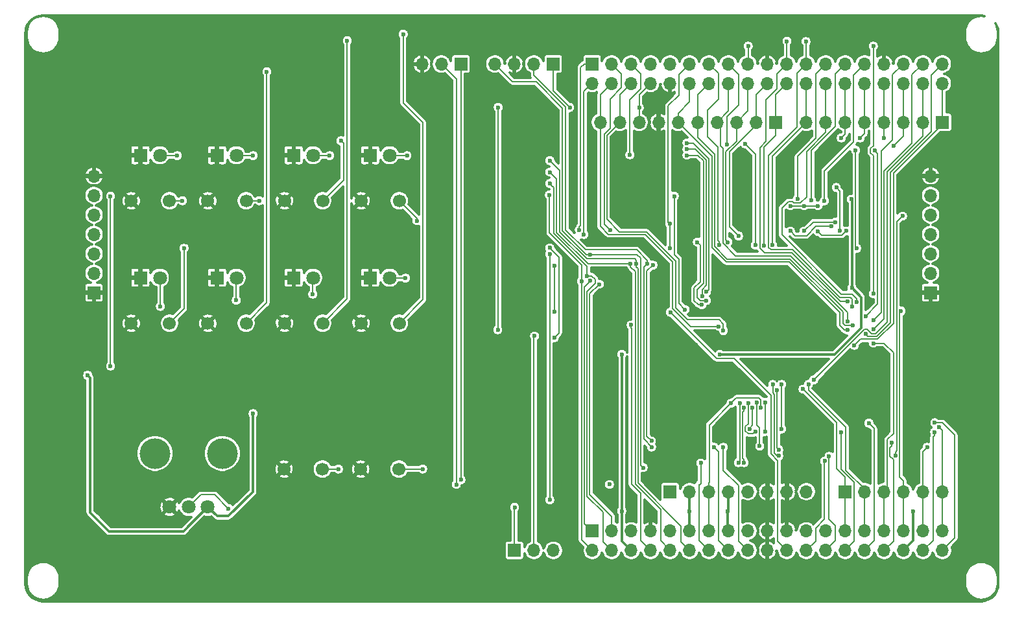
<source format=gbl>
G04 #@! TF.GenerationSoftware,KiCad,Pcbnew,(5.1.5)-3*
G04 #@! TF.CreationDate,2019-12-27T15:31:14+09:00*
G04 #@! TF.ProjectId,NTS-1_CustomPanel,4e54532d-315f-4437-9573-746f6d50616e,A*
G04 #@! TF.SameCoordinates,Original*
G04 #@! TF.FileFunction,Copper,L2,Bot*
G04 #@! TF.FilePolarity,Positive*
%FSLAX46Y46*%
G04 Gerber Fmt 4.6, Leading zero omitted, Abs format (unit mm)*
G04 Created by KiCad (PCBNEW (5.1.5)-3) date 2019-12-27 15:31:14*
%MOMM*%
%LPD*%
G04 APERTURE LIST*
%ADD10O,1.700000X1.700000*%
%ADD11R,1.700000X1.700000*%
%ADD12C,1.700000*%
%ADD13C,1.800000*%
%ADD14C,4.000000*%
%ADD15R,1.800000X1.800000*%
%ADD16C,0.600000*%
%ADD17C,0.200000*%
%ADD18C,0.300000*%
G04 APERTURE END LIST*
D10*
X220450000Y-134950000D03*
X217910000Y-134950000D03*
X215370000Y-134950000D03*
X212830000Y-134950000D03*
X210290000Y-134950000D03*
D11*
X207750000Y-134950000D03*
D10*
X169660000Y-142620000D03*
X167120000Y-142620000D03*
D11*
X164580000Y-142620000D03*
D10*
X162020000Y-79080000D03*
X164560000Y-79080000D03*
X167100000Y-79080000D03*
D11*
X169640000Y-79080000D03*
D12*
X134499480Y-131999990D03*
X139499480Y-131999990D03*
X144499480Y-131999990D03*
X149499480Y-131999990D03*
D10*
X220440000Y-81620000D03*
X220440000Y-79080000D03*
X217900000Y-81620000D03*
X217900000Y-79080000D03*
X215360000Y-81620000D03*
X215360000Y-79080000D03*
X212820000Y-81620000D03*
X212820000Y-79080000D03*
X210280000Y-81620000D03*
X210280000Y-79080000D03*
X207740000Y-81620000D03*
X207740000Y-79080000D03*
X205200000Y-81620000D03*
X205200000Y-79080000D03*
X202660000Y-81620000D03*
X202660000Y-79080000D03*
X200120000Y-81620000D03*
X200120000Y-79080000D03*
X197580000Y-81620000D03*
X197580000Y-79080000D03*
X195040000Y-81620000D03*
X195040000Y-79080000D03*
X192500000Y-81620000D03*
X192500000Y-79080000D03*
X189960000Y-81620000D03*
X189960000Y-79080000D03*
X187420000Y-81620000D03*
X187420000Y-79080000D03*
X184880000Y-81620000D03*
X184880000Y-79080000D03*
X182340000Y-81620000D03*
X182340000Y-79080000D03*
X179800000Y-81620000D03*
X179800000Y-79080000D03*
X177260000Y-81620000D03*
X177260000Y-79080000D03*
X174720000Y-81620000D03*
D11*
X174720000Y-79080000D03*
D12*
X114550000Y-112950000D03*
X119550000Y-112950000D03*
D11*
X174740000Y-140080000D03*
D10*
X174740000Y-142620000D03*
X177280000Y-140080000D03*
X177280000Y-142620000D03*
X179820000Y-140080000D03*
X179820000Y-142620000D03*
X182360000Y-140080000D03*
X182360000Y-142620000D03*
X184900000Y-140080000D03*
X184900000Y-142620000D03*
X187440000Y-140080000D03*
X187440000Y-142620000D03*
X189980000Y-140080000D03*
X189980000Y-142620000D03*
X192520000Y-140080000D03*
X192520000Y-142620000D03*
X195060000Y-140080000D03*
X195060000Y-142620000D03*
X197600000Y-140080000D03*
X197600000Y-142620000D03*
X200140000Y-140080000D03*
X200140000Y-142620000D03*
X202680000Y-140080000D03*
X202680000Y-142620000D03*
X205220000Y-140080000D03*
X205220000Y-142620000D03*
X207760000Y-140080000D03*
X207760000Y-142620000D03*
X210300000Y-140080000D03*
X210300000Y-142620000D03*
X212840000Y-140080000D03*
X212840000Y-142620000D03*
X215380000Y-140080000D03*
X215380000Y-142620000D03*
X217920000Y-140080000D03*
X217920000Y-142620000D03*
X220460000Y-140080000D03*
X220460000Y-142620000D03*
X202690000Y-134950000D03*
X200150000Y-134950000D03*
X197610000Y-134950000D03*
X195070000Y-134950000D03*
X192530000Y-134950000D03*
X189990000Y-134950000D03*
X187450000Y-134950000D03*
D11*
X184910000Y-134950000D03*
X220460000Y-86700000D03*
D10*
X217920000Y-86700000D03*
X215380000Y-86700000D03*
X212840000Y-86700000D03*
X210300000Y-86700000D03*
X207760000Y-86700000D03*
X205220000Y-86700000D03*
X202680000Y-86700000D03*
D11*
X109690000Y-108950000D03*
D10*
X109690000Y-106410000D03*
X109690000Y-103870000D03*
X109690000Y-101330000D03*
X109690000Y-98790000D03*
X109690000Y-96250000D03*
X109690000Y-93710000D03*
X218910000Y-93710000D03*
X218910000Y-96250000D03*
X218910000Y-98790000D03*
X218910000Y-101330000D03*
X218910000Y-103870000D03*
X218910000Y-106410000D03*
D11*
X218910000Y-108950000D03*
D13*
X119550000Y-136950000D03*
X122050000Y-136950000D03*
X124550000Y-136950000D03*
D14*
X117650000Y-129950000D03*
X126450000Y-129950000D03*
D15*
X115750000Y-90999990D03*
D13*
X118290000Y-90999990D03*
X128290000Y-90999990D03*
D15*
X125750000Y-90999990D03*
X135750000Y-90999990D03*
D13*
X138290000Y-90999990D03*
X148290000Y-90999990D03*
D15*
X145750000Y-90999990D03*
X115750000Y-107000000D03*
D13*
X118290000Y-107000000D03*
X128290000Y-107000000D03*
D15*
X125750000Y-107000000D03*
X135750000Y-107000000D03*
D13*
X138290000Y-107000000D03*
X148290000Y-107000000D03*
D15*
X145750000Y-107000000D03*
D12*
X114550000Y-96950000D03*
X119550000Y-96950000D03*
X129550000Y-96950000D03*
X124550000Y-96950000D03*
X134550000Y-96950000D03*
X139550000Y-96950000D03*
X149550000Y-96950000D03*
X144550000Y-96950000D03*
X129550000Y-112950000D03*
X124550000Y-112950000D03*
X139550000Y-112950000D03*
X134550000Y-112950000D03*
X144550000Y-112950000D03*
X149550000Y-112950000D03*
D11*
X198650000Y-86700000D03*
D10*
X196110000Y-86700000D03*
X193570000Y-86700000D03*
X191030000Y-86700000D03*
X188490000Y-86700000D03*
X185950000Y-86700000D03*
X183410000Y-86700000D03*
X180870000Y-86700000D03*
X178330000Y-86700000D03*
X175790000Y-86700000D03*
D11*
X157590000Y-79080000D03*
D10*
X155050000Y-79080000D03*
X152510000Y-79080000D03*
D16*
X177000000Y-134000000D03*
X189250000Y-123400000D03*
X200250000Y-120550000D03*
X110650000Y-113550000D03*
X128450000Y-134750000D03*
X188250000Y-115750000D03*
X207850000Y-108350000D03*
X187250000Y-108350000D03*
X187250000Y-109750000D03*
X196050000Y-107950000D03*
X198050000Y-107950000D03*
X200050000Y-107950000D03*
X202050000Y-107950000D03*
X196050000Y-109950000D03*
X196050000Y-111950000D03*
X196050000Y-113950000D03*
X198050000Y-113950000D03*
X198050000Y-111950000D03*
X198050000Y-109950000D03*
X200050000Y-109950000D03*
X202050000Y-109950000D03*
X202050000Y-111950000D03*
X200050000Y-111950000D03*
X200050000Y-113950000D03*
X202050000Y-113950000D03*
X213050000Y-116950000D03*
X211050000Y-116950000D03*
X213050000Y-123950000D03*
X181850000Y-136750000D03*
X181850000Y-138350000D03*
X144000000Y-78000000D03*
X149000000Y-78000000D03*
X142000000Y-78000000D03*
X136000000Y-78000000D03*
X142000000Y-87000000D03*
X144000000Y-87000000D03*
X151000000Y-87000000D03*
X155000000Y-87000000D03*
X160000000Y-87000000D03*
X164000000Y-87000000D03*
X169000000Y-87000000D03*
X155000000Y-92000000D03*
X160000000Y-92000000D03*
X160000000Y-97000000D03*
X155000000Y-97000000D03*
X155000000Y-103000000D03*
X160000000Y-103000000D03*
X172000000Y-105000000D03*
X179000000Y-109000000D03*
X183000000Y-109000000D03*
X176000000Y-113000000D03*
X176000000Y-109000000D03*
X176000000Y-118000000D03*
X176000000Y-129000000D03*
X180000000Y-136000000D03*
X172000000Y-132000000D03*
X165000000Y-132000000D03*
X159000000Y-132000000D03*
X156000000Y-132000000D03*
X156000000Y-137000000D03*
X159000000Y-137000000D03*
X199000000Y-97000000D03*
X199000000Y-94000000D03*
X206000000Y-94000000D03*
X206000000Y-97500000D03*
X210500000Y-97500000D03*
X210500000Y-101500000D03*
X210500000Y-108000000D03*
X204500000Y-118000000D03*
X203500000Y-124000000D03*
X208500000Y-124000000D03*
X183000000Y-118000000D03*
X183000000Y-120000000D03*
X185000000Y-123000000D03*
X185000000Y-127000000D03*
X185000000Y-130000000D03*
X216000000Y-106000000D03*
X216000000Y-117000000D03*
X216000000Y-124000000D03*
X216000000Y-97000000D03*
X194000000Y-99000000D03*
X187000000Y-97000000D03*
X166000000Y-97600000D03*
X168000000Y-113000000D03*
X160000000Y-113000000D03*
X155000000Y-113000000D03*
X155000000Y-108000000D03*
X142000000Y-116000000D03*
X132000000Y-116000000D03*
X122000000Y-116000000D03*
X122000000Y-121000000D03*
X132000000Y-121000000D03*
X142000000Y-121000000D03*
X141000000Y-103000000D03*
X145000000Y-103000000D03*
X134000000Y-103000000D03*
X130000000Y-103000000D03*
X120000000Y-103000000D03*
X114000000Y-103000000D03*
X110500000Y-111000000D03*
X109000000Y-111000000D03*
X107000000Y-111000000D03*
X107000000Y-113500000D03*
X113000000Y-116000000D03*
X132000000Y-134000000D03*
X132000000Y-126000000D03*
X145500000Y-126000000D03*
X156000000Y-126000000D03*
X150000000Y-126000000D03*
X155000000Y-116000000D03*
X181000000Y-97000000D03*
X181000000Y-94000000D03*
X204000000Y-94000000D03*
X145500000Y-137000000D03*
X132000000Y-137000000D03*
X113000000Y-138000000D03*
X117000000Y-138000000D03*
X112500000Y-147500000D03*
X137500000Y-147500000D03*
X162500000Y-147500000D03*
X187500000Y-147500000D03*
X210000000Y-147500000D03*
X225000000Y-137500000D03*
X225000000Y-122500000D03*
X225000000Y-107500000D03*
X225000000Y-90000000D03*
X225000000Y-80000000D03*
X220000000Y-74000000D03*
X200000000Y-74000000D03*
X180000000Y-74000000D03*
X160000000Y-74000000D03*
X140000000Y-74000000D03*
X102500000Y-80000000D03*
X102500000Y-95000000D03*
X102500000Y-112500000D03*
X102500000Y-127500000D03*
X102500000Y-142500000D03*
X195800000Y-129400000D03*
X216600000Y-133000000D03*
X113000000Y-127500000D03*
X207500000Y-104500000D03*
X191000000Y-105200000D03*
X182700000Y-123800000D03*
X160000000Y-116000000D03*
X144000000Y-99000000D03*
X141500000Y-99000000D03*
X133500000Y-99000000D03*
X130500000Y-99000000D03*
X190600000Y-118800000D03*
X192000000Y-127200000D03*
X174800000Y-97600000D03*
X174800000Y-83800000D03*
X196400000Y-136600000D03*
X196400000Y-138400000D03*
X201400000Y-138400000D03*
X201400000Y-136600000D03*
X172200000Y-92000000D03*
X172200000Y-89400000D03*
X172200000Y-97600000D03*
X219450000Y-127150000D03*
X198850020Y-121707771D03*
X127250000Y-137150000D03*
X199100000Y-129499765D03*
X204200000Y-97600000D03*
X200600000Y-97600000D03*
X202400000Y-97600000D03*
X191400000Y-117000000D03*
X208650000Y-108350000D03*
X162450000Y-84750000D03*
X178587520Y-117012482D03*
X192450000Y-137550000D03*
X187450000Y-137550000D03*
X178587520Y-137487520D03*
X216650000Y-137550000D03*
X162400000Y-113810000D03*
X180870000Y-84780000D03*
X208549990Y-96750000D03*
X171800000Y-84750000D03*
X179799979Y-113176698D03*
X208938916Y-115838916D03*
X157000000Y-134010000D03*
X203650000Y-120350000D03*
X157600000Y-133410000D03*
X181899990Y-105150000D03*
X182486411Y-129113589D03*
X190657865Y-129150000D03*
X174450000Y-103950000D03*
X181400000Y-131810000D03*
X188900000Y-131210000D03*
X174499990Y-107411784D03*
X173337767Y-107457371D03*
X169149985Y-96200000D03*
X175650000Y-107850000D03*
X174050000Y-106749998D03*
X169200004Y-94700000D03*
X179750276Y-105158229D03*
X169200002Y-93200000D03*
X180499990Y-105137078D03*
X169199998Y-91700000D03*
X182650000Y-105350000D03*
X182475327Y-128324673D03*
X191850000Y-129149998D03*
X184938589Y-111511411D03*
X169800000Y-111410002D03*
X169800000Y-105400000D03*
X193999978Y-123402411D03*
X205075953Y-130950000D03*
X169200000Y-136010000D03*
X193817954Y-131160010D03*
X169200000Y-103900000D03*
X194549988Y-123976188D03*
X205650000Y-130349988D03*
X169800000Y-114810000D03*
X194567967Y-131160010D03*
X169200000Y-103100000D03*
X202250000Y-121549998D03*
X195099990Y-123343649D03*
X196048211Y-127100062D03*
X207250000Y-127150000D03*
X202973691Y-120953048D03*
X195650000Y-123950000D03*
X195280212Y-126750052D03*
X210850000Y-125999990D03*
X211450000Y-115550000D03*
X196200000Y-123300000D03*
X213850000Y-128550000D03*
X196600000Y-129000000D03*
X215050000Y-111350000D03*
X198300010Y-120949999D03*
X218450000Y-129150000D03*
X199100000Y-130249778D03*
X220050000Y-126550000D03*
X197300000Y-123300000D03*
X197300000Y-127100062D03*
X219456967Y-125949992D03*
X199450000Y-120950000D03*
X199450000Y-126750054D03*
X197174411Y-102773118D03*
X193850000Y-101550000D03*
X192450000Y-102350000D03*
X189050000Y-110550000D03*
X188450000Y-102350000D03*
X208052860Y-112696191D03*
X208756573Y-113256677D03*
X208065939Y-113849989D03*
X191850010Y-113899990D03*
X191249990Y-113350012D03*
X196049976Y-102750000D03*
X194700000Y-89500000D03*
X214100004Y-89750000D03*
X189650000Y-108849989D03*
X212850000Y-88750000D03*
X187100000Y-89400000D03*
X189650000Y-109978903D03*
X209700000Y-88750000D03*
X187100000Y-91000000D03*
X189075257Y-109397424D03*
X207250000Y-88750000D03*
X187100000Y-90200000D03*
X209250000Y-110150000D03*
X198274423Y-102750000D03*
X210419459Y-114358373D03*
X211450000Y-113749968D03*
X152600000Y-132000000D03*
X211450000Y-112550000D03*
X141600000Y-132010000D03*
X205050000Y-96950000D03*
X203350000Y-96900000D03*
X201550000Y-96699979D03*
X150050000Y-75200000D03*
X208650000Y-110750000D03*
X202650000Y-76150000D03*
X142750000Y-76050000D03*
X208070840Y-110125857D03*
X200150000Y-76100010D03*
X211450000Y-76750000D03*
X195100000Y-76750000D03*
X132250000Y-80100000D03*
X211449986Y-109101570D03*
X209250000Y-103150000D03*
X192300000Y-89600000D03*
X209100000Y-90350000D03*
X121450000Y-103150000D03*
X191286432Y-102713609D03*
X184850000Y-103150000D03*
X151850000Y-99550000D03*
X184850000Y-99950000D03*
X141947187Y-89119355D03*
X179650000Y-90950000D03*
X210450010Y-111999990D03*
X211600000Y-90400000D03*
X177050000Y-100750000D03*
X131250000Y-96950000D03*
X173650000Y-101350000D03*
X121250000Y-96950000D03*
X173050000Y-100750000D03*
X215250000Y-98950000D03*
X214299990Y-130200032D03*
X164600000Y-137010000D03*
X167200002Y-114610000D03*
X207100000Y-100850000D03*
X206600000Y-95200000D03*
X186850000Y-111150000D03*
X185450000Y-96350000D03*
X202400000Y-100900000D03*
X206500000Y-99750000D03*
X200600000Y-100900000D03*
X205995488Y-100304964D03*
X204200000Y-100950010D03*
X207900000Y-100900000D03*
X120550000Y-91050000D03*
X130450000Y-91050000D03*
X140450000Y-91050000D03*
X150550000Y-91050000D03*
X118350000Y-110750000D03*
X128250000Y-109950000D03*
X138250000Y-109150000D03*
X150350000Y-107050000D03*
X192850000Y-123400000D03*
X196750000Y-123950000D03*
X108850000Y-119750000D03*
X130450000Y-124750000D03*
X111850000Y-96350000D03*
X111850000Y-118550000D03*
D17*
X183410000Y-86700000D02*
X183410000Y-83090000D01*
X219450000Y-127574264D02*
X219450000Y-127150000D01*
X217920000Y-142620000D02*
X219250000Y-141290000D01*
X219250000Y-127774264D02*
X219450000Y-127574264D01*
X219250000Y-141290000D02*
X219250000Y-127774264D01*
X123650000Y-135350000D02*
X122050000Y-136950000D01*
X127250000Y-137150000D02*
X125450000Y-135350000D01*
X125450000Y-135350000D02*
X123650000Y-135350000D01*
X198850020Y-121707771D02*
X198850020Y-129249785D01*
X198850020Y-129249785D02*
X199100000Y-129499765D01*
X202500000Y-97600000D02*
X202400000Y-97600000D01*
X202400000Y-97600000D02*
X200600000Y-97600000D01*
X204200000Y-97600000D02*
X202500000Y-97600000D01*
D18*
X179820000Y-142620000D02*
X178587520Y-141387520D01*
X187450000Y-140070000D02*
X187440000Y-140080000D01*
X187450000Y-134950000D02*
X187450000Y-140070000D01*
X192530000Y-137470000D02*
X192450000Y-137550000D01*
X192530000Y-134950000D02*
X192530000Y-137470000D01*
X192450000Y-140010000D02*
X192520000Y-140080000D01*
X192450000Y-137550000D02*
X192450000Y-140010000D01*
X178587520Y-141387520D02*
X178587520Y-137487520D01*
X178587520Y-137487520D02*
X178587520Y-117012482D01*
X216650000Y-141350000D02*
X215380000Y-142620000D01*
X216650000Y-137550000D02*
X216650000Y-141350000D01*
X206400000Y-117000000D02*
X193300000Y-117000000D01*
X209850000Y-113550000D02*
X206400000Y-117000000D01*
X208650000Y-108350000D02*
X209850000Y-109550000D01*
X193300000Y-117000000D02*
X191400000Y-117000000D01*
X209850000Y-109550000D02*
X209850000Y-113550000D01*
D17*
X162450000Y-84750000D02*
X162450000Y-113760000D01*
X162450000Y-113760000D02*
X162400000Y-113810000D01*
X180870000Y-83090000D02*
X182340000Y-81620000D01*
X180870000Y-86700000D02*
X180870000Y-84780000D01*
X180870000Y-84780000D02*
X180870000Y-83090000D01*
D18*
X208650000Y-108350000D02*
X208650000Y-96850010D01*
X208650000Y-96850010D02*
X208549990Y-96750000D01*
D17*
X169640000Y-79080000D02*
X169640000Y-82590000D01*
X169640000Y-82590000D02*
X171800000Y-84750000D01*
X179850000Y-113650983D02*
X179799979Y-113600962D01*
X179850000Y-133950000D02*
X179850000Y-113650983D01*
X181050000Y-135150000D02*
X179850000Y-133950000D01*
X181050000Y-141310000D02*
X181050000Y-135150000D01*
X182360000Y-142620000D02*
X181050000Y-141310000D01*
X179799979Y-113600962D02*
X179799979Y-113176698D01*
X220460000Y-81640000D02*
X220440000Y-81620000D01*
X220460000Y-86700000D02*
X220460000Y-81640000D01*
X209238915Y-115538917D02*
X208938916Y-115838916D01*
X209777834Y-114999998D02*
X209238915Y-115538917D01*
X212000002Y-114999998D02*
X209777834Y-114999998D01*
X214050000Y-93350000D02*
X214050000Y-112950000D01*
X214050000Y-112950000D02*
X212000002Y-114999998D01*
X220460000Y-86700000D02*
X220460000Y-86940000D01*
X220460000Y-86940000D02*
X214050000Y-93350000D01*
X157000000Y-81030000D02*
X157000000Y-133585736D01*
X157000000Y-133585736D02*
X157000000Y-134010000D01*
X155050000Y-79080000D02*
X157000000Y-81030000D01*
X217920000Y-81640000D02*
X217900000Y-81620000D01*
X217920000Y-86700000D02*
X217920000Y-81640000D01*
X157590000Y-79080000D02*
X157590000Y-133400000D01*
X157590000Y-133400000D02*
X157600000Y-133410000D01*
X203949999Y-120050001D02*
X203650000Y-120350000D01*
X210250000Y-113750000D02*
X203949999Y-120050001D01*
X210635996Y-113750000D02*
X210250000Y-113750000D01*
X217920000Y-88480000D02*
X213250000Y-93150000D01*
X211185966Y-114299970D02*
X210635996Y-113750000D01*
X217920000Y-86700000D02*
X217920000Y-88480000D01*
X213250000Y-93150000D02*
X213250000Y-112760020D01*
X213250000Y-112760020D02*
X211710050Y-114299970D01*
X211710050Y-114299970D02*
X211185966Y-114299970D01*
X181450000Y-128077178D02*
X182486411Y-129113589D01*
X181899990Y-105150000D02*
X181450000Y-105599990D01*
X181450000Y-105599990D02*
X181450000Y-128077178D01*
X191250000Y-129742135D02*
X190957864Y-129449999D01*
X192520000Y-142620000D02*
X191250000Y-141350000D01*
X190957864Y-129449999D02*
X190657865Y-129150000D01*
X191250000Y-141350000D02*
X191250000Y-129742135D01*
X173850000Y-103350000D02*
X180524254Y-103350000D01*
X167100000Y-80544990D02*
X171250000Y-84694990D01*
X171250000Y-100750000D02*
X173850000Y-103350000D01*
X167100000Y-79080000D02*
X167100000Y-80544990D01*
X171250000Y-84694990D02*
X171250000Y-100750000D01*
X180524254Y-103350000D02*
X181899990Y-104725736D01*
X181899990Y-104725736D02*
X181899990Y-105150000D01*
X189980000Y-142620000D02*
X188649957Y-141289957D01*
X188649957Y-141289957D02*
X188649957Y-134149957D01*
X188649957Y-134149957D02*
X188649957Y-133949957D01*
X174450000Y-103950000D02*
X180555010Y-103950000D01*
X181050000Y-131460000D02*
X181100001Y-131510001D01*
X181100001Y-131510001D02*
X181400000Y-131810000D01*
X181050000Y-104444990D02*
X181050000Y-131460000D01*
X180555010Y-103950000D02*
X181050000Y-104444990D01*
X188900000Y-131634264D02*
X188900000Y-131210000D01*
X188900000Y-133899914D02*
X188900000Y-131634264D01*
X188649957Y-134149957D02*
X188900000Y-133899914D01*
X162020000Y-79080000D02*
X162480000Y-79080000D01*
X164340000Y-81400000D02*
X162020000Y-79080000D01*
X173955010Y-103950000D02*
X170850000Y-100844990D01*
X174450000Y-103950000D02*
X173955010Y-103950000D01*
X170850000Y-84850000D02*
X167400000Y-81400000D01*
X170850000Y-100844990D02*
X170850000Y-84850000D01*
X167400000Y-81400000D02*
X164340000Y-81400000D01*
X174655011Y-140080000D02*
X173699989Y-139124978D01*
X174740000Y-140080000D02*
X174655011Y-140080000D01*
X174199991Y-107711783D02*
X174499990Y-107411784D01*
X173699989Y-108211785D02*
X174199991Y-107711783D01*
X173699989Y-139124978D02*
X173699989Y-108211785D01*
X173337767Y-107881635D02*
X173337767Y-107457371D01*
X174740000Y-142620000D02*
X173337767Y-141217767D01*
X173337767Y-141217767D02*
X173337767Y-107881635D01*
X169149985Y-101124935D02*
X169149985Y-96624264D01*
X169149985Y-96624264D02*
X169149985Y-96200000D01*
X173337767Y-105312717D02*
X169149985Y-101124935D01*
X173337767Y-107457371D02*
X173337767Y-105312717D01*
X177450000Y-139910000D02*
X177280000Y-140080000D01*
X174400010Y-135300010D02*
X174400010Y-109099990D01*
X174400010Y-109099990D02*
X175650000Y-107850000D01*
X177280000Y-138180000D02*
X174400010Y-135300010D01*
X177280000Y-140080000D02*
X177280000Y-138180000D01*
X176130000Y-141470000D02*
X176430001Y-141770001D01*
X176130000Y-137630000D02*
X176130000Y-141470000D01*
X174050000Y-135550000D02*
X176130000Y-137630000D01*
X174050000Y-108799999D02*
X174050000Y-135550000D01*
X176430001Y-141770001D02*
X177280000Y-142620000D01*
X175099999Y-107750000D02*
X174050000Y-108799999D01*
X175099999Y-107185999D02*
X175099999Y-107750000D01*
X174663998Y-106749998D02*
X175099999Y-107185999D01*
X174050000Y-106749998D02*
X174663998Y-106749998D01*
X174050000Y-105529960D02*
X169699989Y-101179949D01*
X169699989Y-95199985D02*
X169500003Y-94999999D01*
X169699989Y-101179949D02*
X169699989Y-95199985D01*
X169500003Y-94999999D02*
X169200004Y-94700000D01*
X174050000Y-106749998D02*
X174050000Y-105529960D01*
X183650000Y-141370000D02*
X183650000Y-137255010D01*
X180349989Y-106182206D02*
X179750276Y-105582493D01*
X180349989Y-133954999D02*
X180349989Y-106182206D01*
X183650000Y-137255010D02*
X180349989Y-133954999D01*
X179750276Y-105582493D02*
X179750276Y-105158229D01*
X184900000Y-142620000D02*
X183650000Y-141370000D01*
X170099999Y-101084969D02*
X170099999Y-94099997D01*
X169500001Y-93499999D02*
X169200002Y-93200000D01*
X179750276Y-105158229D02*
X174173259Y-105158229D01*
X174173259Y-105158229D02*
X170099999Y-101084969D01*
X170099999Y-94099997D02*
X169500001Y-93499999D01*
X187440000Y-142620000D02*
X186339999Y-141519999D01*
X186339999Y-141519999D02*
X186339999Y-139450019D01*
X180499990Y-105561342D02*
X180499990Y-105137078D01*
X186339999Y-139450019D02*
X180700000Y-133810020D01*
X180700000Y-133810020D02*
X180700000Y-105761352D01*
X180700000Y-105761352D02*
X180499990Y-105561342D01*
X180499990Y-105137078D02*
X180499990Y-104712814D01*
X180499990Y-104712814D02*
X180287178Y-104500002D01*
X170499989Y-92999991D02*
X169499997Y-91999999D01*
X169499997Y-91999999D02*
X169199998Y-91700000D01*
X170499989Y-100989969D02*
X170499989Y-92999991D01*
X174010022Y-104500002D02*
X170499989Y-100989969D01*
X180287178Y-104500002D02*
X174010022Y-104500002D01*
X181850000Y-127699346D02*
X182475327Y-128324673D01*
X182650000Y-105350000D02*
X181850000Y-106150000D01*
X181850000Y-106150000D02*
X181850000Y-127699346D01*
X193850000Y-134150000D02*
X191850000Y-132150000D01*
X195060000Y-142620000D02*
X193850000Y-141410000D01*
X191850000Y-132150000D02*
X191850000Y-129149998D01*
X193850000Y-141410000D02*
X193850000Y-134150000D01*
X193250001Y-117550001D02*
X190977179Y-117550001D01*
X198950000Y-141430000D02*
X198950000Y-130900000D01*
X198950000Y-130900000D02*
X198050001Y-130000001D01*
X200140000Y-142620000D02*
X198950000Y-141430000D01*
X185238588Y-111811410D02*
X184938589Y-111511411D01*
X198050001Y-130000001D02*
X198050001Y-122350001D01*
X190977179Y-117550001D02*
X185238588Y-111811410D01*
X198050001Y-122350001D02*
X193250001Y-117550001D01*
X169800000Y-111410002D02*
X169800000Y-105400000D01*
X205050000Y-130975953D02*
X205075953Y-130950000D01*
X202680000Y-142620000D02*
X203900000Y-141400000D01*
X203900000Y-139700000D02*
X205050000Y-138550000D01*
X203900000Y-141400000D02*
X203900000Y-139700000D01*
X205050000Y-138550000D02*
X205050000Y-130975953D01*
X193999978Y-123402411D02*
X193999978Y-130977986D01*
X193999978Y-130977986D02*
X193817954Y-131160010D01*
X169200000Y-136010000D02*
X169200000Y-103900000D01*
X205650000Y-130774252D02*
X205650000Y-130349988D01*
X206500000Y-139400000D02*
X205650000Y-138550000D01*
X205220000Y-142620000D02*
X206500000Y-141340000D01*
X205650000Y-138550000D02*
X205650000Y-130774252D01*
X206500000Y-141340000D02*
X206500000Y-139400000D01*
X194567967Y-130735746D02*
X194567967Y-131160010D01*
X194380201Y-130547980D02*
X194567967Y-130735746D01*
X194549988Y-124400452D02*
X194380201Y-124570239D01*
X194549988Y-123976188D02*
X194549988Y-124400452D01*
X194380201Y-124570239D02*
X194380201Y-130547980D01*
X169800000Y-114810000D02*
X170400000Y-114210000D01*
X170400000Y-114210000D02*
X170400000Y-104300000D01*
X170400000Y-104300000D02*
X169499999Y-103399999D01*
X169499999Y-103399999D02*
X169200000Y-103100000D01*
X207760000Y-134960000D02*
X207750000Y-134950000D01*
X207760000Y-140080000D02*
X207760000Y-134960000D01*
X206649998Y-131949998D02*
X206649998Y-125949996D01*
X202549999Y-121849997D02*
X202250000Y-121549998D01*
X206649998Y-125949996D02*
X202549999Y-121849997D01*
X207750000Y-134950000D02*
X207750000Y-133050000D01*
X207750000Y-133050000D02*
X206649998Y-131949998D01*
X195099990Y-126089612D02*
X194730211Y-126459391D01*
X194730211Y-126987393D02*
X195142879Y-127400061D01*
X195142879Y-127400061D02*
X195748212Y-127400061D01*
X194730211Y-126459391D02*
X194730211Y-126987393D01*
X195099990Y-123343649D02*
X195099990Y-126089612D01*
X195748212Y-127400061D02*
X196048211Y-127100062D01*
X207250000Y-132050000D02*
X207250000Y-127150000D01*
X208949999Y-133749999D02*
X207250000Y-132050000D01*
X207760000Y-142620000D02*
X208949999Y-141430001D01*
X208949999Y-141430001D02*
X208949999Y-133749999D01*
X210290000Y-140070000D02*
X210300000Y-140080000D01*
X210290000Y-134950000D02*
X210290000Y-140070000D01*
X202973691Y-121673691D02*
X202973691Y-120953048D01*
X207850000Y-126550000D02*
X202973691Y-121673691D01*
X207850000Y-132150000D02*
X207850000Y-126550000D01*
X210290000Y-134950000D02*
X210290000Y-134590000D01*
X210290000Y-134590000D02*
X207850000Y-132150000D01*
X195280212Y-126668230D02*
X195280212Y-126750052D01*
X195650000Y-126298442D02*
X195280212Y-126668230D01*
X195650000Y-123950000D02*
X195650000Y-126298442D01*
X211549999Y-126699989D02*
X210850000Y-125999990D01*
X210300000Y-142620000D02*
X211549999Y-141370001D01*
X211549999Y-141370001D02*
X211549999Y-126699989D01*
X212830000Y-140070000D02*
X212840000Y-140080000D01*
X212830000Y-134950000D02*
X212830000Y-140070000D01*
X212850000Y-115550000D02*
X211450000Y-115550000D01*
X213250000Y-134530000D02*
X213250000Y-128150000D01*
X214050000Y-116750000D02*
X212850000Y-115550000D01*
X213250000Y-128150000D02*
X214050000Y-127350000D01*
X212830000Y-134950000D02*
X213250000Y-134530000D01*
X214050000Y-127350000D02*
X214050000Y-116750000D01*
X213850000Y-128974264D02*
X213850000Y-128550000D01*
X213600011Y-130300044D02*
X213600011Y-129224253D01*
X214050000Y-130750033D02*
X213600011Y-130300044D01*
X213600011Y-129224253D02*
X213850000Y-128974264D01*
X212840000Y-142620000D02*
X214050000Y-141410000D01*
X214050000Y-141410000D02*
X214050000Y-130750033D01*
X196200000Y-126235998D02*
X196600000Y-126635998D01*
X196200000Y-123300000D02*
X196200000Y-126235998D01*
X196600000Y-126635998D02*
X196600000Y-128575736D01*
X196600000Y-128575736D02*
X196600000Y-129000000D01*
X215370000Y-140070000D02*
X215380000Y-140080000D01*
X215370000Y-134950000D02*
X215370000Y-140070000D01*
X214850000Y-111550000D02*
X215050000Y-111350000D01*
X215370000Y-133550000D02*
X214850000Y-133030000D01*
X214850000Y-133030000D02*
X214850000Y-111550000D01*
X215370000Y-133550000D02*
X215370000Y-134950000D01*
X217910000Y-140070000D02*
X217920000Y-140080000D01*
X217910000Y-134950000D02*
X217910000Y-140070000D01*
X217910000Y-134950000D02*
X217910000Y-129690000D01*
X217910000Y-129690000D02*
X218450000Y-129150000D01*
X198300010Y-120949999D02*
X198300010Y-122055020D01*
X198500001Y-122255011D02*
X198500001Y-129892355D01*
X198857424Y-130249778D02*
X199100000Y-130249778D01*
X198300010Y-122055020D02*
X198500001Y-122255011D01*
X198500001Y-129892355D02*
X198857424Y-130249778D01*
X220450000Y-140070000D02*
X220460000Y-140080000D01*
X220450000Y-134950000D02*
X220450000Y-140070000D01*
X220450000Y-126950000D02*
X220349999Y-126849999D01*
X220450000Y-134950000D02*
X220450000Y-126950000D01*
X220349999Y-126849999D02*
X220050000Y-126550000D01*
X197300000Y-123300000D02*
X197300000Y-127100062D01*
X222050000Y-141030000D02*
X222050000Y-127550000D01*
X220449992Y-125949992D02*
X219456967Y-125949992D01*
X220460000Y-142620000D02*
X222050000Y-141030000D01*
X222050000Y-127550000D02*
X220449992Y-125949992D01*
X199450000Y-120950000D02*
X199450000Y-126750054D01*
X198650000Y-86700000D02*
X198650000Y-83090000D01*
X198650000Y-83090000D02*
X200120000Y-81620000D01*
X197174411Y-89930599D02*
X197174411Y-102348854D01*
X198650000Y-88455010D02*
X197174411Y-89930599D01*
X197174411Y-102348854D02*
X197174411Y-102773118D01*
X198650000Y-86700000D02*
X198650000Y-88455010D01*
X196110000Y-83090000D02*
X197580000Y-81620000D01*
X196110000Y-86700000D02*
X196110000Y-83090000D01*
X192650000Y-100350000D02*
X193850000Y-101550000D01*
X192650000Y-90550000D02*
X192650000Y-100350000D01*
X196110000Y-87090000D02*
X192650000Y-90550000D01*
X196110000Y-86700000D02*
X196110000Y-87090000D01*
X195040000Y-85230000D02*
X195040000Y-81620000D01*
X193570000Y-86700000D02*
X195040000Y-85230000D01*
X188850000Y-102750000D02*
X188450000Y-102350000D01*
X188050000Y-108350000D02*
X188850000Y-107550000D01*
X188050000Y-109974264D02*
X188050000Y-108350000D01*
X188625736Y-110550000D02*
X188050000Y-109974264D01*
X188850000Y-107550000D02*
X188850000Y-102750000D01*
X189050000Y-110550000D02*
X188625736Y-110550000D01*
X193570000Y-86700000D02*
X193570000Y-89135010D01*
X193570000Y-89135010D02*
X192150001Y-90555009D01*
X192150001Y-90555009D02*
X192150001Y-102050001D01*
X192150001Y-102050001D02*
X192450000Y-102350000D01*
X192500000Y-85230000D02*
X192500000Y-81620000D01*
X191030000Y-86700000D02*
X192500000Y-85230000D01*
X191799978Y-102499978D02*
X193450000Y-104150000D01*
X193450000Y-104150000D02*
X200650000Y-104150000D01*
X208052860Y-111552860D02*
X208052860Y-112271927D01*
X200650000Y-104150000D02*
X208052860Y-111552860D01*
X208052860Y-112271927D02*
X208052860Y-112696191D01*
X191799978Y-90128367D02*
X191799978Y-102499978D01*
X191461394Y-89789783D02*
X191799978Y-90128367D01*
X191461394Y-87131394D02*
X191461394Y-89789783D01*
X191030000Y-86700000D02*
X191461394Y-87131394D01*
X188490000Y-83090000D02*
X189960000Y-81620000D01*
X188490000Y-86700000D02*
X188490000Y-83090000D01*
X208332309Y-113256677D02*
X208756573Y-113256677D01*
X207758627Y-113256677D02*
X208332309Y-113256677D01*
X207450000Y-112948050D02*
X207758627Y-113256677D01*
X207450000Y-111455010D02*
X207450000Y-112948050D01*
X188490000Y-88690000D02*
X190700032Y-90900032D01*
X200544990Y-104550000D02*
X207450000Y-111455010D01*
X188490000Y-86700000D02*
X188490000Y-88690000D01*
X190700032Y-90900032D02*
X190700032Y-102905042D01*
X192344990Y-104550000D02*
X200544990Y-104550000D01*
X190700032Y-102905042D02*
X192344990Y-104550000D01*
X187420000Y-84027919D02*
X187420000Y-81620000D01*
X185950000Y-85497919D02*
X187420000Y-84027919D01*
X185950000Y-86700000D02*
X185950000Y-85497919D01*
X207641675Y-113849989D02*
X208065939Y-113849989D01*
X190350021Y-91100021D02*
X190350021Y-103050021D01*
X185950000Y-86700000D02*
X190350021Y-91100021D01*
X207050000Y-113258314D02*
X207641675Y-113849989D01*
X190350021Y-103050021D02*
X192250000Y-104950000D01*
X192250000Y-104950000D02*
X200450000Y-104950000D01*
X207050000Y-111550000D02*
X207050000Y-113258314D01*
X200450000Y-104950000D02*
X207050000Y-111550000D01*
X178330000Y-83090000D02*
X179800000Y-81620000D01*
X178330000Y-86700000D02*
X178330000Y-83090000D01*
X176650000Y-88380000D02*
X178330000Y-86700000D01*
X178299989Y-100999989D02*
X176650000Y-99350000D01*
X185650000Y-104855010D02*
X181794979Y-100999989D01*
X185650000Y-110950000D02*
X185650000Y-104855010D01*
X187171564Y-112471564D02*
X185650000Y-110950000D01*
X181794979Y-100999989D02*
X178299989Y-100999989D01*
X191850010Y-113899990D02*
X191850010Y-113050010D01*
X176650000Y-99350000D02*
X176650000Y-88380000D01*
X191850010Y-113050010D02*
X191271564Y-112471564D01*
X191271564Y-112471564D02*
X187171564Y-112471564D01*
X177260000Y-81620000D02*
X175790000Y-83090000D01*
X175790000Y-83090000D02*
X175790000Y-86700000D01*
X191249990Y-113350012D02*
X187555022Y-113350012D01*
X185250000Y-111044990D02*
X185250000Y-104950000D01*
X176850000Y-101350000D02*
X175790000Y-100290000D01*
X175790000Y-100290000D02*
X175790000Y-87902081D01*
X187555022Y-113350012D02*
X185250000Y-111044990D01*
X185250000Y-104950000D02*
X181650000Y-101350000D01*
X181650000Y-101350000D02*
X176850000Y-101350000D01*
X175790000Y-87902081D02*
X175790000Y-86700000D01*
X215380000Y-81640000D02*
X215360000Y-81620000D01*
X215380000Y-86700000D02*
X215380000Y-81640000D01*
X196049976Y-90849976D02*
X194700000Y-89500000D01*
X196049976Y-102750000D02*
X196049976Y-90849976D01*
X215380000Y-86700000D02*
X215380000Y-88470004D01*
X215380000Y-88470004D02*
X214100004Y-89750000D01*
X212840000Y-81640000D02*
X212820000Y-81620000D01*
X212840000Y-86700000D02*
X212840000Y-81640000D01*
X212840000Y-86700000D02*
X212840000Y-88740000D01*
X212840000Y-88740000D02*
X212850000Y-88750000D01*
X187889980Y-89400000D02*
X187524264Y-89400000D01*
X189950020Y-108549969D02*
X189950020Y-91460040D01*
X189950020Y-91460040D02*
X187889980Y-89400000D01*
X189650000Y-108849989D02*
X189950020Y-108549969D01*
X187524264Y-89400000D02*
X187100000Y-89400000D01*
X210300000Y-81640000D02*
X210280000Y-81620000D01*
X210300000Y-86700000D02*
X210300000Y-81640000D01*
X210300000Y-88150000D02*
X209999999Y-88450001D01*
X209999999Y-88450001D02*
X209700000Y-88750000D01*
X210300000Y-86700000D02*
X210300000Y-88150000D01*
X189250000Y-91750000D02*
X188500000Y-91000000D01*
X189250000Y-107750000D02*
X189250000Y-91750000D01*
X188878903Y-109978903D02*
X188450000Y-109550000D01*
X188450000Y-108550000D02*
X189250000Y-107750000D01*
X189650000Y-109978903D02*
X188878903Y-109978903D01*
X188500000Y-91000000D02*
X187100000Y-91000000D01*
X188450000Y-109550000D02*
X188450000Y-108550000D01*
X207760000Y-81640000D02*
X207740000Y-81620000D01*
X207760000Y-86700000D02*
X207760000Y-81640000D01*
X207760000Y-86700000D02*
X207760000Y-88240000D01*
X207760000Y-88240000D02*
X207250000Y-88750000D01*
X187524264Y-90200000D02*
X187100000Y-90200000D01*
X189075257Y-109397424D02*
X189075257Y-108524743D01*
X188194990Y-90200000D02*
X187524264Y-90200000D01*
X189600010Y-91605020D02*
X188194990Y-90200000D01*
X189600010Y-107999990D02*
X189600010Y-91605020D01*
X189075257Y-108524743D02*
X189600010Y-107999990D01*
X205220000Y-81640000D02*
X205200000Y-81620000D01*
X205220000Y-86700000D02*
X205220000Y-81640000D01*
X205220000Y-87985010D02*
X205220000Y-86700000D01*
X202700000Y-90505010D02*
X205220000Y-87985010D01*
X209250000Y-110150000D02*
X209250000Y-109725736D01*
X207250000Y-109150000D02*
X199500000Y-101400000D01*
X201936007Y-97249989D02*
X202700000Y-96485996D01*
X209250000Y-109725736D02*
X208674264Y-109150000D01*
X208674264Y-109150000D02*
X207250000Y-109150000D01*
X199500000Y-97885996D02*
X200335998Y-97049998D01*
X200335998Y-97049998D02*
X200864002Y-97049998D01*
X200864002Y-97049998D02*
X201063993Y-97249989D01*
X201063993Y-97249989D02*
X201936007Y-97249989D01*
X199500000Y-101400000D02*
X199500000Y-97885996D01*
X202700000Y-96485996D02*
X202700000Y-90505010D01*
X202680000Y-81640000D02*
X202660000Y-81620000D01*
X202680000Y-86700000D02*
X202680000Y-81640000D01*
X198274423Y-102325736D02*
X198274423Y-102750000D01*
X198274423Y-91105577D02*
X198274423Y-102325736D01*
X202680000Y-86700000D02*
X198274423Y-91105577D01*
X210711073Y-114649987D02*
X210419459Y-114358373D01*
X211855023Y-114649987D02*
X210711073Y-114649987D01*
X219020001Y-80499999D02*
X219020001Y-87879999D01*
X220440000Y-79080000D02*
X219020001Y-80499999D01*
X219020001Y-87879999D02*
X213650000Y-93250000D01*
X213650000Y-93250000D02*
X213650000Y-112855010D01*
X213650000Y-112855010D02*
X211855023Y-114649987D01*
X211749999Y-113449969D02*
X211450000Y-113749968D01*
X216499978Y-80480022D02*
X216499978Y-89400022D01*
X212850000Y-93050000D02*
X212850000Y-112349968D01*
X212850000Y-112349968D02*
X211749999Y-113449969D01*
X217900000Y-79080000D02*
X216499978Y-80480022D01*
X216499978Y-89400022D02*
X212850000Y-93050000D01*
X149499480Y-131999990D02*
X152599990Y-131999990D01*
X152599990Y-131999990D02*
X152600000Y-132000000D01*
X141589990Y-131999990D02*
X141600000Y-132010000D01*
X139499480Y-131999990D02*
X141589990Y-131999990D01*
X211749999Y-112250001D02*
X211450000Y-112550000D01*
X212450000Y-90485996D02*
X212450000Y-111550000D01*
X213949989Y-88986007D02*
X212450000Y-90485996D01*
X213949989Y-80490011D02*
X213949989Y-88986007D01*
X215360000Y-79080000D02*
X213949989Y-80490011D01*
X212450000Y-111550000D02*
X211749999Y-112250001D01*
X205050000Y-93050000D02*
X205050000Y-96525736D01*
X210280000Y-79080000D02*
X208860001Y-80499999D01*
X205050000Y-96525736D02*
X205050000Y-96950000D01*
X208860001Y-89239999D02*
X205050000Y-93050000D01*
X208860001Y-80499999D02*
X208860001Y-89239999D01*
X207740000Y-79080000D02*
X206450000Y-80370000D01*
X206450000Y-80370000D02*
X206450000Y-87250000D01*
X203350000Y-90350000D02*
X203350000Y-96475736D01*
X206450000Y-87250000D02*
X203350000Y-90350000D01*
X203350000Y-96475736D02*
X203350000Y-96900000D01*
X201550000Y-96275715D02*
X201550000Y-96699979D01*
X203950000Y-80330000D02*
X203950000Y-88760020D01*
X205200000Y-79080000D02*
X203950000Y-80330000D01*
X203950000Y-88760020D02*
X201550000Y-91160020D01*
X201550000Y-91160020D02*
X201550000Y-96275715D01*
X201450000Y-80290000D02*
X202660000Y-79080000D01*
X197724421Y-103024421D02*
X197724421Y-91075579D01*
X198050000Y-103350000D02*
X197724421Y-103024421D01*
X197724421Y-91075579D02*
X201450000Y-87350000D01*
X208650000Y-110750000D02*
X208650000Y-109750000D01*
X208450000Y-109550000D02*
X207050000Y-109550000D01*
X208650000Y-109750000D02*
X208450000Y-109550000D01*
X201450000Y-87350000D02*
X201450000Y-80290000D01*
X207050000Y-109550000D02*
X200850000Y-103350000D01*
X200850000Y-103350000D02*
X198050000Y-103350000D01*
X152650000Y-86750000D02*
X152650000Y-109850000D01*
X150050000Y-75200000D02*
X150050000Y-84150000D01*
X152650000Y-109850000D02*
X149550000Y-112950000D01*
X150050000Y-84150000D02*
X152650000Y-86750000D01*
X202660000Y-79080000D02*
X202660000Y-76160000D01*
X202660000Y-76160000D02*
X202650000Y-76150000D01*
X142750000Y-109750000D02*
X139550000Y-112950000D01*
X142750000Y-76050000D02*
X142750000Y-109750000D01*
X196624409Y-103124409D02*
X196624409Y-89985611D01*
X196624409Y-89985611D02*
X197450000Y-89160020D01*
X197250000Y-103750000D02*
X196624409Y-103124409D01*
X197450000Y-89160020D02*
X197450000Y-83718000D01*
X199270001Y-79929999D02*
X200120000Y-79080000D01*
X198850000Y-82318000D02*
X198850000Y-80350000D01*
X200755010Y-103750000D02*
X197250000Y-103750000D01*
X207130867Y-110125857D02*
X200755010Y-103750000D01*
X198850000Y-80350000D02*
X199270001Y-79929999D01*
X208070840Y-110125857D02*
X207130867Y-110125857D01*
X197450000Y-83718000D02*
X198850000Y-82318000D01*
X200120000Y-76130010D02*
X200150000Y-76100010D01*
X200120000Y-79080000D02*
X200120000Y-76130010D01*
X195100000Y-79020000D02*
X195040000Y-79080000D01*
X195100000Y-76750000D02*
X195100000Y-79020000D01*
X132250000Y-110250000D02*
X129550000Y-112950000D01*
X132250000Y-80100000D02*
X132250000Y-110250000D01*
X211449986Y-108677306D02*
X211449986Y-109101570D01*
X211450000Y-89735996D02*
X211049998Y-90135998D01*
X211049998Y-90135998D02*
X211049998Y-90664002D01*
X211450000Y-76750000D02*
X211450000Y-89735996D01*
X211449986Y-91063990D02*
X211449986Y-108677306D01*
X211049998Y-90664002D02*
X211449986Y-91063990D01*
X192500000Y-79080000D02*
X193850000Y-80430000D01*
X192300000Y-86000000D02*
X192300000Y-89175736D01*
X192300000Y-89175736D02*
X192300000Y-89600000D01*
X193850000Y-84450000D02*
X192300000Y-86000000D01*
X193850000Y-80430000D02*
X193850000Y-84450000D01*
X209100000Y-103000000D02*
X209100000Y-90350000D01*
X209250000Y-103150000D02*
X209100000Y-103000000D01*
X121450000Y-111050000D02*
X119550000Y-112950000D01*
X121450000Y-103150000D02*
X121450000Y-111050000D01*
X191286432Y-102289345D02*
X191286432Y-102713609D01*
X191111383Y-102114296D02*
X191286432Y-102289345D01*
X191200000Y-80320000D02*
X191200000Y-83650000D01*
X189960000Y-79080000D02*
X191200000Y-80320000D01*
X191200000Y-83650000D02*
X189750000Y-85100000D01*
X189750000Y-85100000D02*
X189750000Y-88550000D01*
X191111383Y-89911383D02*
X191111383Y-102114296D01*
X189750000Y-88550000D02*
X191111383Y-89911383D01*
X184850000Y-102725736D02*
X184850000Y-103150000D01*
X149550000Y-96950000D02*
X151850000Y-99250000D01*
X151850000Y-99250000D02*
X151850000Y-99550000D01*
X184850000Y-99950000D02*
X184850000Y-102725736D01*
X184650000Y-99750000D02*
X184850000Y-99950000D01*
X184650000Y-84550000D02*
X184650000Y-99750000D01*
X186050000Y-83150000D02*
X184650000Y-84550000D01*
X187420000Y-79080000D02*
X186050000Y-80450000D01*
X186050000Y-80450000D02*
X186050000Y-83150000D01*
X142250000Y-89422168D02*
X141947187Y-89119355D01*
X139550000Y-96950000D02*
X142250000Y-94250000D01*
X142250000Y-94250000D02*
X142250000Y-89422168D01*
X179650000Y-90525736D02*
X179650000Y-90950000D01*
X179650000Y-83750000D02*
X179650000Y-90525736D01*
X179800000Y-79080000D02*
X181050000Y-80330000D01*
X181050000Y-82350000D02*
X179650000Y-83750000D01*
X181050000Y-80330000D02*
X181050000Y-82350000D01*
X211899999Y-90699999D02*
X211600000Y-90400000D01*
X210450010Y-111999990D02*
X211999999Y-110450001D01*
X211999999Y-110450001D02*
X211999999Y-90799999D01*
X211999999Y-90799999D02*
X211899999Y-90699999D01*
X131250000Y-96950000D02*
X129550000Y-96950000D01*
X176299989Y-99999989D02*
X176750001Y-100450001D01*
X176299989Y-88235021D02*
X176299989Y-99999989D01*
X178550000Y-80370000D02*
X178550000Y-82150000D01*
X177260000Y-79080000D02*
X178550000Y-80370000D01*
X177050000Y-83650000D02*
X177050000Y-87485010D01*
X178550000Y-82150000D02*
X177050000Y-83650000D01*
X176750001Y-100450001D02*
X177050000Y-100750000D01*
X177050000Y-87485010D02*
X176299989Y-88235021D01*
X173650000Y-82690000D02*
X173650000Y-100925736D01*
X173650000Y-100925736D02*
X173650000Y-101350000D01*
X174720000Y-81620000D02*
X173650000Y-82690000D01*
X119550000Y-96950000D02*
X121250000Y-96950000D01*
X173050000Y-100325736D02*
X173050000Y-100750000D01*
X173200000Y-79550000D02*
X173200000Y-100175736D01*
X173200000Y-100175736D02*
X173050000Y-100325736D01*
X174720000Y-79080000D02*
X173670000Y-79080000D01*
X173670000Y-79080000D02*
X173200000Y-79550000D01*
X215250000Y-98950000D02*
X214499990Y-99700010D01*
X214499990Y-129575768D02*
X214299990Y-129775768D01*
X214499990Y-99700010D02*
X214499990Y-129575768D01*
X214299990Y-129775768D02*
X214299990Y-130200032D01*
X164580000Y-142620000D02*
X164580000Y-137030000D01*
X164580000Y-137030000D02*
X164600000Y-137010000D01*
X167120000Y-142620000D02*
X167120000Y-114690002D01*
X167120000Y-114690002D02*
X167200002Y-114610000D01*
X207100000Y-95700000D02*
X206600000Y-95200000D01*
X207100000Y-100850000D02*
X207100000Y-95700000D01*
X185450000Y-103950000D02*
X185450000Y-96350000D01*
X186050000Y-104550000D02*
X185450000Y-103950000D01*
X186850000Y-111150000D02*
X186050000Y-110350000D01*
X186050000Y-110350000D02*
X186050000Y-104550000D01*
X203550000Y-99750000D02*
X206500000Y-99750000D01*
X202400000Y-100900000D02*
X203550000Y-99750000D01*
X200600000Y-100900000D02*
X201200000Y-101500000D01*
X205571224Y-100304964D02*
X205995488Y-100304964D01*
X202700000Y-101500000D02*
X203895036Y-100304964D01*
X203895036Y-100304964D02*
X205571224Y-100304964D01*
X201200000Y-101500000D02*
X202700000Y-101500000D01*
X207350001Y-101449999D02*
X207600001Y-101199999D01*
X204200000Y-100950010D02*
X204699989Y-101449999D01*
X204699989Y-101449999D02*
X207350001Y-101449999D01*
X207600001Y-101199999D02*
X207900000Y-100900000D01*
X118340010Y-91050000D02*
X118290000Y-90999990D01*
X120550000Y-91050000D02*
X118340010Y-91050000D01*
X130450000Y-91050000D02*
X128340010Y-91050000D01*
X128340010Y-91050000D02*
X128290000Y-90999990D01*
X138340010Y-91050000D02*
X138290000Y-90999990D01*
X140450000Y-91050000D02*
X138340010Y-91050000D01*
X148340010Y-91050000D02*
X148290000Y-90999990D01*
X150550000Y-91050000D02*
X148340010Y-91050000D01*
X118350000Y-107060000D02*
X118290000Y-107000000D01*
X118350000Y-110750000D02*
X118350000Y-107060000D01*
X128250000Y-107040000D02*
X128290000Y-107000000D01*
X128250000Y-109950000D02*
X128250000Y-107040000D01*
X138250000Y-107040000D02*
X138290000Y-107000000D01*
X138250000Y-109150000D02*
X138250000Y-107040000D01*
X148340000Y-107050000D02*
X148290000Y-107000000D01*
X150350000Y-107050000D02*
X148340000Y-107050000D01*
X189990000Y-140070000D02*
X189980000Y-140080000D01*
X189990000Y-134950000D02*
X189990000Y-140070000D01*
X196750000Y-123950000D02*
X196750000Y-122950000D01*
X196750000Y-122950000D02*
X196500000Y-122700000D01*
X193550000Y-122700000D02*
X192850000Y-123400000D01*
X196500000Y-122700000D02*
X193550000Y-122700000D01*
X192850000Y-123400000D02*
X190000002Y-126249998D01*
X190000002Y-133737917D02*
X189990000Y-133747919D01*
X189990000Y-133747919D02*
X189990000Y-134950000D01*
X190000002Y-126249998D02*
X190000002Y-133737917D01*
D18*
X121350000Y-140150000D02*
X124550000Y-136950000D01*
X111650000Y-140150000D02*
X121350000Y-140150000D01*
X109149999Y-137649999D02*
X111650000Y-140150000D01*
X108850000Y-119750000D02*
X109149999Y-120049999D01*
X109149999Y-120049999D02*
X109149999Y-137649999D01*
X125750000Y-138150000D02*
X124550000Y-136950000D01*
X130450000Y-124750000D02*
X130450000Y-134950000D01*
X127250000Y-138150000D02*
X125750000Y-138150000D01*
X130450000Y-134950000D02*
X127250000Y-138150000D01*
D17*
X111850000Y-96350000D02*
X111850000Y-118550000D01*
D18*
G36*
X225936325Y-72796379D02*
G01*
X225947482Y-72799747D01*
X225550000Y-72760598D01*
X225128526Y-72802110D01*
X224723250Y-72925049D01*
X224349745Y-73124691D01*
X224022365Y-73393365D01*
X223753691Y-73720745D01*
X223554049Y-74094251D01*
X223431110Y-74499527D01*
X223400000Y-74815389D01*
X223400000Y-75676612D01*
X223431110Y-75992474D01*
X223554049Y-76397750D01*
X223753691Y-76771255D01*
X224022366Y-77098635D01*
X224349746Y-77367309D01*
X224723251Y-77566951D01*
X225128527Y-77689890D01*
X225550000Y-77731402D01*
X225971474Y-77689890D01*
X226376750Y-77566951D01*
X226750255Y-77367309D01*
X227077635Y-77098635D01*
X227346309Y-76771255D01*
X227545951Y-76397749D01*
X227668890Y-75992473D01*
X227700000Y-75676611D01*
X227700000Y-74815388D01*
X227668890Y-74499526D01*
X227545951Y-74094250D01*
X227351879Y-73731167D01*
X227362353Y-73743827D01*
X227570875Y-74129481D01*
X227700522Y-74548299D01*
X227750001Y-75019061D01*
X227750000Y-146963315D01*
X227703621Y-147436326D01*
X227576903Y-147856039D01*
X227371078Y-148243140D01*
X227093983Y-148582892D01*
X226756173Y-148862353D01*
X226370518Y-149070875D01*
X225951698Y-149200522D01*
X225480948Y-149250000D01*
X103036685Y-149250000D01*
X102563674Y-149203621D01*
X102143961Y-149076903D01*
X101756860Y-148871078D01*
X101417108Y-148593983D01*
X101137647Y-148256173D01*
X100929125Y-147870518D01*
X100799478Y-147451698D01*
X100750000Y-146980948D01*
X100750000Y-146165389D01*
X100900000Y-146165389D01*
X100900000Y-147026612D01*
X100931110Y-147342474D01*
X101054049Y-147747750D01*
X101253691Y-148121255D01*
X101522366Y-148448635D01*
X101849746Y-148717309D01*
X102223251Y-148916951D01*
X102628527Y-149039890D01*
X103050000Y-149081402D01*
X103471474Y-149039890D01*
X103876750Y-148916951D01*
X104250255Y-148717309D01*
X104577635Y-148448635D01*
X104846309Y-148121255D01*
X105045951Y-147747749D01*
X105168890Y-147342473D01*
X105200000Y-147026611D01*
X105200000Y-146165389D01*
X223400000Y-146165389D01*
X223400000Y-147026612D01*
X223431110Y-147342474D01*
X223554049Y-147747750D01*
X223753691Y-148121255D01*
X224022366Y-148448635D01*
X224349746Y-148717309D01*
X224723251Y-148916951D01*
X225128527Y-149039890D01*
X225550000Y-149081402D01*
X225971474Y-149039890D01*
X226376750Y-148916951D01*
X226750255Y-148717309D01*
X227077635Y-148448635D01*
X227346309Y-148121255D01*
X227545951Y-147747749D01*
X227668890Y-147342473D01*
X227700000Y-147026611D01*
X227700000Y-146165388D01*
X227668890Y-145849526D01*
X227545951Y-145444250D01*
X227346309Y-145070745D01*
X227077635Y-144743365D01*
X226750255Y-144474691D01*
X226376749Y-144275049D01*
X225971473Y-144152110D01*
X225550000Y-144110598D01*
X225128526Y-144152110D01*
X224723250Y-144275049D01*
X224349745Y-144474691D01*
X224022365Y-144743365D01*
X223753691Y-145070745D01*
X223554049Y-145444251D01*
X223431110Y-145849527D01*
X223400000Y-146165389D01*
X105200000Y-146165389D01*
X105200000Y-146165388D01*
X105168890Y-145849526D01*
X105045951Y-145444250D01*
X104846309Y-145070745D01*
X104577635Y-144743365D01*
X104250255Y-144474691D01*
X103876749Y-144275049D01*
X103471473Y-144152110D01*
X103050000Y-144110598D01*
X102628526Y-144152110D01*
X102223250Y-144275049D01*
X101849745Y-144474691D01*
X101522365Y-144743365D01*
X101253691Y-145070745D01*
X101054049Y-145444251D01*
X100931110Y-145849527D01*
X100900000Y-146165389D01*
X100750000Y-146165389D01*
X100750000Y-141770000D01*
X163277823Y-141770000D01*
X163277823Y-143470000D01*
X163286511Y-143558215D01*
X163312243Y-143643041D01*
X163354029Y-143721216D01*
X163410263Y-143789737D01*
X163478784Y-143845971D01*
X163556959Y-143887757D01*
X163641785Y-143913489D01*
X163730000Y-143922177D01*
X165430000Y-143922177D01*
X165518215Y-143913489D01*
X165603041Y-143887757D01*
X165681216Y-143845971D01*
X165749737Y-143789737D01*
X165805971Y-143721216D01*
X165847757Y-143643041D01*
X165873489Y-143558215D01*
X165882177Y-143470000D01*
X165882177Y-143028695D01*
X165967955Y-143235781D01*
X166110224Y-143448702D01*
X166291298Y-143629776D01*
X166504219Y-143772045D01*
X166740804Y-143870042D01*
X166991961Y-143920000D01*
X167248039Y-143920000D01*
X167499196Y-143870042D01*
X167735781Y-143772045D01*
X167948702Y-143629776D01*
X168129776Y-143448702D01*
X168272045Y-143235781D01*
X168370042Y-142999196D01*
X168390000Y-142898860D01*
X168409958Y-142999196D01*
X168507955Y-143235781D01*
X168650224Y-143448702D01*
X168831298Y-143629776D01*
X169044219Y-143772045D01*
X169280804Y-143870042D01*
X169531961Y-143920000D01*
X169788039Y-143920000D01*
X170039196Y-143870042D01*
X170275781Y-143772045D01*
X170488702Y-143629776D01*
X170669776Y-143448702D01*
X170812045Y-143235781D01*
X170910042Y-142999196D01*
X170960000Y-142748039D01*
X170960000Y-142491961D01*
X170910042Y-142240804D01*
X170812045Y-142004219D01*
X170669776Y-141791298D01*
X170488702Y-141610224D01*
X170275781Y-141467955D01*
X170039196Y-141369958D01*
X169788039Y-141320000D01*
X169531961Y-141320000D01*
X169280804Y-141369958D01*
X169044219Y-141467955D01*
X168831298Y-141610224D01*
X168650224Y-141791298D01*
X168507955Y-142004219D01*
X168409958Y-142240804D01*
X168390000Y-142341140D01*
X168370042Y-142240804D01*
X168272045Y-142004219D01*
X168129776Y-141791298D01*
X167948702Y-141610224D01*
X167735781Y-141467955D01*
X167670000Y-141440708D01*
X167670000Y-115197975D01*
X167678099Y-115192563D01*
X167782565Y-115088097D01*
X167864643Y-114965258D01*
X167921180Y-114828767D01*
X167950002Y-114683869D01*
X167950002Y-114536131D01*
X167921180Y-114391233D01*
X167864643Y-114254742D01*
X167782565Y-114131903D01*
X167678099Y-114027437D01*
X167555260Y-113945359D01*
X167418769Y-113888822D01*
X167273871Y-113860000D01*
X167126133Y-113860000D01*
X166981235Y-113888822D01*
X166844744Y-113945359D01*
X166721905Y-114027437D01*
X166617439Y-114131903D01*
X166535361Y-114254742D01*
X166478824Y-114391233D01*
X166450002Y-114536131D01*
X166450002Y-114683869D01*
X166478824Y-114828767D01*
X166535361Y-114965258D01*
X166570001Y-115017101D01*
X166570000Y-141440708D01*
X166504219Y-141467955D01*
X166291298Y-141610224D01*
X166110224Y-141791298D01*
X165967955Y-142004219D01*
X165882177Y-142211305D01*
X165882177Y-141770000D01*
X165873489Y-141681785D01*
X165847757Y-141596959D01*
X165805971Y-141518784D01*
X165749737Y-141450263D01*
X165681216Y-141394029D01*
X165603041Y-141352243D01*
X165518215Y-141326511D01*
X165430000Y-141317823D01*
X165130000Y-141317823D01*
X165130000Y-137540660D01*
X165182563Y-137488097D01*
X165264641Y-137365258D01*
X165321178Y-137228767D01*
X165350000Y-137083869D01*
X165350000Y-136936131D01*
X165321178Y-136791233D01*
X165264641Y-136654742D01*
X165182563Y-136531903D01*
X165078097Y-136427437D01*
X164955258Y-136345359D01*
X164818767Y-136288822D01*
X164673869Y-136260000D01*
X164526131Y-136260000D01*
X164381233Y-136288822D01*
X164244742Y-136345359D01*
X164121903Y-136427437D01*
X164017437Y-136531903D01*
X163935359Y-136654742D01*
X163878822Y-136791233D01*
X163850000Y-136936131D01*
X163850000Y-137083869D01*
X163878822Y-137228767D01*
X163935359Y-137365258D01*
X164017437Y-137488097D01*
X164030001Y-137500661D01*
X164030000Y-141317823D01*
X163730000Y-141317823D01*
X163641785Y-141326511D01*
X163556959Y-141352243D01*
X163478784Y-141394029D01*
X163410263Y-141450263D01*
X163354029Y-141518784D01*
X163312243Y-141596959D01*
X163286511Y-141681785D01*
X163277823Y-141770000D01*
X100750000Y-141770000D01*
X100750000Y-119676131D01*
X108100000Y-119676131D01*
X108100000Y-119823869D01*
X108128822Y-119968767D01*
X108185359Y-120105258D01*
X108267437Y-120228097D01*
X108371903Y-120332563D01*
X108494742Y-120414641D01*
X108549999Y-120437529D01*
X108550000Y-137620515D01*
X108547096Y-137649999D01*
X108558681Y-137767619D01*
X108590635Y-137872958D01*
X108592990Y-137880720D01*
X108648704Y-137984954D01*
X108723683Y-138076316D01*
X108746580Y-138095108D01*
X111204896Y-140553425D01*
X111223683Y-140576317D01*
X111315045Y-140651296D01*
X111419279Y-140707010D01*
X111498070Y-140730911D01*
X111532378Y-140741318D01*
X111649999Y-140752903D01*
X111679473Y-140750000D01*
X121320526Y-140750000D01*
X121350000Y-140752903D01*
X121379474Y-140750000D01*
X121467621Y-140741318D01*
X121580721Y-140707010D01*
X121684955Y-140651296D01*
X121776317Y-140576317D01*
X121795113Y-140553414D01*
X124116755Y-138231773D01*
X124156220Y-138248120D01*
X124417037Y-138300000D01*
X124682963Y-138300000D01*
X124943780Y-138248120D01*
X124983245Y-138231773D01*
X125304891Y-138553419D01*
X125323683Y-138576317D01*
X125415045Y-138651296D01*
X125519279Y-138707010D01*
X125598070Y-138730911D01*
X125632378Y-138741318D01*
X125749999Y-138752903D01*
X125779473Y-138750000D01*
X127220526Y-138750000D01*
X127250000Y-138752903D01*
X127279474Y-138750000D01*
X127367621Y-138741318D01*
X127480721Y-138707010D01*
X127584955Y-138651296D01*
X127676317Y-138576317D01*
X127695113Y-138553414D01*
X130853425Y-135395104D01*
X130876317Y-135376317D01*
X130951296Y-135284955D01*
X131007010Y-135180721D01*
X131039977Y-135072042D01*
X131041318Y-135067622D01*
X131052903Y-134950001D01*
X131050000Y-134920526D01*
X131050000Y-132911871D01*
X133729021Y-132911871D01*
X133814817Y-133112478D01*
X134045008Y-133224673D01*
X134292665Y-133289804D01*
X134548269Y-133305369D01*
X134801998Y-133270768D01*
X135044101Y-133187332D01*
X135184143Y-133112478D01*
X135269939Y-132911871D01*
X134499480Y-132141411D01*
X133729021Y-132911871D01*
X131050000Y-132911871D01*
X131050000Y-132048779D01*
X133194101Y-132048779D01*
X133228702Y-132302508D01*
X133312138Y-132544611D01*
X133386992Y-132684653D01*
X133587599Y-132770449D01*
X134358059Y-131999990D01*
X134640901Y-131999990D01*
X135411361Y-132770449D01*
X135611968Y-132684653D01*
X135724163Y-132454462D01*
X135789294Y-132206805D01*
X135804859Y-131951201D01*
X135794052Y-131871951D01*
X138199480Y-131871951D01*
X138199480Y-132128029D01*
X138249438Y-132379186D01*
X138347435Y-132615771D01*
X138489704Y-132828692D01*
X138670778Y-133009766D01*
X138883699Y-133152035D01*
X139120284Y-133250032D01*
X139371441Y-133299990D01*
X139627519Y-133299990D01*
X139878676Y-133250032D01*
X140115261Y-133152035D01*
X140328182Y-133009766D01*
X140426077Y-132911871D01*
X143729021Y-132911871D01*
X143814817Y-133112478D01*
X144045008Y-133224673D01*
X144292665Y-133289804D01*
X144548269Y-133305369D01*
X144801998Y-133270768D01*
X145044101Y-133187332D01*
X145184143Y-133112478D01*
X145269939Y-132911871D01*
X144499480Y-132141411D01*
X143729021Y-132911871D01*
X140426077Y-132911871D01*
X140509256Y-132828692D01*
X140651525Y-132615771D01*
X140678772Y-132549990D01*
X141079330Y-132549990D01*
X141121903Y-132592563D01*
X141244742Y-132674641D01*
X141381233Y-132731178D01*
X141526131Y-132760000D01*
X141673869Y-132760000D01*
X141818767Y-132731178D01*
X141955258Y-132674641D01*
X142078097Y-132592563D01*
X142182563Y-132488097D01*
X142264641Y-132365258D01*
X142321178Y-132228767D01*
X142350000Y-132083869D01*
X142350000Y-132048779D01*
X143194101Y-132048779D01*
X143228702Y-132302508D01*
X143312138Y-132544611D01*
X143386992Y-132684653D01*
X143587599Y-132770449D01*
X144358059Y-131999990D01*
X144640901Y-131999990D01*
X145411361Y-132770449D01*
X145611968Y-132684653D01*
X145724163Y-132454462D01*
X145789294Y-132206805D01*
X145804859Y-131951201D01*
X145794052Y-131871951D01*
X148199480Y-131871951D01*
X148199480Y-132128029D01*
X148249438Y-132379186D01*
X148347435Y-132615771D01*
X148489704Y-132828692D01*
X148670778Y-133009766D01*
X148883699Y-133152035D01*
X149120284Y-133250032D01*
X149371441Y-133299990D01*
X149627519Y-133299990D01*
X149878676Y-133250032D01*
X150115261Y-133152035D01*
X150328182Y-133009766D01*
X150509256Y-132828692D01*
X150651525Y-132615771D01*
X150678772Y-132549990D01*
X152089330Y-132549990D01*
X152121903Y-132582563D01*
X152244742Y-132664641D01*
X152381233Y-132721178D01*
X152526131Y-132750000D01*
X152673869Y-132750000D01*
X152818767Y-132721178D01*
X152955258Y-132664641D01*
X153078097Y-132582563D01*
X153182563Y-132478097D01*
X153264641Y-132355258D01*
X153321178Y-132218767D01*
X153350000Y-132073869D01*
X153350000Y-131926131D01*
X153321178Y-131781233D01*
X153264641Y-131644742D01*
X153182563Y-131521903D01*
X153078097Y-131417437D01*
X152955258Y-131335359D01*
X152818767Y-131278822D01*
X152673869Y-131250000D01*
X152526131Y-131250000D01*
X152381233Y-131278822D01*
X152244742Y-131335359D01*
X152121903Y-131417437D01*
X152089350Y-131449990D01*
X150678772Y-131449990D01*
X150651525Y-131384209D01*
X150509256Y-131171288D01*
X150328182Y-130990214D01*
X150115261Y-130847945D01*
X149878676Y-130749948D01*
X149627519Y-130699990D01*
X149371441Y-130699990D01*
X149120284Y-130749948D01*
X148883699Y-130847945D01*
X148670778Y-130990214D01*
X148489704Y-131171288D01*
X148347435Y-131384209D01*
X148249438Y-131620794D01*
X148199480Y-131871951D01*
X145794052Y-131871951D01*
X145770258Y-131697472D01*
X145686822Y-131455369D01*
X145611968Y-131315327D01*
X145411361Y-131229531D01*
X144640901Y-131999990D01*
X144358059Y-131999990D01*
X143587599Y-131229531D01*
X143386992Y-131315327D01*
X143274797Y-131545518D01*
X143209666Y-131793175D01*
X143194101Y-132048779D01*
X142350000Y-132048779D01*
X142350000Y-131936131D01*
X142321178Y-131791233D01*
X142264641Y-131654742D01*
X142182563Y-131531903D01*
X142078097Y-131427437D01*
X141955258Y-131345359D01*
X141818767Y-131288822D01*
X141673869Y-131260000D01*
X141526131Y-131260000D01*
X141381233Y-131288822D01*
X141244742Y-131345359D01*
X141121903Y-131427437D01*
X141099350Y-131449990D01*
X140678772Y-131449990D01*
X140651525Y-131384209D01*
X140509256Y-131171288D01*
X140426077Y-131088109D01*
X143729021Y-131088109D01*
X144499480Y-131858569D01*
X145269939Y-131088109D01*
X145184143Y-130887502D01*
X144953952Y-130775307D01*
X144706295Y-130710176D01*
X144450691Y-130694611D01*
X144196962Y-130729212D01*
X143954859Y-130812648D01*
X143814817Y-130887502D01*
X143729021Y-131088109D01*
X140426077Y-131088109D01*
X140328182Y-130990214D01*
X140115261Y-130847945D01*
X139878676Y-130749948D01*
X139627519Y-130699990D01*
X139371441Y-130699990D01*
X139120284Y-130749948D01*
X138883699Y-130847945D01*
X138670778Y-130990214D01*
X138489704Y-131171288D01*
X138347435Y-131384209D01*
X138249438Y-131620794D01*
X138199480Y-131871951D01*
X135794052Y-131871951D01*
X135770258Y-131697472D01*
X135686822Y-131455369D01*
X135611968Y-131315327D01*
X135411361Y-131229531D01*
X134640901Y-131999990D01*
X134358059Y-131999990D01*
X133587599Y-131229531D01*
X133386992Y-131315327D01*
X133274797Y-131545518D01*
X133209666Y-131793175D01*
X133194101Y-132048779D01*
X131050000Y-132048779D01*
X131050000Y-131088109D01*
X133729021Y-131088109D01*
X134499480Y-131858569D01*
X135269939Y-131088109D01*
X135184143Y-130887502D01*
X134953952Y-130775307D01*
X134706295Y-130710176D01*
X134450691Y-130694611D01*
X134196962Y-130729212D01*
X133954859Y-130812648D01*
X133814817Y-130887502D01*
X133729021Y-131088109D01*
X131050000Y-131088109D01*
X131050000Y-125202001D01*
X131114641Y-125105258D01*
X131171178Y-124968767D01*
X131200000Y-124823869D01*
X131200000Y-124676131D01*
X131171178Y-124531233D01*
X131114641Y-124394742D01*
X131032563Y-124271903D01*
X130928097Y-124167437D01*
X130805258Y-124085359D01*
X130668767Y-124028822D01*
X130523869Y-124000000D01*
X130376131Y-124000000D01*
X130231233Y-124028822D01*
X130094742Y-124085359D01*
X129971903Y-124167437D01*
X129867437Y-124271903D01*
X129785359Y-124394742D01*
X129728822Y-124531233D01*
X129700000Y-124676131D01*
X129700000Y-124823869D01*
X129728822Y-124968767D01*
X129785359Y-125105258D01*
X129850000Y-125202001D01*
X129850001Y-134701470D01*
X127851391Y-136700081D01*
X127832563Y-136671903D01*
X127728097Y-136567437D01*
X127605258Y-136485359D01*
X127468767Y-136428822D01*
X127323869Y-136400000D01*
X127277818Y-136400000D01*
X125858013Y-134980196D01*
X125840790Y-134959210D01*
X125757042Y-134890479D01*
X125661494Y-134839408D01*
X125557819Y-134807958D01*
X125477018Y-134800000D01*
X125477008Y-134800000D01*
X125450000Y-134797340D01*
X125422992Y-134800000D01*
X123677011Y-134800000D01*
X123650000Y-134797340D01*
X123622989Y-134800000D01*
X123622982Y-134800000D01*
X123542181Y-134807958D01*
X123438505Y-134839408D01*
X123342958Y-134890479D01*
X123259210Y-134959210D01*
X123241987Y-134980196D01*
X122533245Y-135688938D01*
X122443780Y-135651880D01*
X122182963Y-135600000D01*
X121917037Y-135600000D01*
X121656220Y-135651880D01*
X121410535Y-135753646D01*
X121189425Y-135901387D01*
X121001387Y-136089425D01*
X120853646Y-136310535D01*
X120801319Y-136436865D01*
X120784613Y-136387939D01*
X120703250Y-136235722D01*
X120497527Y-136143894D01*
X119691421Y-136950000D01*
X120497527Y-137756106D01*
X120703250Y-137664278D01*
X120801628Y-137463884D01*
X120853646Y-137589465D01*
X121001387Y-137810575D01*
X121189425Y-137998613D01*
X121410535Y-138146354D01*
X121656220Y-138248120D01*
X121917037Y-138300000D01*
X122182963Y-138300000D01*
X122393314Y-138258158D01*
X121101473Y-139550000D01*
X111898529Y-139550000D01*
X110246055Y-137897527D01*
X118743894Y-137897527D01*
X118835722Y-138103250D01*
X119074435Y-138220440D01*
X119331423Y-138288807D01*
X119596810Y-138305725D01*
X119860399Y-138270542D01*
X120112061Y-138184613D01*
X120264278Y-138103250D01*
X120356106Y-137897527D01*
X119550000Y-137091421D01*
X118743894Y-137897527D01*
X110246055Y-137897527D01*
X109749999Y-137401472D01*
X109749999Y-136996810D01*
X118194275Y-136996810D01*
X118229458Y-137260399D01*
X118315387Y-137512061D01*
X118396750Y-137664278D01*
X118602473Y-137756106D01*
X119408579Y-136950000D01*
X118602473Y-136143894D01*
X118396750Y-136235722D01*
X118279560Y-136474435D01*
X118211193Y-136731423D01*
X118194275Y-136996810D01*
X109749999Y-136996810D01*
X109749999Y-136002473D01*
X118743894Y-136002473D01*
X119550000Y-136808579D01*
X120356106Y-136002473D01*
X120264278Y-135796750D01*
X120025565Y-135679560D01*
X119768577Y-135611193D01*
X119503190Y-135594275D01*
X119239601Y-135629458D01*
X118987939Y-135715387D01*
X118835722Y-135796750D01*
X118743894Y-136002473D01*
X109749999Y-136002473D01*
X109749999Y-129708696D01*
X115200000Y-129708696D01*
X115200000Y-130191304D01*
X115294152Y-130664639D01*
X115478838Y-131110510D01*
X115746960Y-131511784D01*
X116088216Y-131853040D01*
X116489490Y-132121162D01*
X116935361Y-132305848D01*
X117408696Y-132400000D01*
X117891304Y-132400000D01*
X118364639Y-132305848D01*
X118810510Y-132121162D01*
X119211784Y-131853040D01*
X119553040Y-131511784D01*
X119821162Y-131110510D01*
X120005848Y-130664639D01*
X120100000Y-130191304D01*
X120100000Y-129708696D01*
X124000000Y-129708696D01*
X124000000Y-130191304D01*
X124094152Y-130664639D01*
X124278838Y-131110510D01*
X124546960Y-131511784D01*
X124888216Y-131853040D01*
X125289490Y-132121162D01*
X125735361Y-132305848D01*
X126208696Y-132400000D01*
X126691304Y-132400000D01*
X127164639Y-132305848D01*
X127610510Y-132121162D01*
X128011784Y-131853040D01*
X128353040Y-131511784D01*
X128621162Y-131110510D01*
X128805848Y-130664639D01*
X128900000Y-130191304D01*
X128900000Y-129708696D01*
X128805848Y-129235361D01*
X128621162Y-128789490D01*
X128353040Y-128388216D01*
X128011784Y-128046960D01*
X127610510Y-127778838D01*
X127164639Y-127594152D01*
X126691304Y-127500000D01*
X126208696Y-127500000D01*
X125735361Y-127594152D01*
X125289490Y-127778838D01*
X124888216Y-128046960D01*
X124546960Y-128388216D01*
X124278838Y-128789490D01*
X124094152Y-129235361D01*
X124000000Y-129708696D01*
X120100000Y-129708696D01*
X120005848Y-129235361D01*
X119821162Y-128789490D01*
X119553040Y-128388216D01*
X119211784Y-128046960D01*
X118810510Y-127778838D01*
X118364639Y-127594152D01*
X117891304Y-127500000D01*
X117408696Y-127500000D01*
X116935361Y-127594152D01*
X116489490Y-127778838D01*
X116088216Y-128046960D01*
X115746960Y-128388216D01*
X115478838Y-128789490D01*
X115294152Y-129235361D01*
X115200000Y-129708696D01*
X109749999Y-129708696D01*
X109749999Y-120079473D01*
X109752902Y-120049999D01*
X109747460Y-119994742D01*
X109741317Y-119932378D01*
X109707009Y-119819278D01*
X109651295Y-119715044D01*
X109593807Y-119644994D01*
X109571178Y-119531233D01*
X109514641Y-119394742D01*
X109432563Y-119271903D01*
X109328097Y-119167437D01*
X109205258Y-119085359D01*
X109068767Y-119028822D01*
X108923869Y-119000000D01*
X108776131Y-119000000D01*
X108631233Y-119028822D01*
X108494742Y-119085359D01*
X108371903Y-119167437D01*
X108267437Y-119271903D01*
X108185359Y-119394742D01*
X108128822Y-119531233D01*
X108100000Y-119676131D01*
X100750000Y-119676131D01*
X100750000Y-109800000D01*
X108387823Y-109800000D01*
X108396511Y-109888215D01*
X108422243Y-109973041D01*
X108464029Y-110051216D01*
X108520263Y-110119737D01*
X108588784Y-110175971D01*
X108666959Y-110217757D01*
X108751785Y-110243489D01*
X108840000Y-110252177D01*
X109477500Y-110250000D01*
X109590000Y-110137500D01*
X109590000Y-109050000D01*
X109790000Y-109050000D01*
X109790000Y-110137500D01*
X109902500Y-110250000D01*
X110540000Y-110252177D01*
X110628215Y-110243489D01*
X110713041Y-110217757D01*
X110791216Y-110175971D01*
X110859737Y-110119737D01*
X110915971Y-110051216D01*
X110957757Y-109973041D01*
X110983489Y-109888215D01*
X110992177Y-109800000D01*
X110990000Y-109162500D01*
X110877500Y-109050000D01*
X109790000Y-109050000D01*
X109590000Y-109050000D01*
X108502500Y-109050000D01*
X108390000Y-109162500D01*
X108387823Y-109800000D01*
X100750000Y-109800000D01*
X100750000Y-108100000D01*
X108387823Y-108100000D01*
X108390000Y-108737500D01*
X108502500Y-108850000D01*
X109590000Y-108850000D01*
X109590000Y-108830000D01*
X109790000Y-108830000D01*
X109790000Y-108850000D01*
X110877500Y-108850000D01*
X110990000Y-108737500D01*
X110992177Y-108100000D01*
X110983489Y-108011785D01*
X110957757Y-107926959D01*
X110915971Y-107848784D01*
X110859737Y-107780263D01*
X110791216Y-107724029D01*
X110713041Y-107682243D01*
X110628215Y-107656511D01*
X110540000Y-107647823D01*
X110095027Y-107649343D01*
X110305781Y-107562045D01*
X110518702Y-107419776D01*
X110699776Y-107238702D01*
X110842045Y-107025781D01*
X110940042Y-106789196D01*
X110990000Y-106538039D01*
X110990000Y-106281961D01*
X110940042Y-106030804D01*
X110842045Y-105794219D01*
X110699776Y-105581298D01*
X110518702Y-105400224D01*
X110305781Y-105257955D01*
X110069196Y-105159958D01*
X109968860Y-105140000D01*
X110069196Y-105120042D01*
X110305781Y-105022045D01*
X110518702Y-104879776D01*
X110699776Y-104698702D01*
X110842045Y-104485781D01*
X110940042Y-104249196D01*
X110990000Y-103998039D01*
X110990000Y-103741961D01*
X110940042Y-103490804D01*
X110842045Y-103254219D01*
X110699776Y-103041298D01*
X110518702Y-102860224D01*
X110305781Y-102717955D01*
X110069196Y-102619958D01*
X109968860Y-102600000D01*
X110069196Y-102580042D01*
X110305781Y-102482045D01*
X110518702Y-102339776D01*
X110699776Y-102158702D01*
X110842045Y-101945781D01*
X110940042Y-101709196D01*
X110990000Y-101458039D01*
X110990000Y-101201961D01*
X110940042Y-100950804D01*
X110842045Y-100714219D01*
X110699776Y-100501298D01*
X110518702Y-100320224D01*
X110305781Y-100177955D01*
X110069196Y-100079958D01*
X109968860Y-100060000D01*
X110069196Y-100040042D01*
X110305781Y-99942045D01*
X110518702Y-99799776D01*
X110699776Y-99618702D01*
X110842045Y-99405781D01*
X110940042Y-99169196D01*
X110990000Y-98918039D01*
X110990000Y-98661961D01*
X110940042Y-98410804D01*
X110842045Y-98174219D01*
X110699776Y-97961298D01*
X110518702Y-97780224D01*
X110305781Y-97637955D01*
X110069196Y-97539958D01*
X109968860Y-97520000D01*
X110069196Y-97500042D01*
X110305781Y-97402045D01*
X110518702Y-97259776D01*
X110699776Y-97078702D01*
X110842045Y-96865781D01*
X110940042Y-96629196D01*
X110990000Y-96378039D01*
X110990000Y-96276131D01*
X111100000Y-96276131D01*
X111100000Y-96423869D01*
X111128822Y-96568767D01*
X111185359Y-96705258D01*
X111267437Y-96828097D01*
X111300000Y-96860660D01*
X111300001Y-118039339D01*
X111267437Y-118071903D01*
X111185359Y-118194742D01*
X111128822Y-118331233D01*
X111100000Y-118476131D01*
X111100000Y-118623869D01*
X111128822Y-118768767D01*
X111185359Y-118905258D01*
X111267437Y-119028097D01*
X111371903Y-119132563D01*
X111494742Y-119214641D01*
X111631233Y-119271178D01*
X111776131Y-119300000D01*
X111923869Y-119300000D01*
X112068767Y-119271178D01*
X112205258Y-119214641D01*
X112328097Y-119132563D01*
X112432563Y-119028097D01*
X112514641Y-118905258D01*
X112571178Y-118768767D01*
X112600000Y-118623869D01*
X112600000Y-118476131D01*
X112571178Y-118331233D01*
X112514641Y-118194742D01*
X112432563Y-118071903D01*
X112400000Y-118039340D01*
X112400000Y-113861881D01*
X113779541Y-113861881D01*
X113865337Y-114062488D01*
X114095528Y-114174683D01*
X114343185Y-114239814D01*
X114598789Y-114255379D01*
X114852518Y-114220778D01*
X115094621Y-114137342D01*
X115234663Y-114062488D01*
X115320459Y-113861881D01*
X114550000Y-113091421D01*
X113779541Y-113861881D01*
X112400000Y-113861881D01*
X112400000Y-112998789D01*
X113244621Y-112998789D01*
X113279222Y-113252518D01*
X113362658Y-113494621D01*
X113437512Y-113634663D01*
X113638119Y-113720459D01*
X114408579Y-112950000D01*
X114691421Y-112950000D01*
X115461881Y-113720459D01*
X115662488Y-113634663D01*
X115774683Y-113404472D01*
X115839814Y-113156815D01*
X115855379Y-112901211D01*
X115844572Y-112821961D01*
X118250000Y-112821961D01*
X118250000Y-113078039D01*
X118299958Y-113329196D01*
X118397955Y-113565781D01*
X118540224Y-113778702D01*
X118721298Y-113959776D01*
X118934219Y-114102045D01*
X119170804Y-114200042D01*
X119421961Y-114250000D01*
X119678039Y-114250000D01*
X119929196Y-114200042D01*
X120165781Y-114102045D01*
X120378702Y-113959776D01*
X120476597Y-113861881D01*
X123779541Y-113861881D01*
X123865337Y-114062488D01*
X124095528Y-114174683D01*
X124343185Y-114239814D01*
X124598789Y-114255379D01*
X124852518Y-114220778D01*
X125094621Y-114137342D01*
X125234663Y-114062488D01*
X125320459Y-113861881D01*
X124550000Y-113091421D01*
X123779541Y-113861881D01*
X120476597Y-113861881D01*
X120559776Y-113778702D01*
X120702045Y-113565781D01*
X120800042Y-113329196D01*
X120850000Y-113078039D01*
X120850000Y-112998789D01*
X123244621Y-112998789D01*
X123279222Y-113252518D01*
X123362658Y-113494621D01*
X123437512Y-113634663D01*
X123638119Y-113720459D01*
X124408579Y-112950000D01*
X124691421Y-112950000D01*
X125461881Y-113720459D01*
X125662488Y-113634663D01*
X125774683Y-113404472D01*
X125839814Y-113156815D01*
X125855379Y-112901211D01*
X125820778Y-112647482D01*
X125737342Y-112405379D01*
X125662488Y-112265337D01*
X125461881Y-112179541D01*
X124691421Y-112950000D01*
X124408579Y-112950000D01*
X123638119Y-112179541D01*
X123437512Y-112265337D01*
X123325317Y-112495528D01*
X123260186Y-112743185D01*
X123244621Y-112998789D01*
X120850000Y-112998789D01*
X120850000Y-112821961D01*
X120800042Y-112570804D01*
X120772794Y-112505023D01*
X121239698Y-112038119D01*
X123779541Y-112038119D01*
X124550000Y-112808579D01*
X125320459Y-112038119D01*
X125234663Y-111837512D01*
X125004472Y-111725317D01*
X124756815Y-111660186D01*
X124501211Y-111644621D01*
X124247482Y-111679222D01*
X124005379Y-111762658D01*
X123865337Y-111837512D01*
X123779541Y-112038119D01*
X121239698Y-112038119D01*
X121819804Y-111458013D01*
X121840790Y-111440790D01*
X121909521Y-111357042D01*
X121917900Y-111341366D01*
X121960592Y-111261495D01*
X121992042Y-111157819D01*
X121992535Y-111152809D01*
X122000000Y-111077018D01*
X122000000Y-111077011D01*
X122002660Y-111050000D01*
X122000000Y-111022989D01*
X122000000Y-107900000D01*
X124397823Y-107900000D01*
X124406511Y-107988215D01*
X124432243Y-108073041D01*
X124474029Y-108151216D01*
X124530263Y-108219737D01*
X124598784Y-108275971D01*
X124676959Y-108317757D01*
X124761785Y-108343489D01*
X124850000Y-108352177D01*
X125537500Y-108350000D01*
X125650000Y-108237500D01*
X125650000Y-107100000D01*
X124512500Y-107100000D01*
X124400000Y-107212500D01*
X124397823Y-107900000D01*
X122000000Y-107900000D01*
X122000000Y-106100000D01*
X124397823Y-106100000D01*
X124400000Y-106787500D01*
X124512500Y-106900000D01*
X125650000Y-106900000D01*
X125650000Y-105762500D01*
X125850000Y-105762500D01*
X125850000Y-106900000D01*
X125870000Y-106900000D01*
X125870000Y-107100000D01*
X125850000Y-107100000D01*
X125850000Y-108237500D01*
X125962500Y-108350000D01*
X126650000Y-108352177D01*
X126738215Y-108343489D01*
X126823041Y-108317757D01*
X126901216Y-108275971D01*
X126969737Y-108219737D01*
X127025971Y-108151216D01*
X127067757Y-108073041D01*
X127093489Y-107988215D01*
X127102177Y-107900000D01*
X127101389Y-107651053D01*
X127241387Y-107860575D01*
X127429425Y-108048613D01*
X127650535Y-108196354D01*
X127700001Y-108216843D01*
X127700000Y-109439340D01*
X127667437Y-109471903D01*
X127585359Y-109594742D01*
X127528822Y-109731233D01*
X127500000Y-109876131D01*
X127500000Y-110023869D01*
X127528822Y-110168767D01*
X127585359Y-110305258D01*
X127667437Y-110428097D01*
X127771903Y-110532563D01*
X127894742Y-110614641D01*
X128031233Y-110671178D01*
X128176131Y-110700000D01*
X128323869Y-110700000D01*
X128468767Y-110671178D01*
X128605258Y-110614641D01*
X128728097Y-110532563D01*
X128832563Y-110428097D01*
X128914641Y-110305258D01*
X128971178Y-110168767D01*
X129000000Y-110023869D01*
X129000000Y-109876131D01*
X128971178Y-109731233D01*
X128914641Y-109594742D01*
X128832563Y-109471903D01*
X128800000Y-109439340D01*
X128800000Y-108249980D01*
X128929465Y-108196354D01*
X129150575Y-108048613D01*
X129338613Y-107860575D01*
X129486354Y-107639465D01*
X129588120Y-107393780D01*
X129640000Y-107132963D01*
X129640000Y-106867037D01*
X129588120Y-106606220D01*
X129486354Y-106360535D01*
X129338613Y-106139425D01*
X129150575Y-105951387D01*
X128929465Y-105803646D01*
X128683780Y-105701880D01*
X128422963Y-105650000D01*
X128157037Y-105650000D01*
X127896220Y-105701880D01*
X127650535Y-105803646D01*
X127429425Y-105951387D01*
X127241387Y-106139425D01*
X127101389Y-106348947D01*
X127102177Y-106100000D01*
X127093489Y-106011785D01*
X127067757Y-105926959D01*
X127025971Y-105848784D01*
X126969737Y-105780263D01*
X126901216Y-105724029D01*
X126823041Y-105682243D01*
X126738215Y-105656511D01*
X126650000Y-105647823D01*
X125962500Y-105650000D01*
X125850000Y-105762500D01*
X125650000Y-105762500D01*
X125537500Y-105650000D01*
X124850000Y-105647823D01*
X124761785Y-105656511D01*
X124676959Y-105682243D01*
X124598784Y-105724029D01*
X124530263Y-105780263D01*
X124474029Y-105848784D01*
X124432243Y-105926959D01*
X124406511Y-106011785D01*
X124397823Y-106100000D01*
X122000000Y-106100000D01*
X122000000Y-103660660D01*
X122032563Y-103628097D01*
X122114641Y-103505258D01*
X122171178Y-103368767D01*
X122200000Y-103223869D01*
X122200000Y-103076131D01*
X122171178Y-102931233D01*
X122114641Y-102794742D01*
X122032563Y-102671903D01*
X121928097Y-102567437D01*
X121805258Y-102485359D01*
X121668767Y-102428822D01*
X121523869Y-102400000D01*
X121376131Y-102400000D01*
X121231233Y-102428822D01*
X121094742Y-102485359D01*
X120971903Y-102567437D01*
X120867437Y-102671903D01*
X120785359Y-102794742D01*
X120728822Y-102931233D01*
X120700000Y-103076131D01*
X120700000Y-103223869D01*
X120728822Y-103368767D01*
X120785359Y-103505258D01*
X120867437Y-103628097D01*
X120900000Y-103660660D01*
X120900001Y-110822182D01*
X119994977Y-111727206D01*
X119929196Y-111699958D01*
X119678039Y-111650000D01*
X119421961Y-111650000D01*
X119170804Y-111699958D01*
X118934219Y-111797955D01*
X118721298Y-111940224D01*
X118540224Y-112121298D01*
X118397955Y-112334219D01*
X118299958Y-112570804D01*
X118250000Y-112821961D01*
X115844572Y-112821961D01*
X115820778Y-112647482D01*
X115737342Y-112405379D01*
X115662488Y-112265337D01*
X115461881Y-112179541D01*
X114691421Y-112950000D01*
X114408579Y-112950000D01*
X113638119Y-112179541D01*
X113437512Y-112265337D01*
X113325317Y-112495528D01*
X113260186Y-112743185D01*
X113244621Y-112998789D01*
X112400000Y-112998789D01*
X112400000Y-112038119D01*
X113779541Y-112038119D01*
X114550000Y-112808579D01*
X115320459Y-112038119D01*
X115234663Y-111837512D01*
X115004472Y-111725317D01*
X114756815Y-111660186D01*
X114501211Y-111644621D01*
X114247482Y-111679222D01*
X114005379Y-111762658D01*
X113865337Y-111837512D01*
X113779541Y-112038119D01*
X112400000Y-112038119D01*
X112400000Y-107900000D01*
X114397823Y-107900000D01*
X114406511Y-107988215D01*
X114432243Y-108073041D01*
X114474029Y-108151216D01*
X114530263Y-108219737D01*
X114598784Y-108275971D01*
X114676959Y-108317757D01*
X114761785Y-108343489D01*
X114850000Y-108352177D01*
X115537500Y-108350000D01*
X115650000Y-108237500D01*
X115650000Y-107100000D01*
X114512500Y-107100000D01*
X114400000Y-107212500D01*
X114397823Y-107900000D01*
X112400000Y-107900000D01*
X112400000Y-106100000D01*
X114397823Y-106100000D01*
X114400000Y-106787500D01*
X114512500Y-106900000D01*
X115650000Y-106900000D01*
X115650000Y-105762500D01*
X115850000Y-105762500D01*
X115850000Y-106900000D01*
X115870000Y-106900000D01*
X115870000Y-107100000D01*
X115850000Y-107100000D01*
X115850000Y-108237500D01*
X115962500Y-108350000D01*
X116650000Y-108352177D01*
X116738215Y-108343489D01*
X116823041Y-108317757D01*
X116901216Y-108275971D01*
X116969737Y-108219737D01*
X117025971Y-108151216D01*
X117067757Y-108073041D01*
X117093489Y-107988215D01*
X117102177Y-107900000D01*
X117101389Y-107651053D01*
X117241387Y-107860575D01*
X117429425Y-108048613D01*
X117650535Y-108196354D01*
X117800001Y-108258265D01*
X117800000Y-110239340D01*
X117767437Y-110271903D01*
X117685359Y-110394742D01*
X117628822Y-110531233D01*
X117600000Y-110676131D01*
X117600000Y-110823869D01*
X117628822Y-110968767D01*
X117685359Y-111105258D01*
X117767437Y-111228097D01*
X117871903Y-111332563D01*
X117994742Y-111414641D01*
X118131233Y-111471178D01*
X118276131Y-111500000D01*
X118423869Y-111500000D01*
X118568767Y-111471178D01*
X118705258Y-111414641D01*
X118828097Y-111332563D01*
X118932563Y-111228097D01*
X119014641Y-111105258D01*
X119071178Y-110968767D01*
X119100000Y-110823869D01*
X119100000Y-110676131D01*
X119071178Y-110531233D01*
X119014641Y-110394742D01*
X118932563Y-110271903D01*
X118900000Y-110239340D01*
X118900000Y-108208559D01*
X118929465Y-108196354D01*
X119150575Y-108048613D01*
X119338613Y-107860575D01*
X119486354Y-107639465D01*
X119588120Y-107393780D01*
X119640000Y-107132963D01*
X119640000Y-106867037D01*
X119588120Y-106606220D01*
X119486354Y-106360535D01*
X119338613Y-106139425D01*
X119150575Y-105951387D01*
X118929465Y-105803646D01*
X118683780Y-105701880D01*
X118422963Y-105650000D01*
X118157037Y-105650000D01*
X117896220Y-105701880D01*
X117650535Y-105803646D01*
X117429425Y-105951387D01*
X117241387Y-106139425D01*
X117101389Y-106348947D01*
X117102177Y-106100000D01*
X117093489Y-106011785D01*
X117067757Y-105926959D01*
X117025971Y-105848784D01*
X116969737Y-105780263D01*
X116901216Y-105724029D01*
X116823041Y-105682243D01*
X116738215Y-105656511D01*
X116650000Y-105647823D01*
X115962500Y-105650000D01*
X115850000Y-105762500D01*
X115650000Y-105762500D01*
X115537500Y-105650000D01*
X114850000Y-105647823D01*
X114761785Y-105656511D01*
X114676959Y-105682243D01*
X114598784Y-105724029D01*
X114530263Y-105780263D01*
X114474029Y-105848784D01*
X114432243Y-105926959D01*
X114406511Y-106011785D01*
X114397823Y-106100000D01*
X112400000Y-106100000D01*
X112400000Y-97861881D01*
X113779541Y-97861881D01*
X113865337Y-98062488D01*
X114095528Y-98174683D01*
X114343185Y-98239814D01*
X114598789Y-98255379D01*
X114852518Y-98220778D01*
X115094621Y-98137342D01*
X115234663Y-98062488D01*
X115320459Y-97861881D01*
X114550000Y-97091421D01*
X113779541Y-97861881D01*
X112400000Y-97861881D01*
X112400000Y-96998789D01*
X113244621Y-96998789D01*
X113279222Y-97252518D01*
X113362658Y-97494621D01*
X113437512Y-97634663D01*
X113638119Y-97720459D01*
X114408579Y-96950000D01*
X114691421Y-96950000D01*
X115461881Y-97720459D01*
X115662488Y-97634663D01*
X115774683Y-97404472D01*
X115839814Y-97156815D01*
X115855379Y-96901211D01*
X115844572Y-96821961D01*
X118250000Y-96821961D01*
X118250000Y-97078039D01*
X118299958Y-97329196D01*
X118397955Y-97565781D01*
X118540224Y-97778702D01*
X118721298Y-97959776D01*
X118934219Y-98102045D01*
X119170804Y-98200042D01*
X119421961Y-98250000D01*
X119678039Y-98250000D01*
X119929196Y-98200042D01*
X120165781Y-98102045D01*
X120378702Y-97959776D01*
X120476597Y-97861881D01*
X123779541Y-97861881D01*
X123865337Y-98062488D01*
X124095528Y-98174683D01*
X124343185Y-98239814D01*
X124598789Y-98255379D01*
X124852518Y-98220778D01*
X125094621Y-98137342D01*
X125234663Y-98062488D01*
X125320459Y-97861881D01*
X124550000Y-97091421D01*
X123779541Y-97861881D01*
X120476597Y-97861881D01*
X120559776Y-97778702D01*
X120702045Y-97565781D01*
X120729292Y-97500000D01*
X120739340Y-97500000D01*
X120771903Y-97532563D01*
X120894742Y-97614641D01*
X121031233Y-97671178D01*
X121176131Y-97700000D01*
X121323869Y-97700000D01*
X121468767Y-97671178D01*
X121605258Y-97614641D01*
X121728097Y-97532563D01*
X121832563Y-97428097D01*
X121914641Y-97305258D01*
X121971178Y-97168767D01*
X122000000Y-97023869D01*
X122000000Y-96998789D01*
X123244621Y-96998789D01*
X123279222Y-97252518D01*
X123362658Y-97494621D01*
X123437512Y-97634663D01*
X123638119Y-97720459D01*
X124408579Y-96950000D01*
X124691421Y-96950000D01*
X125461881Y-97720459D01*
X125662488Y-97634663D01*
X125774683Y-97404472D01*
X125839814Y-97156815D01*
X125855379Y-96901211D01*
X125844572Y-96821961D01*
X128250000Y-96821961D01*
X128250000Y-97078039D01*
X128299958Y-97329196D01*
X128397955Y-97565781D01*
X128540224Y-97778702D01*
X128721298Y-97959776D01*
X128934219Y-98102045D01*
X129170804Y-98200042D01*
X129421961Y-98250000D01*
X129678039Y-98250000D01*
X129929196Y-98200042D01*
X130165781Y-98102045D01*
X130378702Y-97959776D01*
X130559776Y-97778702D01*
X130702045Y-97565781D01*
X130729292Y-97500000D01*
X130739340Y-97500000D01*
X130771903Y-97532563D01*
X130894742Y-97614641D01*
X131031233Y-97671178D01*
X131176131Y-97700000D01*
X131323869Y-97700000D01*
X131468767Y-97671178D01*
X131605258Y-97614641D01*
X131700001Y-97551336D01*
X131700001Y-110022182D01*
X129994977Y-111727206D01*
X129929196Y-111699958D01*
X129678039Y-111650000D01*
X129421961Y-111650000D01*
X129170804Y-111699958D01*
X128934219Y-111797955D01*
X128721298Y-111940224D01*
X128540224Y-112121298D01*
X128397955Y-112334219D01*
X128299958Y-112570804D01*
X128250000Y-112821961D01*
X128250000Y-113078039D01*
X128299958Y-113329196D01*
X128397955Y-113565781D01*
X128540224Y-113778702D01*
X128721298Y-113959776D01*
X128934219Y-114102045D01*
X129170804Y-114200042D01*
X129421961Y-114250000D01*
X129678039Y-114250000D01*
X129929196Y-114200042D01*
X130165781Y-114102045D01*
X130378702Y-113959776D01*
X130476597Y-113861881D01*
X133779541Y-113861881D01*
X133865337Y-114062488D01*
X134095528Y-114174683D01*
X134343185Y-114239814D01*
X134598789Y-114255379D01*
X134852518Y-114220778D01*
X135094621Y-114137342D01*
X135234663Y-114062488D01*
X135320459Y-113861881D01*
X134550000Y-113091421D01*
X133779541Y-113861881D01*
X130476597Y-113861881D01*
X130559776Y-113778702D01*
X130702045Y-113565781D01*
X130800042Y-113329196D01*
X130850000Y-113078039D01*
X130850000Y-112998789D01*
X133244621Y-112998789D01*
X133279222Y-113252518D01*
X133362658Y-113494621D01*
X133437512Y-113634663D01*
X133638119Y-113720459D01*
X134408579Y-112950000D01*
X134691421Y-112950000D01*
X135461881Y-113720459D01*
X135662488Y-113634663D01*
X135774683Y-113404472D01*
X135839814Y-113156815D01*
X135855379Y-112901211D01*
X135820778Y-112647482D01*
X135737342Y-112405379D01*
X135662488Y-112265337D01*
X135461881Y-112179541D01*
X134691421Y-112950000D01*
X134408579Y-112950000D01*
X133638119Y-112179541D01*
X133437512Y-112265337D01*
X133325317Y-112495528D01*
X133260186Y-112743185D01*
X133244621Y-112998789D01*
X130850000Y-112998789D01*
X130850000Y-112821961D01*
X130800042Y-112570804D01*
X130772794Y-112505023D01*
X131239698Y-112038119D01*
X133779541Y-112038119D01*
X134550000Y-112808579D01*
X135320459Y-112038119D01*
X135234663Y-111837512D01*
X135004472Y-111725317D01*
X134756815Y-111660186D01*
X134501211Y-111644621D01*
X134247482Y-111679222D01*
X134005379Y-111762658D01*
X133865337Y-111837512D01*
X133779541Y-112038119D01*
X131239698Y-112038119D01*
X132619804Y-110658013D01*
X132640790Y-110640790D01*
X132709521Y-110557042D01*
X132760592Y-110461494D01*
X132792042Y-110357819D01*
X132800000Y-110277018D01*
X132800000Y-110277011D01*
X132802660Y-110250000D01*
X132800000Y-110222989D01*
X132800000Y-107900000D01*
X134397823Y-107900000D01*
X134406511Y-107988215D01*
X134432243Y-108073041D01*
X134474029Y-108151216D01*
X134530263Y-108219737D01*
X134598784Y-108275971D01*
X134676959Y-108317757D01*
X134761785Y-108343489D01*
X134850000Y-108352177D01*
X135537500Y-108350000D01*
X135650000Y-108237500D01*
X135650000Y-107100000D01*
X134512500Y-107100000D01*
X134400000Y-107212500D01*
X134397823Y-107900000D01*
X132800000Y-107900000D01*
X132800000Y-106100000D01*
X134397823Y-106100000D01*
X134400000Y-106787500D01*
X134512500Y-106900000D01*
X135650000Y-106900000D01*
X135650000Y-105762500D01*
X135850000Y-105762500D01*
X135850000Y-106900000D01*
X135870000Y-106900000D01*
X135870000Y-107100000D01*
X135850000Y-107100000D01*
X135850000Y-108237500D01*
X135962500Y-108350000D01*
X136650000Y-108352177D01*
X136738215Y-108343489D01*
X136823041Y-108317757D01*
X136901216Y-108275971D01*
X136969737Y-108219737D01*
X137025971Y-108151216D01*
X137067757Y-108073041D01*
X137093489Y-107988215D01*
X137102177Y-107900000D01*
X137101389Y-107651053D01*
X137241387Y-107860575D01*
X137429425Y-108048613D01*
X137650535Y-108196354D01*
X137700000Y-108216843D01*
X137700000Y-108639340D01*
X137667437Y-108671903D01*
X137585359Y-108794742D01*
X137528822Y-108931233D01*
X137500000Y-109076131D01*
X137500000Y-109223869D01*
X137528822Y-109368767D01*
X137585359Y-109505258D01*
X137667437Y-109628097D01*
X137771903Y-109732563D01*
X137894742Y-109814641D01*
X138031233Y-109871178D01*
X138176131Y-109900000D01*
X138323869Y-109900000D01*
X138468767Y-109871178D01*
X138605258Y-109814641D01*
X138728097Y-109732563D01*
X138832563Y-109628097D01*
X138914641Y-109505258D01*
X138971178Y-109368767D01*
X139000000Y-109223869D01*
X139000000Y-109076131D01*
X138971178Y-108931233D01*
X138914641Y-108794742D01*
X138832563Y-108671903D01*
X138800000Y-108639340D01*
X138800000Y-108249980D01*
X138929465Y-108196354D01*
X139150575Y-108048613D01*
X139338613Y-107860575D01*
X139486354Y-107639465D01*
X139588120Y-107393780D01*
X139640000Y-107132963D01*
X139640000Y-106867037D01*
X139588120Y-106606220D01*
X139486354Y-106360535D01*
X139338613Y-106139425D01*
X139150575Y-105951387D01*
X138929465Y-105803646D01*
X138683780Y-105701880D01*
X138422963Y-105650000D01*
X138157037Y-105650000D01*
X137896220Y-105701880D01*
X137650535Y-105803646D01*
X137429425Y-105951387D01*
X137241387Y-106139425D01*
X137101389Y-106348947D01*
X137102177Y-106100000D01*
X137093489Y-106011785D01*
X137067757Y-105926959D01*
X137025971Y-105848784D01*
X136969737Y-105780263D01*
X136901216Y-105724029D01*
X136823041Y-105682243D01*
X136738215Y-105656511D01*
X136650000Y-105647823D01*
X135962500Y-105650000D01*
X135850000Y-105762500D01*
X135650000Y-105762500D01*
X135537500Y-105650000D01*
X134850000Y-105647823D01*
X134761785Y-105656511D01*
X134676959Y-105682243D01*
X134598784Y-105724029D01*
X134530263Y-105780263D01*
X134474029Y-105848784D01*
X134432243Y-105926959D01*
X134406511Y-106011785D01*
X134397823Y-106100000D01*
X132800000Y-106100000D01*
X132800000Y-97861881D01*
X133779541Y-97861881D01*
X133865337Y-98062488D01*
X134095528Y-98174683D01*
X134343185Y-98239814D01*
X134598789Y-98255379D01*
X134852518Y-98220778D01*
X135094621Y-98137342D01*
X135234663Y-98062488D01*
X135320459Y-97861881D01*
X134550000Y-97091421D01*
X133779541Y-97861881D01*
X132800000Y-97861881D01*
X132800000Y-96998789D01*
X133244621Y-96998789D01*
X133279222Y-97252518D01*
X133362658Y-97494621D01*
X133437512Y-97634663D01*
X133638119Y-97720459D01*
X134408579Y-96950000D01*
X134691421Y-96950000D01*
X135461881Y-97720459D01*
X135662488Y-97634663D01*
X135774683Y-97404472D01*
X135839814Y-97156815D01*
X135855379Y-96901211D01*
X135844572Y-96821961D01*
X138250000Y-96821961D01*
X138250000Y-97078039D01*
X138299958Y-97329196D01*
X138397955Y-97565781D01*
X138540224Y-97778702D01*
X138721298Y-97959776D01*
X138934219Y-98102045D01*
X139170804Y-98200042D01*
X139421961Y-98250000D01*
X139678039Y-98250000D01*
X139929196Y-98200042D01*
X140165781Y-98102045D01*
X140378702Y-97959776D01*
X140559776Y-97778702D01*
X140702045Y-97565781D01*
X140800042Y-97329196D01*
X140850000Y-97078039D01*
X140850000Y-96821961D01*
X140800042Y-96570804D01*
X140772794Y-96505023D01*
X142200001Y-95077816D01*
X142200001Y-109522181D01*
X139994977Y-111727206D01*
X139929196Y-111699958D01*
X139678039Y-111650000D01*
X139421961Y-111650000D01*
X139170804Y-111699958D01*
X138934219Y-111797955D01*
X138721298Y-111940224D01*
X138540224Y-112121298D01*
X138397955Y-112334219D01*
X138299958Y-112570804D01*
X138250000Y-112821961D01*
X138250000Y-113078039D01*
X138299958Y-113329196D01*
X138397955Y-113565781D01*
X138540224Y-113778702D01*
X138721298Y-113959776D01*
X138934219Y-114102045D01*
X139170804Y-114200042D01*
X139421961Y-114250000D01*
X139678039Y-114250000D01*
X139929196Y-114200042D01*
X140165781Y-114102045D01*
X140378702Y-113959776D01*
X140476597Y-113861881D01*
X143779541Y-113861881D01*
X143865337Y-114062488D01*
X144095528Y-114174683D01*
X144343185Y-114239814D01*
X144598789Y-114255379D01*
X144852518Y-114220778D01*
X145094621Y-114137342D01*
X145234663Y-114062488D01*
X145320459Y-113861881D01*
X144550000Y-113091421D01*
X143779541Y-113861881D01*
X140476597Y-113861881D01*
X140559776Y-113778702D01*
X140702045Y-113565781D01*
X140800042Y-113329196D01*
X140850000Y-113078039D01*
X140850000Y-112998789D01*
X143244621Y-112998789D01*
X143279222Y-113252518D01*
X143362658Y-113494621D01*
X143437512Y-113634663D01*
X143638119Y-113720459D01*
X144408579Y-112950000D01*
X144691421Y-112950000D01*
X145461881Y-113720459D01*
X145662488Y-113634663D01*
X145774683Y-113404472D01*
X145839814Y-113156815D01*
X145855379Y-112901211D01*
X145820778Y-112647482D01*
X145737342Y-112405379D01*
X145662488Y-112265337D01*
X145461881Y-112179541D01*
X144691421Y-112950000D01*
X144408579Y-112950000D01*
X143638119Y-112179541D01*
X143437512Y-112265337D01*
X143325317Y-112495528D01*
X143260186Y-112743185D01*
X143244621Y-112998789D01*
X140850000Y-112998789D01*
X140850000Y-112821961D01*
X140800042Y-112570804D01*
X140772794Y-112505023D01*
X141239698Y-112038119D01*
X143779541Y-112038119D01*
X144550000Y-112808579D01*
X145320459Y-112038119D01*
X145234663Y-111837512D01*
X145004472Y-111725317D01*
X144756815Y-111660186D01*
X144501211Y-111644621D01*
X144247482Y-111679222D01*
X144005379Y-111762658D01*
X143865337Y-111837512D01*
X143779541Y-112038119D01*
X141239698Y-112038119D01*
X143119810Y-110158008D01*
X143140790Y-110140790D01*
X143158008Y-110119810D01*
X143158013Y-110119805D01*
X143205867Y-110061494D01*
X143209521Y-110057042D01*
X143260592Y-109961494D01*
X143292042Y-109857819D01*
X143300000Y-109777018D01*
X143300000Y-109777009D01*
X143302660Y-109750001D01*
X143300000Y-109722993D01*
X143300000Y-107900000D01*
X144397823Y-107900000D01*
X144406511Y-107988215D01*
X144432243Y-108073041D01*
X144474029Y-108151216D01*
X144530263Y-108219737D01*
X144598784Y-108275971D01*
X144676959Y-108317757D01*
X144761785Y-108343489D01*
X144850000Y-108352177D01*
X145537500Y-108350000D01*
X145650000Y-108237500D01*
X145650000Y-107100000D01*
X144512500Y-107100000D01*
X144400000Y-107212500D01*
X144397823Y-107900000D01*
X143300000Y-107900000D01*
X143300000Y-106100000D01*
X144397823Y-106100000D01*
X144400000Y-106787500D01*
X144512500Y-106900000D01*
X145650000Y-106900000D01*
X145650000Y-105762500D01*
X145850000Y-105762500D01*
X145850000Y-106900000D01*
X145870000Y-106900000D01*
X145870000Y-107100000D01*
X145850000Y-107100000D01*
X145850000Y-108237500D01*
X145962500Y-108350000D01*
X146650000Y-108352177D01*
X146738215Y-108343489D01*
X146823041Y-108317757D01*
X146901216Y-108275971D01*
X146969737Y-108219737D01*
X147025971Y-108151216D01*
X147067757Y-108073041D01*
X147093489Y-107988215D01*
X147102177Y-107900000D01*
X147101389Y-107651053D01*
X147241387Y-107860575D01*
X147429425Y-108048613D01*
X147650535Y-108196354D01*
X147896220Y-108298120D01*
X148157037Y-108350000D01*
X148422963Y-108350000D01*
X148683780Y-108298120D01*
X148929465Y-108196354D01*
X149150575Y-108048613D01*
X149338613Y-107860575D01*
X149486354Y-107639465D01*
X149502701Y-107600000D01*
X149839340Y-107600000D01*
X149871903Y-107632563D01*
X149994742Y-107714641D01*
X150131233Y-107771178D01*
X150276131Y-107800000D01*
X150423869Y-107800000D01*
X150568767Y-107771178D01*
X150705258Y-107714641D01*
X150828097Y-107632563D01*
X150932563Y-107528097D01*
X151014641Y-107405258D01*
X151071178Y-107268767D01*
X151100000Y-107123869D01*
X151100000Y-106976131D01*
X151071178Y-106831233D01*
X151014641Y-106694742D01*
X150932563Y-106571903D01*
X150828097Y-106467437D01*
X150705258Y-106385359D01*
X150568767Y-106328822D01*
X150423869Y-106300000D01*
X150276131Y-106300000D01*
X150131233Y-106328822D01*
X149994742Y-106385359D01*
X149871903Y-106467437D01*
X149839340Y-106500000D01*
X149544122Y-106500000D01*
X149486354Y-106360535D01*
X149338613Y-106139425D01*
X149150575Y-105951387D01*
X148929465Y-105803646D01*
X148683780Y-105701880D01*
X148422963Y-105650000D01*
X148157037Y-105650000D01*
X147896220Y-105701880D01*
X147650535Y-105803646D01*
X147429425Y-105951387D01*
X147241387Y-106139425D01*
X147101389Y-106348947D01*
X147102177Y-106100000D01*
X147093489Y-106011785D01*
X147067757Y-105926959D01*
X147025971Y-105848784D01*
X146969737Y-105780263D01*
X146901216Y-105724029D01*
X146823041Y-105682243D01*
X146738215Y-105656511D01*
X146650000Y-105647823D01*
X145962500Y-105650000D01*
X145850000Y-105762500D01*
X145650000Y-105762500D01*
X145537500Y-105650000D01*
X144850000Y-105647823D01*
X144761785Y-105656511D01*
X144676959Y-105682243D01*
X144598784Y-105724029D01*
X144530263Y-105780263D01*
X144474029Y-105848784D01*
X144432243Y-105926959D01*
X144406511Y-106011785D01*
X144397823Y-106100000D01*
X143300000Y-106100000D01*
X143300000Y-97861881D01*
X143779541Y-97861881D01*
X143865337Y-98062488D01*
X144095528Y-98174683D01*
X144343185Y-98239814D01*
X144598789Y-98255379D01*
X144852518Y-98220778D01*
X145094621Y-98137342D01*
X145234663Y-98062488D01*
X145320459Y-97861881D01*
X144550000Y-97091421D01*
X143779541Y-97861881D01*
X143300000Y-97861881D01*
X143300000Y-97312809D01*
X143362658Y-97494621D01*
X143437512Y-97634663D01*
X143638119Y-97720459D01*
X144408579Y-96950000D01*
X144691421Y-96950000D01*
X145461881Y-97720459D01*
X145662488Y-97634663D01*
X145774683Y-97404472D01*
X145839814Y-97156815D01*
X145855379Y-96901211D01*
X145844572Y-96821961D01*
X148250000Y-96821961D01*
X148250000Y-97078039D01*
X148299958Y-97329196D01*
X148397955Y-97565781D01*
X148540224Y-97778702D01*
X148721298Y-97959776D01*
X148934219Y-98102045D01*
X149170804Y-98200042D01*
X149421961Y-98250000D01*
X149678039Y-98250000D01*
X149929196Y-98200042D01*
X149994977Y-98172794D01*
X151136025Y-99313843D01*
X151128822Y-99331233D01*
X151100000Y-99476131D01*
X151100000Y-99623869D01*
X151128822Y-99768767D01*
X151185359Y-99905258D01*
X151267437Y-100028097D01*
X151371903Y-100132563D01*
X151494742Y-100214641D01*
X151631233Y-100271178D01*
X151776131Y-100300000D01*
X151923869Y-100300000D01*
X152068767Y-100271178D01*
X152100001Y-100258240D01*
X152100001Y-109622181D01*
X149994977Y-111727206D01*
X149929196Y-111699958D01*
X149678039Y-111650000D01*
X149421961Y-111650000D01*
X149170804Y-111699958D01*
X148934219Y-111797955D01*
X148721298Y-111940224D01*
X148540224Y-112121298D01*
X148397955Y-112334219D01*
X148299958Y-112570804D01*
X148250000Y-112821961D01*
X148250000Y-113078039D01*
X148299958Y-113329196D01*
X148397955Y-113565781D01*
X148540224Y-113778702D01*
X148721298Y-113959776D01*
X148934219Y-114102045D01*
X149170804Y-114200042D01*
X149421961Y-114250000D01*
X149678039Y-114250000D01*
X149929196Y-114200042D01*
X150165781Y-114102045D01*
X150378702Y-113959776D01*
X150559776Y-113778702D01*
X150702045Y-113565781D01*
X150800042Y-113329196D01*
X150850000Y-113078039D01*
X150850000Y-112821961D01*
X150800042Y-112570804D01*
X150772794Y-112505023D01*
X153019810Y-110258008D01*
X153040790Y-110240790D01*
X153058008Y-110219810D01*
X153058013Y-110219805D01*
X153109521Y-110157043D01*
X153138588Y-110102661D01*
X153160592Y-110061494D01*
X153192042Y-109957819D01*
X153200000Y-109877018D01*
X153200000Y-109877009D01*
X153202660Y-109850001D01*
X153200000Y-109822993D01*
X153200000Y-86777007D01*
X153202660Y-86749999D01*
X153200000Y-86722991D01*
X153200000Y-86722982D01*
X153192042Y-86642181D01*
X153160592Y-86538506D01*
X153109521Y-86442958D01*
X153100607Y-86432097D01*
X153058013Y-86380195D01*
X153058008Y-86380190D01*
X153040790Y-86359210D01*
X153019810Y-86341992D01*
X150600000Y-83922183D01*
X150600000Y-79381532D01*
X151245449Y-79381532D01*
X151328573Y-79622440D01*
X151457099Y-79842502D01*
X151626087Y-80033262D01*
X151829043Y-80187388D01*
X152058168Y-80298958D01*
X152208469Y-80344547D01*
X152410000Y-80263282D01*
X152410000Y-79180000D01*
X151326348Y-79180000D01*
X151245449Y-79381532D01*
X150600000Y-79381532D01*
X150600000Y-78778468D01*
X151245449Y-78778468D01*
X151326348Y-78980000D01*
X152410000Y-78980000D01*
X152410000Y-77896718D01*
X152610000Y-77896718D01*
X152610000Y-78980000D01*
X152630000Y-78980000D01*
X152630000Y-79180000D01*
X152610000Y-79180000D01*
X152610000Y-80263282D01*
X152811531Y-80344547D01*
X152961832Y-80298958D01*
X153190957Y-80187388D01*
X153393913Y-80033262D01*
X153562901Y-79842502D01*
X153691427Y-79622440D01*
X153774551Y-79381532D01*
X153693653Y-79180002D01*
X153750000Y-79180002D01*
X153750000Y-79208039D01*
X153799958Y-79459196D01*
X153897955Y-79695781D01*
X154040224Y-79908702D01*
X154221298Y-80089776D01*
X154434219Y-80232045D01*
X154670804Y-80330042D01*
X154921961Y-80380000D01*
X155178039Y-80380000D01*
X155429196Y-80330042D01*
X155494977Y-80302795D01*
X156450000Y-81257818D01*
X156450001Y-133499339D01*
X156417437Y-133531903D01*
X156335359Y-133654742D01*
X156278822Y-133791233D01*
X156250000Y-133936131D01*
X156250000Y-134083869D01*
X156278822Y-134228767D01*
X156335359Y-134365258D01*
X156417437Y-134488097D01*
X156521903Y-134592563D01*
X156644742Y-134674641D01*
X156781233Y-134731178D01*
X156926131Y-134760000D01*
X157073869Y-134760000D01*
X157218767Y-134731178D01*
X157355258Y-134674641D01*
X157478097Y-134592563D01*
X157582563Y-134488097D01*
X157664641Y-134365258D01*
X157721178Y-134228767D01*
X157737369Y-134147369D01*
X157818767Y-134131178D01*
X157955258Y-134074641D01*
X158078097Y-133992563D01*
X158182563Y-133888097D01*
X158264641Y-133765258D01*
X158321178Y-133628767D01*
X158350000Y-133483869D01*
X158350000Y-133336131D01*
X158321178Y-133191233D01*
X158264641Y-133054742D01*
X158182563Y-132931903D01*
X158140000Y-132889340D01*
X158140000Y-113736131D01*
X161650000Y-113736131D01*
X161650000Y-113883869D01*
X161678822Y-114028767D01*
X161735359Y-114165258D01*
X161817437Y-114288097D01*
X161921903Y-114392563D01*
X162044742Y-114474641D01*
X162181233Y-114531178D01*
X162326131Y-114560000D01*
X162473869Y-114560000D01*
X162618767Y-114531178D01*
X162755258Y-114474641D01*
X162878097Y-114392563D01*
X162982563Y-114288097D01*
X163064641Y-114165258D01*
X163121178Y-114028767D01*
X163150000Y-113883869D01*
X163150000Y-113736131D01*
X163121178Y-113591233D01*
X163064641Y-113454742D01*
X163000000Y-113357999D01*
X163000000Y-103026131D01*
X168450000Y-103026131D01*
X168450000Y-103173869D01*
X168478822Y-103318767D01*
X168535359Y-103455258D01*
X168565255Y-103500000D01*
X168535359Y-103544742D01*
X168478822Y-103681233D01*
X168450000Y-103826131D01*
X168450000Y-103973869D01*
X168478822Y-104118767D01*
X168535359Y-104255258D01*
X168617437Y-104378097D01*
X168650001Y-104410661D01*
X168650000Y-135499340D01*
X168617437Y-135531903D01*
X168535359Y-135654742D01*
X168478822Y-135791233D01*
X168450000Y-135936131D01*
X168450000Y-136083869D01*
X168478822Y-136228767D01*
X168535359Y-136365258D01*
X168617437Y-136488097D01*
X168721903Y-136592563D01*
X168844742Y-136674641D01*
X168981233Y-136731178D01*
X169126131Y-136760000D01*
X169273869Y-136760000D01*
X169418767Y-136731178D01*
X169555258Y-136674641D01*
X169678097Y-136592563D01*
X169782563Y-136488097D01*
X169864641Y-136365258D01*
X169921178Y-136228767D01*
X169950000Y-136083869D01*
X169950000Y-135936131D01*
X169921178Y-135791233D01*
X169864641Y-135654742D01*
X169782563Y-135531903D01*
X169750000Y-135499340D01*
X169750000Y-115560000D01*
X169873869Y-115560000D01*
X170018767Y-115531178D01*
X170155258Y-115474641D01*
X170278097Y-115392563D01*
X170382563Y-115288097D01*
X170464641Y-115165258D01*
X170521178Y-115028767D01*
X170550000Y-114883869D01*
X170550000Y-114837818D01*
X170769809Y-114618008D01*
X170790790Y-114600790D01*
X170808008Y-114579810D01*
X170808013Y-114579805D01*
X170859521Y-114517043D01*
X170899614Y-114442032D01*
X170910592Y-114421494D01*
X170942042Y-114317819D01*
X170950000Y-114237018D01*
X170950000Y-114237009D01*
X170952660Y-114210001D01*
X170950000Y-114182993D01*
X170950000Y-104327011D01*
X170952660Y-104300000D01*
X170950000Y-104272989D01*
X170950000Y-104272982D01*
X170942042Y-104192181D01*
X170910592Y-104088506D01*
X170859521Y-103992958D01*
X170824265Y-103949999D01*
X170808013Y-103930196D01*
X170790790Y-103909210D01*
X170769804Y-103891987D01*
X169950000Y-103072183D01*
X169950000Y-103026131D01*
X169921178Y-102881233D01*
X169864641Y-102744742D01*
X169782563Y-102621903D01*
X169678097Y-102517437D01*
X169555258Y-102435359D01*
X169418767Y-102378822D01*
X169273869Y-102350000D01*
X169126131Y-102350000D01*
X168981233Y-102378822D01*
X168844742Y-102435359D01*
X168721903Y-102517437D01*
X168617437Y-102621903D01*
X168535359Y-102744742D01*
X168478822Y-102881233D01*
X168450000Y-103026131D01*
X163000000Y-103026131D01*
X163000000Y-85260660D01*
X163032563Y-85228097D01*
X163114641Y-85105258D01*
X163171178Y-84968767D01*
X163200000Y-84823869D01*
X163200000Y-84676131D01*
X163171178Y-84531233D01*
X163114641Y-84394742D01*
X163032563Y-84271903D01*
X162928097Y-84167437D01*
X162805258Y-84085359D01*
X162668767Y-84028822D01*
X162523869Y-84000000D01*
X162376131Y-84000000D01*
X162231233Y-84028822D01*
X162094742Y-84085359D01*
X161971903Y-84167437D01*
X161867437Y-84271903D01*
X161785359Y-84394742D01*
X161728822Y-84531233D01*
X161700000Y-84676131D01*
X161700000Y-84823869D01*
X161728822Y-84968767D01*
X161785359Y-85105258D01*
X161867437Y-85228097D01*
X161900000Y-85260660D01*
X161900001Y-113249339D01*
X161817437Y-113331903D01*
X161735359Y-113454742D01*
X161678822Y-113591233D01*
X161650000Y-113736131D01*
X158140000Y-113736131D01*
X158140000Y-80382177D01*
X158440000Y-80382177D01*
X158528215Y-80373489D01*
X158613041Y-80347757D01*
X158691216Y-80305971D01*
X158759737Y-80249737D01*
X158815971Y-80181216D01*
X158857757Y-80103041D01*
X158883489Y-80018215D01*
X158892177Y-79930000D01*
X158892177Y-78951961D01*
X160720000Y-78951961D01*
X160720000Y-79208039D01*
X160769958Y-79459196D01*
X160867955Y-79695781D01*
X161010224Y-79908702D01*
X161191298Y-80089776D01*
X161404219Y-80232045D01*
X161640804Y-80330042D01*
X161891961Y-80380000D01*
X162148039Y-80380000D01*
X162399196Y-80330042D01*
X162464977Y-80302794D01*
X163931992Y-81769810D01*
X163949210Y-81790790D01*
X163970190Y-81808008D01*
X163970195Y-81808013D01*
X164012777Y-81842959D01*
X164032958Y-81859521D01*
X164128506Y-81910592D01*
X164232181Y-81942042D01*
X164312982Y-81950000D01*
X164312991Y-81950000D01*
X164339999Y-81952660D01*
X164367007Y-81950000D01*
X167172183Y-81950000D01*
X170300001Y-85077818D01*
X170300001Y-92022185D01*
X169949998Y-91672183D01*
X169949998Y-91626131D01*
X169921176Y-91481233D01*
X169864639Y-91344742D01*
X169782561Y-91221903D01*
X169678095Y-91117437D01*
X169555256Y-91035359D01*
X169418765Y-90978822D01*
X169273867Y-90950000D01*
X169126129Y-90950000D01*
X168981231Y-90978822D01*
X168844740Y-91035359D01*
X168721901Y-91117437D01*
X168617435Y-91221903D01*
X168535357Y-91344742D01*
X168478820Y-91481233D01*
X168449998Y-91626131D01*
X168449998Y-91773869D01*
X168478820Y-91918767D01*
X168535357Y-92055258D01*
X168617435Y-92178097D01*
X168721901Y-92282563D01*
X168844740Y-92364641D01*
X168981231Y-92421178D01*
X169126129Y-92450000D01*
X169126133Y-92450000D01*
X168981235Y-92478822D01*
X168844744Y-92535359D01*
X168721905Y-92617437D01*
X168617439Y-92721903D01*
X168535361Y-92844742D01*
X168478824Y-92981233D01*
X168450002Y-93126131D01*
X168450002Y-93273869D01*
X168478824Y-93418767D01*
X168535361Y-93555258D01*
X168617439Y-93678097D01*
X168721905Y-93782563D01*
X168844744Y-93864641D01*
X168981235Y-93921178D01*
X169126133Y-93950000D01*
X169126135Y-93950000D01*
X168981237Y-93978822D01*
X168844746Y-94035359D01*
X168721907Y-94117437D01*
X168617441Y-94221903D01*
X168535363Y-94344742D01*
X168478826Y-94481233D01*
X168450004Y-94626131D01*
X168450004Y-94773869D01*
X168478826Y-94918767D01*
X168535363Y-95055258D01*
X168617441Y-95178097D01*
X168721907Y-95282563D01*
X168844746Y-95364641D01*
X168981237Y-95421178D01*
X169126135Y-95450000D01*
X169076116Y-95450000D01*
X168931218Y-95478822D01*
X168794727Y-95535359D01*
X168671888Y-95617437D01*
X168567422Y-95721903D01*
X168485344Y-95844742D01*
X168428807Y-95981233D01*
X168399985Y-96126131D01*
X168399985Y-96273869D01*
X168428807Y-96418767D01*
X168485344Y-96555258D01*
X168567422Y-96678097D01*
X168599986Y-96710661D01*
X168599985Y-101097927D01*
X168597325Y-101124935D01*
X168599985Y-101151943D01*
X168599985Y-101151952D01*
X168607943Y-101232753D01*
X168639393Y-101336428D01*
X168690464Y-101431977D01*
X168759195Y-101515725D01*
X168780181Y-101532948D01*
X172787768Y-105540536D01*
X172787767Y-106946711D01*
X172755204Y-106979274D01*
X172673126Y-107102113D01*
X172616589Y-107238604D01*
X172587767Y-107383502D01*
X172587767Y-107531240D01*
X172616589Y-107676138D01*
X172673126Y-107812629D01*
X172755204Y-107935468D01*
X172787768Y-107968032D01*
X172787767Y-141190759D01*
X172785107Y-141217767D01*
X172787767Y-141244775D01*
X172787767Y-141244784D01*
X172795725Y-141325585D01*
X172827175Y-141429260D01*
X172878246Y-141524809D01*
X172946977Y-141608557D01*
X172967963Y-141625780D01*
X173517205Y-142175023D01*
X173489958Y-142240804D01*
X173440000Y-142491961D01*
X173440000Y-142748039D01*
X173489958Y-142999196D01*
X173587955Y-143235781D01*
X173730224Y-143448702D01*
X173911298Y-143629776D01*
X174124219Y-143772045D01*
X174360804Y-143870042D01*
X174611961Y-143920000D01*
X174868039Y-143920000D01*
X175119196Y-143870042D01*
X175355781Y-143772045D01*
X175568702Y-143629776D01*
X175749776Y-143448702D01*
X175892045Y-143235781D01*
X175990042Y-142999196D01*
X176010000Y-142898860D01*
X176029958Y-142999196D01*
X176127955Y-143235781D01*
X176270224Y-143448702D01*
X176451298Y-143629776D01*
X176664219Y-143772045D01*
X176900804Y-143870042D01*
X177151961Y-143920000D01*
X177408039Y-143920000D01*
X177659196Y-143870042D01*
X177895781Y-143772045D01*
X178108702Y-143629776D01*
X178289776Y-143448702D01*
X178432045Y-143235781D01*
X178530042Y-142999196D01*
X178550000Y-142898860D01*
X178569958Y-142999196D01*
X178667955Y-143235781D01*
X178810224Y-143448702D01*
X178991298Y-143629776D01*
X179204219Y-143772045D01*
X179440804Y-143870042D01*
X179691961Y-143920000D01*
X179948039Y-143920000D01*
X180199196Y-143870042D01*
X180435781Y-143772045D01*
X180648702Y-143629776D01*
X180829776Y-143448702D01*
X180972045Y-143235781D01*
X181070042Y-142999196D01*
X181090000Y-142898860D01*
X181109958Y-142999196D01*
X181207955Y-143235781D01*
X181350224Y-143448702D01*
X181531298Y-143629776D01*
X181744219Y-143772045D01*
X181980804Y-143870042D01*
X182231961Y-143920000D01*
X182488039Y-143920000D01*
X182739196Y-143870042D01*
X182975781Y-143772045D01*
X183188702Y-143629776D01*
X183369776Y-143448702D01*
X183512045Y-143235781D01*
X183610042Y-142999196D01*
X183630000Y-142898860D01*
X183649958Y-142999196D01*
X183747955Y-143235781D01*
X183890224Y-143448702D01*
X184071298Y-143629776D01*
X184284219Y-143772045D01*
X184520804Y-143870042D01*
X184771961Y-143920000D01*
X185028039Y-143920000D01*
X185279196Y-143870042D01*
X185515781Y-143772045D01*
X185728702Y-143629776D01*
X185909776Y-143448702D01*
X186052045Y-143235781D01*
X186150042Y-142999196D01*
X186170000Y-142898860D01*
X186189958Y-142999196D01*
X186287955Y-143235781D01*
X186430224Y-143448702D01*
X186611298Y-143629776D01*
X186824219Y-143772045D01*
X187060804Y-143870042D01*
X187311961Y-143920000D01*
X187568039Y-143920000D01*
X187819196Y-143870042D01*
X188055781Y-143772045D01*
X188268702Y-143629776D01*
X188449776Y-143448702D01*
X188592045Y-143235781D01*
X188690042Y-142999196D01*
X188710000Y-142898860D01*
X188729958Y-142999196D01*
X188827955Y-143235781D01*
X188970224Y-143448702D01*
X189151298Y-143629776D01*
X189364219Y-143772045D01*
X189600804Y-143870042D01*
X189851961Y-143920000D01*
X190108039Y-143920000D01*
X190359196Y-143870042D01*
X190595781Y-143772045D01*
X190808702Y-143629776D01*
X190989776Y-143448702D01*
X191132045Y-143235781D01*
X191230042Y-142999196D01*
X191250000Y-142898860D01*
X191269958Y-142999196D01*
X191367955Y-143235781D01*
X191510224Y-143448702D01*
X191691298Y-143629776D01*
X191904219Y-143772045D01*
X192140804Y-143870042D01*
X192391961Y-143920000D01*
X192648039Y-143920000D01*
X192899196Y-143870042D01*
X193135781Y-143772045D01*
X193348702Y-143629776D01*
X193529776Y-143448702D01*
X193672045Y-143235781D01*
X193770042Y-142999196D01*
X193790000Y-142898860D01*
X193809958Y-142999196D01*
X193907955Y-143235781D01*
X194050224Y-143448702D01*
X194231298Y-143629776D01*
X194444219Y-143772045D01*
X194680804Y-143870042D01*
X194931961Y-143920000D01*
X195188039Y-143920000D01*
X195439196Y-143870042D01*
X195675781Y-143772045D01*
X195888702Y-143629776D01*
X196069776Y-143448702D01*
X196212045Y-143235781D01*
X196310042Y-142999196D01*
X196360000Y-142748039D01*
X196360000Y-142720002D01*
X196416347Y-142720002D01*
X196335449Y-142921532D01*
X196418573Y-143162440D01*
X196547099Y-143382502D01*
X196716087Y-143573262D01*
X196919043Y-143727388D01*
X197148168Y-143838958D01*
X197298469Y-143884547D01*
X197500000Y-143803282D01*
X197500000Y-142720000D01*
X197480000Y-142720000D01*
X197480000Y-142520000D01*
X197500000Y-142520000D01*
X197500000Y-141436718D01*
X197298469Y-141355453D01*
X197148168Y-141401042D01*
X196919043Y-141512612D01*
X196716087Y-141666738D01*
X196547099Y-141857498D01*
X196418573Y-142077560D01*
X196335449Y-142318468D01*
X196416347Y-142519998D01*
X196360000Y-142519998D01*
X196360000Y-142491961D01*
X196310042Y-142240804D01*
X196212045Y-142004219D01*
X196069776Y-141791298D01*
X195888702Y-141610224D01*
X195675781Y-141467955D01*
X195439196Y-141369958D01*
X195338860Y-141350000D01*
X195439196Y-141330042D01*
X195675781Y-141232045D01*
X195888702Y-141089776D01*
X196069776Y-140908702D01*
X196212045Y-140695781D01*
X196310042Y-140459196D01*
X196360000Y-140208039D01*
X196360000Y-140180002D01*
X196416347Y-140180002D01*
X196335449Y-140381532D01*
X196418573Y-140622440D01*
X196547099Y-140842502D01*
X196716087Y-141033262D01*
X196919043Y-141187388D01*
X197148168Y-141298958D01*
X197298469Y-141344547D01*
X197500000Y-141263282D01*
X197500000Y-140180000D01*
X197480000Y-140180000D01*
X197480000Y-139980000D01*
X197500000Y-139980000D01*
X197500000Y-138896718D01*
X197298469Y-138815453D01*
X197148168Y-138861042D01*
X196919043Y-138972612D01*
X196716087Y-139126738D01*
X196547099Y-139317498D01*
X196418573Y-139537560D01*
X196335449Y-139778468D01*
X196416347Y-139979998D01*
X196360000Y-139979998D01*
X196360000Y-139951961D01*
X196310042Y-139700804D01*
X196212045Y-139464219D01*
X196069776Y-139251298D01*
X195888702Y-139070224D01*
X195675781Y-138927955D01*
X195439196Y-138829958D01*
X195188039Y-138780000D01*
X194931961Y-138780000D01*
X194680804Y-138829958D01*
X194444219Y-138927955D01*
X194400000Y-138957501D01*
X194400000Y-136065817D01*
X194454219Y-136102045D01*
X194690804Y-136200042D01*
X194941961Y-136250000D01*
X195198039Y-136250000D01*
X195449196Y-136200042D01*
X195685781Y-136102045D01*
X195898702Y-135959776D01*
X196079776Y-135778702D01*
X196222045Y-135565781D01*
X196320042Y-135329196D01*
X196370000Y-135078039D01*
X196370000Y-135050002D01*
X196426347Y-135050002D01*
X196345449Y-135251532D01*
X196428573Y-135492440D01*
X196557099Y-135712502D01*
X196726087Y-135903262D01*
X196929043Y-136057388D01*
X197158168Y-136168958D01*
X197308469Y-136214547D01*
X197510000Y-136133282D01*
X197510000Y-135050000D01*
X197490000Y-135050000D01*
X197490000Y-134850000D01*
X197510000Y-134850000D01*
X197510000Y-133766718D01*
X197308469Y-133685453D01*
X197158168Y-133731042D01*
X196929043Y-133842612D01*
X196726087Y-133996738D01*
X196557099Y-134187498D01*
X196428573Y-134407560D01*
X196345449Y-134648468D01*
X196426347Y-134849998D01*
X196370000Y-134849998D01*
X196370000Y-134821961D01*
X196320042Y-134570804D01*
X196222045Y-134334219D01*
X196079776Y-134121298D01*
X195898702Y-133940224D01*
X195685781Y-133797955D01*
X195449196Y-133699958D01*
X195198039Y-133650000D01*
X194941961Y-133650000D01*
X194690804Y-133699958D01*
X194454219Y-133797955D01*
X194329875Y-133881039D01*
X194317464Y-133857818D01*
X194309521Y-133842957D01*
X194258013Y-133780195D01*
X194258008Y-133780190D01*
X194240790Y-133759210D01*
X194219810Y-133741992D01*
X192400000Y-131922183D01*
X192400000Y-129660658D01*
X192432563Y-129628095D01*
X192514641Y-129505256D01*
X192571178Y-129368765D01*
X192600000Y-129223867D01*
X192600000Y-129076129D01*
X192571178Y-128931231D01*
X192514641Y-128794740D01*
X192432563Y-128671901D01*
X192328097Y-128567435D01*
X192205258Y-128485357D01*
X192068767Y-128428820D01*
X191923869Y-128399998D01*
X191776131Y-128399998D01*
X191631233Y-128428820D01*
X191494742Y-128485357D01*
X191371903Y-128567435D01*
X191267437Y-128671901D01*
X191253932Y-128692113D01*
X191240428Y-128671903D01*
X191135962Y-128567437D01*
X191013123Y-128485359D01*
X190876632Y-128428822D01*
X190731734Y-128400000D01*
X190583996Y-128400000D01*
X190550002Y-128406762D01*
X190550002Y-126477815D01*
X192877817Y-124150000D01*
X192923869Y-124150000D01*
X193068767Y-124121178D01*
X193205258Y-124064641D01*
X193328097Y-123982563D01*
X193423784Y-123886877D01*
X193449978Y-123913071D01*
X193449979Y-130503866D01*
X193339857Y-130577447D01*
X193235391Y-130681913D01*
X193153313Y-130804752D01*
X193096776Y-130941243D01*
X193067954Y-131086141D01*
X193067954Y-131233879D01*
X193096776Y-131378777D01*
X193153313Y-131515268D01*
X193235391Y-131638107D01*
X193339857Y-131742573D01*
X193462696Y-131824651D01*
X193599187Y-131881188D01*
X193744085Y-131910010D01*
X193891823Y-131910010D01*
X194036721Y-131881188D01*
X194173212Y-131824651D01*
X194192961Y-131811456D01*
X194212709Y-131824651D01*
X194349200Y-131881188D01*
X194494098Y-131910010D01*
X194641836Y-131910010D01*
X194786734Y-131881188D01*
X194923225Y-131824651D01*
X195046064Y-131742573D01*
X195150530Y-131638107D01*
X195232608Y-131515268D01*
X195289145Y-131378777D01*
X195317967Y-131233879D01*
X195317967Y-131086141D01*
X195289145Y-130941243D01*
X195232608Y-130804752D01*
X195150530Y-130681913D01*
X195111480Y-130642863D01*
X195110009Y-130627927D01*
X195078559Y-130524252D01*
X195027488Y-130428704D01*
X194958757Y-130344956D01*
X194937771Y-130327733D01*
X194930201Y-130320163D01*
X194930201Y-127910020D01*
X194931385Y-127910653D01*
X195035060Y-127942103D01*
X195115861Y-127950061D01*
X195115868Y-127950061D01*
X195142879Y-127952721D01*
X195169890Y-127950061D01*
X195721204Y-127950061D01*
X195748212Y-127952721D01*
X195775220Y-127950061D01*
X195775230Y-127950061D01*
X195856031Y-127942103D01*
X195959706Y-127910653D01*
X196050001Y-127862390D01*
X196050001Y-128489339D01*
X196017437Y-128521903D01*
X195935359Y-128644742D01*
X195878822Y-128781233D01*
X195850000Y-128926131D01*
X195850000Y-129073869D01*
X195878822Y-129218767D01*
X195935359Y-129355258D01*
X196017437Y-129478097D01*
X196121903Y-129582563D01*
X196244742Y-129664641D01*
X196381233Y-129721178D01*
X196526131Y-129750000D01*
X196673869Y-129750000D01*
X196818767Y-129721178D01*
X196955258Y-129664641D01*
X197078097Y-129582563D01*
X197182563Y-129478097D01*
X197264641Y-129355258D01*
X197321178Y-129218767D01*
X197350000Y-129073869D01*
X197350000Y-128926131D01*
X197321178Y-128781233D01*
X197264641Y-128644742D01*
X197182563Y-128521903D01*
X197150000Y-128489340D01*
X197150000Y-127834919D01*
X197226131Y-127850062D01*
X197373869Y-127850062D01*
X197500001Y-127824973D01*
X197500001Y-129972993D01*
X197497341Y-130000001D01*
X197500001Y-130027009D01*
X197500001Y-130027018D01*
X197507959Y-130107819D01*
X197539409Y-130211494D01*
X197590480Y-130307043D01*
X197659211Y-130390791D01*
X197680197Y-130408014D01*
X198400001Y-131127818D01*
X198400001Y-133925420D01*
X198290957Y-133842612D01*
X198061832Y-133731042D01*
X197911531Y-133685453D01*
X197710000Y-133766718D01*
X197710000Y-134850000D01*
X197730000Y-134850000D01*
X197730000Y-135050000D01*
X197710000Y-135050000D01*
X197710000Y-136133282D01*
X197911531Y-136214547D01*
X198061832Y-136168958D01*
X198290957Y-136057388D01*
X198400001Y-135974580D01*
X198400000Y-139063014D01*
X198280957Y-138972612D01*
X198051832Y-138861042D01*
X197901531Y-138815453D01*
X197700000Y-138896718D01*
X197700000Y-139980000D01*
X197720000Y-139980000D01*
X197720000Y-140180000D01*
X197700000Y-140180000D01*
X197700000Y-141263282D01*
X197901531Y-141344547D01*
X198051832Y-141298958D01*
X198280957Y-141187388D01*
X198400000Y-141096986D01*
X198400000Y-141402992D01*
X198397340Y-141430000D01*
X198400000Y-141457008D01*
X198400000Y-141457017D01*
X198407958Y-141537818D01*
X198436037Y-141630381D01*
X198280957Y-141512612D01*
X198051832Y-141401042D01*
X197901531Y-141355453D01*
X197700000Y-141436718D01*
X197700000Y-142520000D01*
X197720000Y-142520000D01*
X197720000Y-142720000D01*
X197700000Y-142720000D01*
X197700000Y-143803282D01*
X197901531Y-143884547D01*
X198051832Y-143838958D01*
X198280957Y-143727388D01*
X198483913Y-143573262D01*
X198652901Y-143382502D01*
X198781427Y-143162440D01*
X198864551Y-142921532D01*
X198783653Y-142720002D01*
X198840000Y-142720002D01*
X198840000Y-142748039D01*
X198889958Y-142999196D01*
X198987955Y-143235781D01*
X199130224Y-143448702D01*
X199311298Y-143629776D01*
X199524219Y-143772045D01*
X199760804Y-143870042D01*
X200011961Y-143920000D01*
X200268039Y-143920000D01*
X200519196Y-143870042D01*
X200755781Y-143772045D01*
X200968702Y-143629776D01*
X201149776Y-143448702D01*
X201292045Y-143235781D01*
X201390042Y-142999196D01*
X201410000Y-142898860D01*
X201429958Y-142999196D01*
X201527955Y-143235781D01*
X201670224Y-143448702D01*
X201851298Y-143629776D01*
X202064219Y-143772045D01*
X202300804Y-143870042D01*
X202551961Y-143920000D01*
X202808039Y-143920000D01*
X203059196Y-143870042D01*
X203295781Y-143772045D01*
X203508702Y-143629776D01*
X203689776Y-143448702D01*
X203832045Y-143235781D01*
X203930042Y-142999196D01*
X203950000Y-142898860D01*
X203969958Y-142999196D01*
X204067955Y-143235781D01*
X204210224Y-143448702D01*
X204391298Y-143629776D01*
X204604219Y-143772045D01*
X204840804Y-143870042D01*
X205091961Y-143920000D01*
X205348039Y-143920000D01*
X205599196Y-143870042D01*
X205835781Y-143772045D01*
X206048702Y-143629776D01*
X206229776Y-143448702D01*
X206372045Y-143235781D01*
X206470042Y-142999196D01*
X206490000Y-142898860D01*
X206509958Y-142999196D01*
X206607955Y-143235781D01*
X206750224Y-143448702D01*
X206931298Y-143629776D01*
X207144219Y-143772045D01*
X207380804Y-143870042D01*
X207631961Y-143920000D01*
X207888039Y-143920000D01*
X208139196Y-143870042D01*
X208375781Y-143772045D01*
X208588702Y-143629776D01*
X208769776Y-143448702D01*
X208912045Y-143235781D01*
X209010042Y-142999196D01*
X209030000Y-142898860D01*
X209049958Y-142999196D01*
X209147955Y-143235781D01*
X209290224Y-143448702D01*
X209471298Y-143629776D01*
X209684219Y-143772045D01*
X209920804Y-143870042D01*
X210171961Y-143920000D01*
X210428039Y-143920000D01*
X210679196Y-143870042D01*
X210915781Y-143772045D01*
X211128702Y-143629776D01*
X211309776Y-143448702D01*
X211452045Y-143235781D01*
X211550042Y-142999196D01*
X211570000Y-142898860D01*
X211589958Y-142999196D01*
X211687955Y-143235781D01*
X211830224Y-143448702D01*
X212011298Y-143629776D01*
X212224219Y-143772045D01*
X212460804Y-143870042D01*
X212711961Y-143920000D01*
X212968039Y-143920000D01*
X213219196Y-143870042D01*
X213455781Y-143772045D01*
X213668702Y-143629776D01*
X213849776Y-143448702D01*
X213992045Y-143235781D01*
X214090042Y-142999196D01*
X214110000Y-142898860D01*
X214129958Y-142999196D01*
X214227955Y-143235781D01*
X214370224Y-143448702D01*
X214551298Y-143629776D01*
X214764219Y-143772045D01*
X215000804Y-143870042D01*
X215251961Y-143920000D01*
X215508039Y-143920000D01*
X215759196Y-143870042D01*
X215995781Y-143772045D01*
X216208702Y-143629776D01*
X216389776Y-143448702D01*
X216532045Y-143235781D01*
X216630042Y-142999196D01*
X216650000Y-142898860D01*
X216669958Y-142999196D01*
X216767955Y-143235781D01*
X216910224Y-143448702D01*
X217091298Y-143629776D01*
X217304219Y-143772045D01*
X217540804Y-143870042D01*
X217791961Y-143920000D01*
X218048039Y-143920000D01*
X218299196Y-143870042D01*
X218535781Y-143772045D01*
X218748702Y-143629776D01*
X218929776Y-143448702D01*
X219072045Y-143235781D01*
X219170042Y-142999196D01*
X219190000Y-142898860D01*
X219209958Y-142999196D01*
X219307955Y-143235781D01*
X219450224Y-143448702D01*
X219631298Y-143629776D01*
X219844219Y-143772045D01*
X220080804Y-143870042D01*
X220331961Y-143920000D01*
X220588039Y-143920000D01*
X220839196Y-143870042D01*
X221075781Y-143772045D01*
X221288702Y-143629776D01*
X221469776Y-143448702D01*
X221612045Y-143235781D01*
X221710042Y-142999196D01*
X221760000Y-142748039D01*
X221760000Y-142491961D01*
X221710042Y-142240804D01*
X221682794Y-142175023D01*
X222419804Y-141438013D01*
X222440790Y-141420790D01*
X222509521Y-141337042D01*
X222560592Y-141241494D01*
X222592042Y-141137819D01*
X222600000Y-141057018D01*
X222600000Y-141057011D01*
X222602660Y-141030000D01*
X222600000Y-141002989D01*
X222600000Y-127577007D01*
X222602660Y-127549999D01*
X222600000Y-127522991D01*
X222600000Y-127522982D01*
X222592042Y-127442181D01*
X222560592Y-127338506D01*
X222535786Y-127292096D01*
X222509521Y-127242957D01*
X222458013Y-127180195D01*
X222458008Y-127180190D01*
X222440790Y-127159210D01*
X222419810Y-127141992D01*
X220858005Y-125580188D01*
X220840782Y-125559202D01*
X220757034Y-125490471D01*
X220661486Y-125439400D01*
X220557811Y-125407950D01*
X220477010Y-125399992D01*
X220477000Y-125399992D01*
X220449992Y-125397332D01*
X220422984Y-125399992D01*
X219967627Y-125399992D01*
X219935064Y-125367429D01*
X219812225Y-125285351D01*
X219675734Y-125228814D01*
X219530836Y-125199992D01*
X219383098Y-125199992D01*
X219238200Y-125228814D01*
X219101709Y-125285351D01*
X218978870Y-125367429D01*
X218874404Y-125471895D01*
X218792326Y-125594734D01*
X218735789Y-125731225D01*
X218706967Y-125876123D01*
X218706967Y-126023861D01*
X218735789Y-126168759D01*
X218792326Y-126305250D01*
X218874404Y-126428089D01*
X218978870Y-126532555D01*
X219001489Y-126547668D01*
X218971903Y-126567437D01*
X218867437Y-126671903D01*
X218785359Y-126794742D01*
X218728822Y-126931233D01*
X218700000Y-127076131D01*
X218700000Y-127223869D01*
X218728822Y-127368767D01*
X218778718Y-127489226D01*
X218754179Y-127535137D01*
X218739409Y-127562770D01*
X218707959Y-127666445D01*
X218705995Y-127686388D01*
X218697340Y-127774264D01*
X218700001Y-127801282D01*
X218700001Y-128441760D01*
X218668767Y-128428822D01*
X218523869Y-128400000D01*
X218376131Y-128400000D01*
X218231233Y-128428822D01*
X218094742Y-128485359D01*
X217971903Y-128567437D01*
X217867437Y-128671903D01*
X217785359Y-128794742D01*
X217728822Y-128931233D01*
X217700000Y-129076131D01*
X217700000Y-129122183D01*
X217540191Y-129281992D01*
X217519211Y-129299210D01*
X217501993Y-129320190D01*
X217501987Y-129320196D01*
X217450479Y-129382958D01*
X217408617Y-129461279D01*
X217399409Y-129478506D01*
X217367959Y-129582181D01*
X217364484Y-129617469D01*
X217357340Y-129690000D01*
X217360001Y-129717018D01*
X217360000Y-133770707D01*
X217294219Y-133797955D01*
X217081298Y-133940224D01*
X216900224Y-134121298D01*
X216757955Y-134334219D01*
X216659958Y-134570804D01*
X216640000Y-134671140D01*
X216620042Y-134570804D01*
X216522045Y-134334219D01*
X216379776Y-134121298D01*
X216198702Y-133940224D01*
X215985781Y-133797955D01*
X215920000Y-133770708D01*
X215920000Y-133577007D01*
X215922660Y-133549999D01*
X215920000Y-133522991D01*
X215920000Y-133522982D01*
X215912042Y-133442181D01*
X215880592Y-133338506D01*
X215854921Y-133290478D01*
X215829521Y-133242957D01*
X215778013Y-133180195D01*
X215778008Y-133180190D01*
X215760790Y-133159210D01*
X215739809Y-133141991D01*
X215400000Y-132802183D01*
X215400000Y-112016819D01*
X215405258Y-112014641D01*
X215528097Y-111932563D01*
X215632563Y-111828097D01*
X215714641Y-111705258D01*
X215771178Y-111568767D01*
X215800000Y-111423869D01*
X215800000Y-111276131D01*
X215771178Y-111131233D01*
X215714641Y-110994742D01*
X215632563Y-110871903D01*
X215528097Y-110767437D01*
X215405258Y-110685359D01*
X215268767Y-110628822D01*
X215123869Y-110600000D01*
X215049990Y-110600000D01*
X215049990Y-109800000D01*
X217607823Y-109800000D01*
X217616511Y-109888215D01*
X217642243Y-109973041D01*
X217684029Y-110051216D01*
X217740263Y-110119737D01*
X217808784Y-110175971D01*
X217886959Y-110217757D01*
X217971785Y-110243489D01*
X218060000Y-110252177D01*
X218697500Y-110250000D01*
X218810000Y-110137500D01*
X218810000Y-109050000D01*
X219010000Y-109050000D01*
X219010000Y-110137500D01*
X219122500Y-110250000D01*
X219760000Y-110252177D01*
X219848215Y-110243489D01*
X219933041Y-110217757D01*
X220011216Y-110175971D01*
X220079737Y-110119737D01*
X220135971Y-110051216D01*
X220177757Y-109973041D01*
X220203489Y-109888215D01*
X220212177Y-109800000D01*
X220210000Y-109162500D01*
X220097500Y-109050000D01*
X219010000Y-109050000D01*
X218810000Y-109050000D01*
X217722500Y-109050000D01*
X217610000Y-109162500D01*
X217607823Y-109800000D01*
X215049990Y-109800000D01*
X215049990Y-108100000D01*
X217607823Y-108100000D01*
X217610000Y-108737500D01*
X217722500Y-108850000D01*
X218810000Y-108850000D01*
X218810000Y-108830000D01*
X219010000Y-108830000D01*
X219010000Y-108850000D01*
X220097500Y-108850000D01*
X220210000Y-108737500D01*
X220212177Y-108100000D01*
X220203489Y-108011785D01*
X220177757Y-107926959D01*
X220135971Y-107848784D01*
X220079737Y-107780263D01*
X220011216Y-107724029D01*
X219933041Y-107682243D01*
X219848215Y-107656511D01*
X219760000Y-107647823D01*
X219315027Y-107649343D01*
X219525781Y-107562045D01*
X219738702Y-107419776D01*
X219919776Y-107238702D01*
X220062045Y-107025781D01*
X220160042Y-106789196D01*
X220210000Y-106538039D01*
X220210000Y-106281961D01*
X220160042Y-106030804D01*
X220062045Y-105794219D01*
X219919776Y-105581298D01*
X219738702Y-105400224D01*
X219525781Y-105257955D01*
X219289196Y-105159958D01*
X219188860Y-105140000D01*
X219289196Y-105120042D01*
X219525781Y-105022045D01*
X219738702Y-104879776D01*
X219919776Y-104698702D01*
X220062045Y-104485781D01*
X220160042Y-104249196D01*
X220210000Y-103998039D01*
X220210000Y-103741961D01*
X220160042Y-103490804D01*
X220062045Y-103254219D01*
X219919776Y-103041298D01*
X219738702Y-102860224D01*
X219525781Y-102717955D01*
X219289196Y-102619958D01*
X219188860Y-102600000D01*
X219289196Y-102580042D01*
X219525781Y-102482045D01*
X219738702Y-102339776D01*
X219919776Y-102158702D01*
X220062045Y-101945781D01*
X220160042Y-101709196D01*
X220210000Y-101458039D01*
X220210000Y-101201961D01*
X220160042Y-100950804D01*
X220062045Y-100714219D01*
X219919776Y-100501298D01*
X219738702Y-100320224D01*
X219525781Y-100177955D01*
X219289196Y-100079958D01*
X219188860Y-100060000D01*
X219289196Y-100040042D01*
X219525781Y-99942045D01*
X219738702Y-99799776D01*
X219919776Y-99618702D01*
X220062045Y-99405781D01*
X220160042Y-99169196D01*
X220210000Y-98918039D01*
X220210000Y-98661961D01*
X220160042Y-98410804D01*
X220062045Y-98174219D01*
X219919776Y-97961298D01*
X219738702Y-97780224D01*
X219525781Y-97637955D01*
X219289196Y-97539958D01*
X219188860Y-97520000D01*
X219289196Y-97500042D01*
X219525781Y-97402045D01*
X219738702Y-97259776D01*
X219919776Y-97078702D01*
X220062045Y-96865781D01*
X220160042Y-96629196D01*
X220210000Y-96378039D01*
X220210000Y-96121961D01*
X220160042Y-95870804D01*
X220062045Y-95634219D01*
X219919776Y-95421298D01*
X219738702Y-95240224D01*
X219525781Y-95097955D01*
X219289196Y-94999958D01*
X219038039Y-94950000D01*
X219010002Y-94950000D01*
X219010002Y-94893653D01*
X219211532Y-94974551D01*
X219452440Y-94891427D01*
X219672502Y-94762901D01*
X219863262Y-94593913D01*
X220017388Y-94390957D01*
X220128958Y-94161832D01*
X220174547Y-94011531D01*
X220093282Y-93810000D01*
X219010000Y-93810000D01*
X219010000Y-93830000D01*
X218810000Y-93830000D01*
X218810000Y-93810000D01*
X217726718Y-93810000D01*
X217645453Y-94011531D01*
X217691042Y-94161832D01*
X217802612Y-94390957D01*
X217956738Y-94593913D01*
X218147498Y-94762901D01*
X218367560Y-94891427D01*
X218608468Y-94974551D01*
X218809998Y-94893653D01*
X218809998Y-94950000D01*
X218781961Y-94950000D01*
X218530804Y-94999958D01*
X218294219Y-95097955D01*
X218081298Y-95240224D01*
X217900224Y-95421298D01*
X217757955Y-95634219D01*
X217659958Y-95870804D01*
X217610000Y-96121961D01*
X217610000Y-96378039D01*
X217659958Y-96629196D01*
X217757955Y-96865781D01*
X217900224Y-97078702D01*
X218081298Y-97259776D01*
X218294219Y-97402045D01*
X218530804Y-97500042D01*
X218631140Y-97520000D01*
X218530804Y-97539958D01*
X218294219Y-97637955D01*
X218081298Y-97780224D01*
X217900224Y-97961298D01*
X217757955Y-98174219D01*
X217659958Y-98410804D01*
X217610000Y-98661961D01*
X217610000Y-98918039D01*
X217659958Y-99169196D01*
X217757955Y-99405781D01*
X217900224Y-99618702D01*
X218081298Y-99799776D01*
X218294219Y-99942045D01*
X218530804Y-100040042D01*
X218631140Y-100060000D01*
X218530804Y-100079958D01*
X218294219Y-100177955D01*
X218081298Y-100320224D01*
X217900224Y-100501298D01*
X217757955Y-100714219D01*
X217659958Y-100950804D01*
X217610000Y-101201961D01*
X217610000Y-101458039D01*
X217659958Y-101709196D01*
X217757955Y-101945781D01*
X217900224Y-102158702D01*
X218081298Y-102339776D01*
X218294219Y-102482045D01*
X218530804Y-102580042D01*
X218631140Y-102600000D01*
X218530804Y-102619958D01*
X218294219Y-102717955D01*
X218081298Y-102860224D01*
X217900224Y-103041298D01*
X217757955Y-103254219D01*
X217659958Y-103490804D01*
X217610000Y-103741961D01*
X217610000Y-103998039D01*
X217659958Y-104249196D01*
X217757955Y-104485781D01*
X217900224Y-104698702D01*
X218081298Y-104879776D01*
X218294219Y-105022045D01*
X218530804Y-105120042D01*
X218631140Y-105140000D01*
X218530804Y-105159958D01*
X218294219Y-105257955D01*
X218081298Y-105400224D01*
X217900224Y-105581298D01*
X217757955Y-105794219D01*
X217659958Y-106030804D01*
X217610000Y-106281961D01*
X217610000Y-106538039D01*
X217659958Y-106789196D01*
X217757955Y-107025781D01*
X217900224Y-107238702D01*
X218081298Y-107419776D01*
X218294219Y-107562045D01*
X218504973Y-107649343D01*
X218060000Y-107647823D01*
X217971785Y-107656511D01*
X217886959Y-107682243D01*
X217808784Y-107724029D01*
X217740263Y-107780263D01*
X217684029Y-107848784D01*
X217642243Y-107926959D01*
X217616511Y-108011785D01*
X217607823Y-108100000D01*
X215049990Y-108100000D01*
X215049990Y-99927827D01*
X215277818Y-99700000D01*
X215323869Y-99700000D01*
X215468767Y-99671178D01*
X215605258Y-99614641D01*
X215728097Y-99532563D01*
X215832563Y-99428097D01*
X215914641Y-99305258D01*
X215971178Y-99168767D01*
X216000000Y-99023869D01*
X216000000Y-98876131D01*
X215971178Y-98731233D01*
X215914641Y-98594742D01*
X215832563Y-98471903D01*
X215728097Y-98367437D01*
X215605258Y-98285359D01*
X215468767Y-98228822D01*
X215323869Y-98200000D01*
X215176131Y-98200000D01*
X215031233Y-98228822D01*
X214894742Y-98285359D01*
X214771903Y-98367437D01*
X214667437Y-98471903D01*
X214600000Y-98572830D01*
X214600000Y-93577817D01*
X214769348Y-93408469D01*
X217645453Y-93408469D01*
X217726718Y-93610000D01*
X218810000Y-93610000D01*
X218810000Y-92526348D01*
X219010000Y-92526348D01*
X219010000Y-93610000D01*
X220093282Y-93610000D01*
X220174547Y-93408469D01*
X220128958Y-93258168D01*
X220017388Y-93029043D01*
X219863262Y-92826087D01*
X219672502Y-92657099D01*
X219452440Y-92528573D01*
X219211532Y-92445449D01*
X219010000Y-92526348D01*
X218810000Y-92526348D01*
X218608468Y-92445449D01*
X218367560Y-92528573D01*
X218147498Y-92657099D01*
X217956738Y-92826087D01*
X217802612Y-93029043D01*
X217691042Y-93258168D01*
X217645453Y-93408469D01*
X214769348Y-93408469D01*
X220175641Y-88002177D01*
X221310000Y-88002177D01*
X221398215Y-87993489D01*
X221483041Y-87967757D01*
X221561216Y-87925971D01*
X221629737Y-87869737D01*
X221685971Y-87801216D01*
X221727757Y-87723041D01*
X221753489Y-87638215D01*
X221762177Y-87550000D01*
X221762177Y-85850000D01*
X221753489Y-85761785D01*
X221727757Y-85676959D01*
X221685971Y-85598784D01*
X221629737Y-85530263D01*
X221561216Y-85474029D01*
X221483041Y-85432243D01*
X221398215Y-85406511D01*
X221310000Y-85397823D01*
X221010000Y-85397823D01*
X221010000Y-82791008D01*
X221055781Y-82772045D01*
X221268702Y-82629776D01*
X221449776Y-82448702D01*
X221592045Y-82235781D01*
X221690042Y-81999196D01*
X221740000Y-81748039D01*
X221740000Y-81491961D01*
X221690042Y-81240804D01*
X221592045Y-81004219D01*
X221449776Y-80791298D01*
X221268702Y-80610224D01*
X221055781Y-80467955D01*
X220819196Y-80369958D01*
X220718860Y-80350000D01*
X220819196Y-80330042D01*
X221055781Y-80232045D01*
X221268702Y-80089776D01*
X221449776Y-79908702D01*
X221592045Y-79695781D01*
X221690042Y-79459196D01*
X221740000Y-79208039D01*
X221740000Y-78951961D01*
X221690042Y-78700804D01*
X221592045Y-78464219D01*
X221449776Y-78251298D01*
X221268702Y-78070224D01*
X221055781Y-77927955D01*
X220819196Y-77829958D01*
X220568039Y-77780000D01*
X220311961Y-77780000D01*
X220060804Y-77829958D01*
X219824219Y-77927955D01*
X219611298Y-78070224D01*
X219430224Y-78251298D01*
X219287955Y-78464219D01*
X219189958Y-78700804D01*
X219170000Y-78801140D01*
X219150042Y-78700804D01*
X219052045Y-78464219D01*
X218909776Y-78251298D01*
X218728702Y-78070224D01*
X218515781Y-77927955D01*
X218279196Y-77829958D01*
X218028039Y-77780000D01*
X217771961Y-77780000D01*
X217520804Y-77829958D01*
X217284219Y-77927955D01*
X217071298Y-78070224D01*
X216890224Y-78251298D01*
X216747955Y-78464219D01*
X216649958Y-78700804D01*
X216630000Y-78801140D01*
X216610042Y-78700804D01*
X216512045Y-78464219D01*
X216369776Y-78251298D01*
X216188702Y-78070224D01*
X215975781Y-77927955D01*
X215739196Y-77829958D01*
X215488039Y-77780000D01*
X215231961Y-77780000D01*
X214980804Y-77829958D01*
X214744219Y-77927955D01*
X214531298Y-78070224D01*
X214350224Y-78251298D01*
X214207955Y-78464219D01*
X214109958Y-78700804D01*
X214060000Y-78951961D01*
X214060000Y-78979998D01*
X214003653Y-78979998D01*
X214084551Y-78778468D01*
X214001427Y-78537560D01*
X213872901Y-78317498D01*
X213703913Y-78126738D01*
X213500957Y-77972612D01*
X213271832Y-77861042D01*
X213121531Y-77815453D01*
X212920000Y-77896718D01*
X212920000Y-78980000D01*
X212940000Y-78980000D01*
X212940000Y-79180000D01*
X212920000Y-79180000D01*
X212920000Y-79200000D01*
X212720000Y-79200000D01*
X212720000Y-79180000D01*
X212700000Y-79180000D01*
X212700000Y-78980000D01*
X212720000Y-78980000D01*
X212720000Y-77896718D01*
X212518469Y-77815453D01*
X212368168Y-77861042D01*
X212139043Y-77972612D01*
X212000000Y-78078202D01*
X212000000Y-77260660D01*
X212032563Y-77228097D01*
X212114641Y-77105258D01*
X212171178Y-76968767D01*
X212200000Y-76823869D01*
X212200000Y-76676131D01*
X212171178Y-76531233D01*
X212114641Y-76394742D01*
X212032563Y-76271903D01*
X211928097Y-76167437D01*
X211805258Y-76085359D01*
X211668767Y-76028822D01*
X211523869Y-76000000D01*
X211376131Y-76000000D01*
X211231233Y-76028822D01*
X211094742Y-76085359D01*
X210971903Y-76167437D01*
X210867437Y-76271903D01*
X210785359Y-76394742D01*
X210728822Y-76531233D01*
X210700000Y-76676131D01*
X210700000Y-76823869D01*
X210728822Y-76968767D01*
X210785359Y-77105258D01*
X210867437Y-77228097D01*
X210900000Y-77260660D01*
X210900000Y-77930774D01*
X210895781Y-77927955D01*
X210659196Y-77829958D01*
X210408039Y-77780000D01*
X210151961Y-77780000D01*
X209900804Y-77829958D01*
X209664219Y-77927955D01*
X209451298Y-78070224D01*
X209270224Y-78251298D01*
X209127955Y-78464219D01*
X209029958Y-78700804D01*
X209010000Y-78801140D01*
X208990042Y-78700804D01*
X208892045Y-78464219D01*
X208749776Y-78251298D01*
X208568702Y-78070224D01*
X208355781Y-77927955D01*
X208119196Y-77829958D01*
X207868039Y-77780000D01*
X207611961Y-77780000D01*
X207360804Y-77829958D01*
X207124219Y-77927955D01*
X206911298Y-78070224D01*
X206730224Y-78251298D01*
X206587955Y-78464219D01*
X206489958Y-78700804D01*
X206470000Y-78801140D01*
X206450042Y-78700804D01*
X206352045Y-78464219D01*
X206209776Y-78251298D01*
X206028702Y-78070224D01*
X205815781Y-77927955D01*
X205579196Y-77829958D01*
X205328039Y-77780000D01*
X205071961Y-77780000D01*
X204820804Y-77829958D01*
X204584219Y-77927955D01*
X204371298Y-78070224D01*
X204190224Y-78251298D01*
X204047955Y-78464219D01*
X203949958Y-78700804D01*
X203930000Y-78801140D01*
X203910042Y-78700804D01*
X203812045Y-78464219D01*
X203669776Y-78251298D01*
X203488702Y-78070224D01*
X203275781Y-77927955D01*
X203210000Y-77900708D01*
X203210000Y-76650660D01*
X203232563Y-76628097D01*
X203314641Y-76505258D01*
X203371178Y-76368767D01*
X203400000Y-76223869D01*
X203400000Y-76076131D01*
X203371178Y-75931233D01*
X203314641Y-75794742D01*
X203232563Y-75671903D01*
X203128097Y-75567437D01*
X203005258Y-75485359D01*
X202868767Y-75428822D01*
X202723869Y-75400000D01*
X202576131Y-75400000D01*
X202431233Y-75428822D01*
X202294742Y-75485359D01*
X202171903Y-75567437D01*
X202067437Y-75671903D01*
X201985359Y-75794742D01*
X201928822Y-75931233D01*
X201900000Y-76076131D01*
X201900000Y-76223869D01*
X201928822Y-76368767D01*
X201985359Y-76505258D01*
X202067437Y-76628097D01*
X202110001Y-76670661D01*
X202110000Y-77900707D01*
X202044219Y-77927955D01*
X201831298Y-78070224D01*
X201650224Y-78251298D01*
X201507955Y-78464219D01*
X201409958Y-78700804D01*
X201390000Y-78801140D01*
X201370042Y-78700804D01*
X201272045Y-78464219D01*
X201129776Y-78251298D01*
X200948702Y-78070224D01*
X200735781Y-77927955D01*
X200670000Y-77900708D01*
X200670000Y-76640670D01*
X200732563Y-76578107D01*
X200814641Y-76455268D01*
X200871178Y-76318777D01*
X200900000Y-76173879D01*
X200900000Y-76026141D01*
X200871178Y-75881243D01*
X200814641Y-75744752D01*
X200732563Y-75621913D01*
X200628097Y-75517447D01*
X200505258Y-75435369D01*
X200368767Y-75378832D01*
X200223869Y-75350010D01*
X200076131Y-75350010D01*
X199931233Y-75378832D01*
X199794742Y-75435369D01*
X199671903Y-75517447D01*
X199567437Y-75621913D01*
X199485359Y-75744752D01*
X199428822Y-75881243D01*
X199400000Y-76026141D01*
X199400000Y-76173879D01*
X199428822Y-76318777D01*
X199485359Y-76455268D01*
X199567437Y-76578107D01*
X199570001Y-76580671D01*
X199570000Y-77900707D01*
X199504219Y-77927955D01*
X199291298Y-78070224D01*
X199110224Y-78251298D01*
X198967955Y-78464219D01*
X198869958Y-78700804D01*
X198820000Y-78951961D01*
X198820000Y-78979998D01*
X198763653Y-78979998D01*
X198844551Y-78778468D01*
X198761427Y-78537560D01*
X198632901Y-78317498D01*
X198463913Y-78126738D01*
X198260957Y-77972612D01*
X198031832Y-77861042D01*
X197881531Y-77815453D01*
X197680000Y-77896718D01*
X197680000Y-78980000D01*
X197700000Y-78980000D01*
X197700000Y-79180000D01*
X197680000Y-79180000D01*
X197680000Y-79200000D01*
X197480000Y-79200000D01*
X197480000Y-79180000D01*
X197460000Y-79180000D01*
X197460000Y-78980000D01*
X197480000Y-78980000D01*
X197480000Y-77896718D01*
X197278469Y-77815453D01*
X197128168Y-77861042D01*
X196899043Y-77972612D01*
X196696087Y-78126738D01*
X196527099Y-78317498D01*
X196398573Y-78537560D01*
X196315449Y-78778468D01*
X196396347Y-78979998D01*
X196340000Y-78979998D01*
X196340000Y-78951961D01*
X196290042Y-78700804D01*
X196192045Y-78464219D01*
X196049776Y-78251298D01*
X195868702Y-78070224D01*
X195655781Y-77927955D01*
X195650000Y-77925560D01*
X195650000Y-77260660D01*
X195682563Y-77228097D01*
X195764641Y-77105258D01*
X195821178Y-76968767D01*
X195850000Y-76823869D01*
X195850000Y-76676131D01*
X195821178Y-76531233D01*
X195764641Y-76394742D01*
X195682563Y-76271903D01*
X195578097Y-76167437D01*
X195455258Y-76085359D01*
X195318767Y-76028822D01*
X195173869Y-76000000D01*
X195026131Y-76000000D01*
X194881233Y-76028822D01*
X194744742Y-76085359D01*
X194621903Y-76167437D01*
X194517437Y-76271903D01*
X194435359Y-76394742D01*
X194378822Y-76531233D01*
X194350000Y-76676131D01*
X194350000Y-76823869D01*
X194378822Y-76968767D01*
X194435359Y-77105258D01*
X194517437Y-77228097D01*
X194550000Y-77260660D01*
X194550000Y-77875854D01*
X194424219Y-77927955D01*
X194211298Y-78070224D01*
X194030224Y-78251298D01*
X193887955Y-78464219D01*
X193789958Y-78700804D01*
X193770000Y-78801140D01*
X193750042Y-78700804D01*
X193652045Y-78464219D01*
X193509776Y-78251298D01*
X193328702Y-78070224D01*
X193115781Y-77927955D01*
X192879196Y-77829958D01*
X192628039Y-77780000D01*
X192371961Y-77780000D01*
X192120804Y-77829958D01*
X191884219Y-77927955D01*
X191671298Y-78070224D01*
X191490224Y-78251298D01*
X191347955Y-78464219D01*
X191249958Y-78700804D01*
X191230000Y-78801140D01*
X191210042Y-78700804D01*
X191112045Y-78464219D01*
X190969776Y-78251298D01*
X190788702Y-78070224D01*
X190575781Y-77927955D01*
X190339196Y-77829958D01*
X190088039Y-77780000D01*
X189831961Y-77780000D01*
X189580804Y-77829958D01*
X189344219Y-77927955D01*
X189131298Y-78070224D01*
X188950224Y-78251298D01*
X188807955Y-78464219D01*
X188709958Y-78700804D01*
X188690000Y-78801140D01*
X188670042Y-78700804D01*
X188572045Y-78464219D01*
X188429776Y-78251298D01*
X188248702Y-78070224D01*
X188035781Y-77927955D01*
X187799196Y-77829958D01*
X187548039Y-77780000D01*
X187291961Y-77780000D01*
X187040804Y-77829958D01*
X186804219Y-77927955D01*
X186591298Y-78070224D01*
X186410224Y-78251298D01*
X186267955Y-78464219D01*
X186169958Y-78700804D01*
X186150000Y-78801140D01*
X186130042Y-78700804D01*
X186032045Y-78464219D01*
X185889776Y-78251298D01*
X185708702Y-78070224D01*
X185495781Y-77927955D01*
X185259196Y-77829958D01*
X185008039Y-77780000D01*
X184751961Y-77780000D01*
X184500804Y-77829958D01*
X184264219Y-77927955D01*
X184051298Y-78070224D01*
X183870224Y-78251298D01*
X183727955Y-78464219D01*
X183629958Y-78700804D01*
X183610000Y-78801140D01*
X183590042Y-78700804D01*
X183492045Y-78464219D01*
X183349776Y-78251298D01*
X183168702Y-78070224D01*
X182955781Y-77927955D01*
X182719196Y-77829958D01*
X182468039Y-77780000D01*
X182211961Y-77780000D01*
X181960804Y-77829958D01*
X181724219Y-77927955D01*
X181511298Y-78070224D01*
X181330224Y-78251298D01*
X181187955Y-78464219D01*
X181089958Y-78700804D01*
X181070000Y-78801140D01*
X181050042Y-78700804D01*
X180952045Y-78464219D01*
X180809776Y-78251298D01*
X180628702Y-78070224D01*
X180415781Y-77927955D01*
X180179196Y-77829958D01*
X179928039Y-77780000D01*
X179671961Y-77780000D01*
X179420804Y-77829958D01*
X179184219Y-77927955D01*
X178971298Y-78070224D01*
X178790224Y-78251298D01*
X178647955Y-78464219D01*
X178549958Y-78700804D01*
X178530000Y-78801140D01*
X178510042Y-78700804D01*
X178412045Y-78464219D01*
X178269776Y-78251298D01*
X178088702Y-78070224D01*
X177875781Y-77927955D01*
X177639196Y-77829958D01*
X177388039Y-77780000D01*
X177131961Y-77780000D01*
X176880804Y-77829958D01*
X176644219Y-77927955D01*
X176431298Y-78070224D01*
X176250224Y-78251298D01*
X176107955Y-78464219D01*
X176022177Y-78671305D01*
X176022177Y-78230000D01*
X176013489Y-78141785D01*
X175987757Y-78056959D01*
X175945971Y-77978784D01*
X175889737Y-77910263D01*
X175821216Y-77854029D01*
X175743041Y-77812243D01*
X175658215Y-77786511D01*
X175570000Y-77777823D01*
X173870000Y-77777823D01*
X173781785Y-77786511D01*
X173696959Y-77812243D01*
X173618784Y-77854029D01*
X173550263Y-77910263D01*
X173494029Y-77978784D01*
X173452243Y-78056959D01*
X173426511Y-78141785D01*
X173417823Y-78230000D01*
X173417823Y-78591153D01*
X173362958Y-78620479D01*
X173362956Y-78620480D01*
X173362957Y-78620480D01*
X173300195Y-78671987D01*
X173300190Y-78671992D01*
X173279210Y-78689210D01*
X173261991Y-78710191D01*
X172830195Y-79141988D01*
X172809210Y-79159210D01*
X172740479Y-79242958D01*
X172689408Y-79338507D01*
X172657958Y-79442182D01*
X172650000Y-79522983D01*
X172650000Y-79522992D01*
X172647340Y-79550000D01*
X172650000Y-79577008D01*
X172650001Y-99946167D01*
X172641987Y-99955932D01*
X172619807Y-99982958D01*
X172590479Y-100018694D01*
X172539408Y-100114243D01*
X172507958Y-100217918D01*
X172506487Y-100232853D01*
X172467437Y-100271903D01*
X172385359Y-100394742D01*
X172328822Y-100531233D01*
X172300000Y-100676131D01*
X172300000Y-100823869D01*
X172328822Y-100968767D01*
X172385359Y-101105258D01*
X172389958Y-101112140D01*
X171800000Y-100522183D01*
X171800000Y-85500000D01*
X171873869Y-85500000D01*
X172018767Y-85471178D01*
X172155258Y-85414641D01*
X172278097Y-85332563D01*
X172382563Y-85228097D01*
X172464641Y-85105258D01*
X172521178Y-84968767D01*
X172550000Y-84823869D01*
X172550000Y-84676131D01*
X172521178Y-84531233D01*
X172464641Y-84394742D01*
X172382563Y-84271903D01*
X172278097Y-84167437D01*
X172155258Y-84085359D01*
X172018767Y-84028822D01*
X171873869Y-84000000D01*
X171827818Y-84000000D01*
X170190000Y-82362183D01*
X170190000Y-80382177D01*
X170490000Y-80382177D01*
X170578215Y-80373489D01*
X170663041Y-80347757D01*
X170741216Y-80305971D01*
X170809737Y-80249737D01*
X170865971Y-80181216D01*
X170907757Y-80103041D01*
X170933489Y-80018215D01*
X170942177Y-79930000D01*
X170942177Y-78230000D01*
X170933489Y-78141785D01*
X170907757Y-78056959D01*
X170865971Y-77978784D01*
X170809737Y-77910263D01*
X170741216Y-77854029D01*
X170663041Y-77812243D01*
X170578215Y-77786511D01*
X170490000Y-77777823D01*
X168790000Y-77777823D01*
X168701785Y-77786511D01*
X168616959Y-77812243D01*
X168538784Y-77854029D01*
X168470263Y-77910263D01*
X168414029Y-77978784D01*
X168372243Y-78056959D01*
X168346511Y-78141785D01*
X168337823Y-78230000D01*
X168337823Y-78671305D01*
X168252045Y-78464219D01*
X168109776Y-78251298D01*
X167928702Y-78070224D01*
X167715781Y-77927955D01*
X167479196Y-77829958D01*
X167228039Y-77780000D01*
X166971961Y-77780000D01*
X166720804Y-77829958D01*
X166484219Y-77927955D01*
X166271298Y-78070224D01*
X166090224Y-78251298D01*
X165947955Y-78464219D01*
X165849958Y-78700804D01*
X165800000Y-78951961D01*
X165800000Y-78979998D01*
X165743653Y-78979998D01*
X165824551Y-78778468D01*
X165741427Y-78537560D01*
X165612901Y-78317498D01*
X165443913Y-78126738D01*
X165240957Y-77972612D01*
X165011832Y-77861042D01*
X164861531Y-77815453D01*
X164660000Y-77896718D01*
X164660000Y-78980000D01*
X164680000Y-78980000D01*
X164680000Y-79180000D01*
X164660000Y-79180000D01*
X164660000Y-80263282D01*
X164861531Y-80344547D01*
X165011832Y-80298958D01*
X165240957Y-80187388D01*
X165443913Y-80033262D01*
X165612901Y-79842502D01*
X165741427Y-79622440D01*
X165824551Y-79381532D01*
X165743653Y-79180002D01*
X165800000Y-79180002D01*
X165800000Y-79208039D01*
X165849958Y-79459196D01*
X165947955Y-79695781D01*
X166090224Y-79908702D01*
X166271298Y-80089776D01*
X166484219Y-80232045D01*
X166550001Y-80259293D01*
X166550001Y-80517972D01*
X166547340Y-80544990D01*
X166550001Y-80572008D01*
X166557959Y-80652809D01*
X166565310Y-80677041D01*
X166589409Y-80756484D01*
X166639393Y-80850000D01*
X164567818Y-80850000D01*
X163930036Y-80212219D01*
X164108168Y-80298958D01*
X164258469Y-80344547D01*
X164460000Y-80263282D01*
X164460000Y-79180000D01*
X164440000Y-79180000D01*
X164440000Y-78980000D01*
X164460000Y-78980000D01*
X164460000Y-77896718D01*
X164258469Y-77815453D01*
X164108168Y-77861042D01*
X163879043Y-77972612D01*
X163676087Y-78126738D01*
X163507099Y-78317498D01*
X163378573Y-78537560D01*
X163295449Y-78778468D01*
X163376347Y-78979998D01*
X163320000Y-78979998D01*
X163320000Y-78951961D01*
X163270042Y-78700804D01*
X163172045Y-78464219D01*
X163029776Y-78251298D01*
X162848702Y-78070224D01*
X162635781Y-77927955D01*
X162399196Y-77829958D01*
X162148039Y-77780000D01*
X161891961Y-77780000D01*
X161640804Y-77829958D01*
X161404219Y-77927955D01*
X161191298Y-78070224D01*
X161010224Y-78251298D01*
X160867955Y-78464219D01*
X160769958Y-78700804D01*
X160720000Y-78951961D01*
X158892177Y-78951961D01*
X158892177Y-78230000D01*
X158883489Y-78141785D01*
X158857757Y-78056959D01*
X158815971Y-77978784D01*
X158759737Y-77910263D01*
X158691216Y-77854029D01*
X158613041Y-77812243D01*
X158528215Y-77786511D01*
X158440000Y-77777823D01*
X156740000Y-77777823D01*
X156651785Y-77786511D01*
X156566959Y-77812243D01*
X156488784Y-77854029D01*
X156420263Y-77910263D01*
X156364029Y-77978784D01*
X156322243Y-78056959D01*
X156296511Y-78141785D01*
X156287823Y-78230000D01*
X156287823Y-78671305D01*
X156202045Y-78464219D01*
X156059776Y-78251298D01*
X155878702Y-78070224D01*
X155665781Y-77927955D01*
X155429196Y-77829958D01*
X155178039Y-77780000D01*
X154921961Y-77780000D01*
X154670804Y-77829958D01*
X154434219Y-77927955D01*
X154221298Y-78070224D01*
X154040224Y-78251298D01*
X153897955Y-78464219D01*
X153799958Y-78700804D01*
X153750000Y-78951961D01*
X153750000Y-78979998D01*
X153693653Y-78979998D01*
X153774551Y-78778468D01*
X153691427Y-78537560D01*
X153562901Y-78317498D01*
X153393913Y-78126738D01*
X153190957Y-77972612D01*
X152961832Y-77861042D01*
X152811531Y-77815453D01*
X152610000Y-77896718D01*
X152410000Y-77896718D01*
X152208469Y-77815453D01*
X152058168Y-77861042D01*
X151829043Y-77972612D01*
X151626087Y-78126738D01*
X151457099Y-78317498D01*
X151328573Y-78537560D01*
X151245449Y-78778468D01*
X150600000Y-78778468D01*
X150600000Y-75710660D01*
X150632563Y-75678097D01*
X150714641Y-75555258D01*
X150771178Y-75418767D01*
X150800000Y-75273869D01*
X150800000Y-75126131D01*
X150771178Y-74981233D01*
X150714641Y-74844742D01*
X150632563Y-74721903D01*
X150528097Y-74617437D01*
X150405258Y-74535359D01*
X150268767Y-74478822D01*
X150123869Y-74450000D01*
X149976131Y-74450000D01*
X149831233Y-74478822D01*
X149694742Y-74535359D01*
X149571903Y-74617437D01*
X149467437Y-74721903D01*
X149385359Y-74844742D01*
X149328822Y-74981233D01*
X149300000Y-75126131D01*
X149300000Y-75273869D01*
X149328822Y-75418767D01*
X149385359Y-75555258D01*
X149467437Y-75678097D01*
X149500000Y-75710660D01*
X149500001Y-84122982D01*
X149497340Y-84150000D01*
X149500001Y-84177018D01*
X149507959Y-84257819D01*
X149521332Y-84301903D01*
X149539409Y-84361494D01*
X149590479Y-84457042D01*
X149641987Y-84519804D01*
X149641993Y-84519810D01*
X149659211Y-84540790D01*
X149680191Y-84558008D01*
X152100000Y-86977818D01*
X152100001Y-98722183D01*
X150772794Y-97394977D01*
X150800042Y-97329196D01*
X150850000Y-97078039D01*
X150850000Y-96821961D01*
X150800042Y-96570804D01*
X150702045Y-96334219D01*
X150559776Y-96121298D01*
X150378702Y-95940224D01*
X150165781Y-95797955D01*
X149929196Y-95699958D01*
X149678039Y-95650000D01*
X149421961Y-95650000D01*
X149170804Y-95699958D01*
X148934219Y-95797955D01*
X148721298Y-95940224D01*
X148540224Y-96121298D01*
X148397955Y-96334219D01*
X148299958Y-96570804D01*
X148250000Y-96821961D01*
X145844572Y-96821961D01*
X145820778Y-96647482D01*
X145737342Y-96405379D01*
X145662488Y-96265337D01*
X145461881Y-96179541D01*
X144691421Y-96950000D01*
X144408579Y-96950000D01*
X143638119Y-96179541D01*
X143437512Y-96265337D01*
X143325317Y-96495528D01*
X143300000Y-96591794D01*
X143300000Y-96038119D01*
X143779541Y-96038119D01*
X144550000Y-96808579D01*
X145320459Y-96038119D01*
X145234663Y-95837512D01*
X145004472Y-95725317D01*
X144756815Y-95660186D01*
X144501211Y-95644621D01*
X144247482Y-95679222D01*
X144005379Y-95762658D01*
X143865337Y-95837512D01*
X143779541Y-96038119D01*
X143300000Y-96038119D01*
X143300000Y-91899990D01*
X144397823Y-91899990D01*
X144406511Y-91988205D01*
X144432243Y-92073031D01*
X144474029Y-92151206D01*
X144530263Y-92219727D01*
X144598784Y-92275961D01*
X144676959Y-92317747D01*
X144761785Y-92343479D01*
X144850000Y-92352167D01*
X145537500Y-92349990D01*
X145650000Y-92237490D01*
X145650000Y-91099990D01*
X144512500Y-91099990D01*
X144400000Y-91212490D01*
X144397823Y-91899990D01*
X143300000Y-91899990D01*
X143300000Y-90099990D01*
X144397823Y-90099990D01*
X144400000Y-90787490D01*
X144512500Y-90899990D01*
X145650000Y-90899990D01*
X145650000Y-89762490D01*
X145850000Y-89762490D01*
X145850000Y-90899990D01*
X145870000Y-90899990D01*
X145870000Y-91099990D01*
X145850000Y-91099990D01*
X145850000Y-92237490D01*
X145962500Y-92349990D01*
X146650000Y-92352167D01*
X146738215Y-92343479D01*
X146823041Y-92317747D01*
X146901216Y-92275961D01*
X146969737Y-92219727D01*
X147025971Y-92151206D01*
X147067757Y-92073031D01*
X147093489Y-91988205D01*
X147102177Y-91899990D01*
X147101389Y-91651043D01*
X147241387Y-91860565D01*
X147429425Y-92048603D01*
X147650535Y-92196344D01*
X147896220Y-92298110D01*
X148157037Y-92349990D01*
X148422963Y-92349990D01*
X148683780Y-92298110D01*
X148929465Y-92196344D01*
X149150575Y-92048603D01*
X149338613Y-91860565D01*
X149486354Y-91639455D01*
X149502697Y-91600000D01*
X150039340Y-91600000D01*
X150071903Y-91632563D01*
X150194742Y-91714641D01*
X150331233Y-91771178D01*
X150476131Y-91800000D01*
X150623869Y-91800000D01*
X150768767Y-91771178D01*
X150905258Y-91714641D01*
X151028097Y-91632563D01*
X151132563Y-91528097D01*
X151214641Y-91405258D01*
X151271178Y-91268767D01*
X151300000Y-91123869D01*
X151300000Y-90976131D01*
X151271178Y-90831233D01*
X151214641Y-90694742D01*
X151132563Y-90571903D01*
X151028097Y-90467437D01*
X150905258Y-90385359D01*
X150768767Y-90328822D01*
X150623869Y-90300000D01*
X150476131Y-90300000D01*
X150331233Y-90328822D01*
X150194742Y-90385359D01*
X150071903Y-90467437D01*
X150039340Y-90500000D01*
X149544126Y-90500000D01*
X149486354Y-90360525D01*
X149338613Y-90139415D01*
X149150575Y-89951377D01*
X148929465Y-89803636D01*
X148683780Y-89701870D01*
X148422963Y-89649990D01*
X148157037Y-89649990D01*
X147896220Y-89701870D01*
X147650535Y-89803636D01*
X147429425Y-89951377D01*
X147241387Y-90139415D01*
X147101389Y-90348937D01*
X147102177Y-90099990D01*
X147093489Y-90011775D01*
X147067757Y-89926949D01*
X147025971Y-89848774D01*
X146969737Y-89780253D01*
X146901216Y-89724019D01*
X146823041Y-89682233D01*
X146738215Y-89656501D01*
X146650000Y-89647813D01*
X145962500Y-89649990D01*
X145850000Y-89762490D01*
X145650000Y-89762490D01*
X145537500Y-89649990D01*
X144850000Y-89647813D01*
X144761785Y-89656501D01*
X144676959Y-89682233D01*
X144598784Y-89724019D01*
X144530263Y-89780253D01*
X144474029Y-89848774D01*
X144432243Y-89926949D01*
X144406511Y-90011775D01*
X144397823Y-90099990D01*
X143300000Y-90099990D01*
X143300000Y-76560660D01*
X143332563Y-76528097D01*
X143414641Y-76405258D01*
X143471178Y-76268767D01*
X143500000Y-76123869D01*
X143500000Y-75976131D01*
X143471178Y-75831233D01*
X143414641Y-75694742D01*
X143332563Y-75571903D01*
X143228097Y-75467437D01*
X143105258Y-75385359D01*
X142968767Y-75328822D01*
X142823869Y-75300000D01*
X142676131Y-75300000D01*
X142531233Y-75328822D01*
X142394742Y-75385359D01*
X142271903Y-75467437D01*
X142167437Y-75571903D01*
X142085359Y-75694742D01*
X142028822Y-75831233D01*
X142000000Y-75976131D01*
X142000000Y-76123869D01*
X142028822Y-76268767D01*
X142085359Y-76405258D01*
X142167437Y-76528097D01*
X142200000Y-76560660D01*
X142200000Y-88412280D01*
X142165954Y-88398177D01*
X142021056Y-88369355D01*
X141873318Y-88369355D01*
X141728420Y-88398177D01*
X141591929Y-88454714D01*
X141469090Y-88536792D01*
X141364624Y-88641258D01*
X141282546Y-88764097D01*
X141226009Y-88900588D01*
X141197187Y-89045486D01*
X141197187Y-89193224D01*
X141226009Y-89338122D01*
X141282546Y-89474613D01*
X141364624Y-89597452D01*
X141469090Y-89701918D01*
X141591929Y-89783996D01*
X141700001Y-89828761D01*
X141700000Y-94022183D01*
X139994977Y-95727206D01*
X139929196Y-95699958D01*
X139678039Y-95650000D01*
X139421961Y-95650000D01*
X139170804Y-95699958D01*
X138934219Y-95797955D01*
X138721298Y-95940224D01*
X138540224Y-96121298D01*
X138397955Y-96334219D01*
X138299958Y-96570804D01*
X138250000Y-96821961D01*
X135844572Y-96821961D01*
X135820778Y-96647482D01*
X135737342Y-96405379D01*
X135662488Y-96265337D01*
X135461881Y-96179541D01*
X134691421Y-96950000D01*
X134408579Y-96950000D01*
X133638119Y-96179541D01*
X133437512Y-96265337D01*
X133325317Y-96495528D01*
X133260186Y-96743185D01*
X133244621Y-96998789D01*
X132800000Y-96998789D01*
X132800000Y-96038119D01*
X133779541Y-96038119D01*
X134550000Y-96808579D01*
X135320459Y-96038119D01*
X135234663Y-95837512D01*
X135004472Y-95725317D01*
X134756815Y-95660186D01*
X134501211Y-95644621D01*
X134247482Y-95679222D01*
X134005379Y-95762658D01*
X133865337Y-95837512D01*
X133779541Y-96038119D01*
X132800000Y-96038119D01*
X132800000Y-91899990D01*
X134397823Y-91899990D01*
X134406511Y-91988205D01*
X134432243Y-92073031D01*
X134474029Y-92151206D01*
X134530263Y-92219727D01*
X134598784Y-92275961D01*
X134676959Y-92317747D01*
X134761785Y-92343479D01*
X134850000Y-92352167D01*
X135537500Y-92349990D01*
X135650000Y-92237490D01*
X135650000Y-91099990D01*
X134512500Y-91099990D01*
X134400000Y-91212490D01*
X134397823Y-91899990D01*
X132800000Y-91899990D01*
X132800000Y-90099990D01*
X134397823Y-90099990D01*
X134400000Y-90787490D01*
X134512500Y-90899990D01*
X135650000Y-90899990D01*
X135650000Y-89762490D01*
X135850000Y-89762490D01*
X135850000Y-90899990D01*
X135870000Y-90899990D01*
X135870000Y-91099990D01*
X135850000Y-91099990D01*
X135850000Y-92237490D01*
X135962500Y-92349990D01*
X136650000Y-92352167D01*
X136738215Y-92343479D01*
X136823041Y-92317747D01*
X136901216Y-92275961D01*
X136969737Y-92219727D01*
X137025971Y-92151206D01*
X137067757Y-92073031D01*
X137093489Y-91988205D01*
X137102177Y-91899990D01*
X137101389Y-91651043D01*
X137241387Y-91860565D01*
X137429425Y-92048603D01*
X137650535Y-92196344D01*
X137896220Y-92298110D01*
X138157037Y-92349990D01*
X138422963Y-92349990D01*
X138683780Y-92298110D01*
X138929465Y-92196344D01*
X139150575Y-92048603D01*
X139338613Y-91860565D01*
X139486354Y-91639455D01*
X139502697Y-91600000D01*
X139939340Y-91600000D01*
X139971903Y-91632563D01*
X140094742Y-91714641D01*
X140231233Y-91771178D01*
X140376131Y-91800000D01*
X140523869Y-91800000D01*
X140668767Y-91771178D01*
X140805258Y-91714641D01*
X140928097Y-91632563D01*
X141032563Y-91528097D01*
X141114641Y-91405258D01*
X141171178Y-91268767D01*
X141200000Y-91123869D01*
X141200000Y-90976131D01*
X141171178Y-90831233D01*
X141114641Y-90694742D01*
X141032563Y-90571903D01*
X140928097Y-90467437D01*
X140805258Y-90385359D01*
X140668767Y-90328822D01*
X140523869Y-90300000D01*
X140376131Y-90300000D01*
X140231233Y-90328822D01*
X140094742Y-90385359D01*
X139971903Y-90467437D01*
X139939340Y-90500000D01*
X139544126Y-90500000D01*
X139486354Y-90360525D01*
X139338613Y-90139415D01*
X139150575Y-89951377D01*
X138929465Y-89803636D01*
X138683780Y-89701870D01*
X138422963Y-89649990D01*
X138157037Y-89649990D01*
X137896220Y-89701870D01*
X137650535Y-89803636D01*
X137429425Y-89951377D01*
X137241387Y-90139415D01*
X137101389Y-90348937D01*
X137102177Y-90099990D01*
X137093489Y-90011775D01*
X137067757Y-89926949D01*
X137025971Y-89848774D01*
X136969737Y-89780253D01*
X136901216Y-89724019D01*
X136823041Y-89682233D01*
X136738215Y-89656501D01*
X136650000Y-89647813D01*
X135962500Y-89649990D01*
X135850000Y-89762490D01*
X135650000Y-89762490D01*
X135537500Y-89649990D01*
X134850000Y-89647813D01*
X134761785Y-89656501D01*
X134676959Y-89682233D01*
X134598784Y-89724019D01*
X134530263Y-89780253D01*
X134474029Y-89848774D01*
X134432243Y-89926949D01*
X134406511Y-90011775D01*
X134397823Y-90099990D01*
X132800000Y-90099990D01*
X132800000Y-80610660D01*
X132832563Y-80578097D01*
X132914641Y-80455258D01*
X132971178Y-80318767D01*
X133000000Y-80173869D01*
X133000000Y-80026131D01*
X132971178Y-79881233D01*
X132914641Y-79744742D01*
X132832563Y-79621903D01*
X132728097Y-79517437D01*
X132605258Y-79435359D01*
X132468767Y-79378822D01*
X132323869Y-79350000D01*
X132176131Y-79350000D01*
X132031233Y-79378822D01*
X131894742Y-79435359D01*
X131771903Y-79517437D01*
X131667437Y-79621903D01*
X131585359Y-79744742D01*
X131528822Y-79881233D01*
X131500000Y-80026131D01*
X131500000Y-80173869D01*
X131528822Y-80318767D01*
X131585359Y-80455258D01*
X131667437Y-80578097D01*
X131700000Y-80610660D01*
X131700001Y-96348664D01*
X131605258Y-96285359D01*
X131468767Y-96228822D01*
X131323869Y-96200000D01*
X131176131Y-96200000D01*
X131031233Y-96228822D01*
X130894742Y-96285359D01*
X130771903Y-96367437D01*
X130739340Y-96400000D01*
X130729292Y-96400000D01*
X130702045Y-96334219D01*
X130559776Y-96121298D01*
X130378702Y-95940224D01*
X130165781Y-95797955D01*
X129929196Y-95699958D01*
X129678039Y-95650000D01*
X129421961Y-95650000D01*
X129170804Y-95699958D01*
X128934219Y-95797955D01*
X128721298Y-95940224D01*
X128540224Y-96121298D01*
X128397955Y-96334219D01*
X128299958Y-96570804D01*
X128250000Y-96821961D01*
X125844572Y-96821961D01*
X125820778Y-96647482D01*
X125737342Y-96405379D01*
X125662488Y-96265337D01*
X125461881Y-96179541D01*
X124691421Y-96950000D01*
X124408579Y-96950000D01*
X123638119Y-96179541D01*
X123437512Y-96265337D01*
X123325317Y-96495528D01*
X123260186Y-96743185D01*
X123244621Y-96998789D01*
X122000000Y-96998789D01*
X122000000Y-96876131D01*
X121971178Y-96731233D01*
X121914641Y-96594742D01*
X121832563Y-96471903D01*
X121728097Y-96367437D01*
X121605258Y-96285359D01*
X121468767Y-96228822D01*
X121323869Y-96200000D01*
X121176131Y-96200000D01*
X121031233Y-96228822D01*
X120894742Y-96285359D01*
X120771903Y-96367437D01*
X120739340Y-96400000D01*
X120729292Y-96400000D01*
X120702045Y-96334219D01*
X120559776Y-96121298D01*
X120476597Y-96038119D01*
X123779541Y-96038119D01*
X124550000Y-96808579D01*
X125320459Y-96038119D01*
X125234663Y-95837512D01*
X125004472Y-95725317D01*
X124756815Y-95660186D01*
X124501211Y-95644621D01*
X124247482Y-95679222D01*
X124005379Y-95762658D01*
X123865337Y-95837512D01*
X123779541Y-96038119D01*
X120476597Y-96038119D01*
X120378702Y-95940224D01*
X120165781Y-95797955D01*
X119929196Y-95699958D01*
X119678039Y-95650000D01*
X119421961Y-95650000D01*
X119170804Y-95699958D01*
X118934219Y-95797955D01*
X118721298Y-95940224D01*
X118540224Y-96121298D01*
X118397955Y-96334219D01*
X118299958Y-96570804D01*
X118250000Y-96821961D01*
X115844572Y-96821961D01*
X115820778Y-96647482D01*
X115737342Y-96405379D01*
X115662488Y-96265337D01*
X115461881Y-96179541D01*
X114691421Y-96950000D01*
X114408579Y-96950000D01*
X113638119Y-96179541D01*
X113437512Y-96265337D01*
X113325317Y-96495528D01*
X113260186Y-96743185D01*
X113244621Y-96998789D01*
X112400000Y-96998789D01*
X112400000Y-96860660D01*
X112432563Y-96828097D01*
X112514641Y-96705258D01*
X112571178Y-96568767D01*
X112600000Y-96423869D01*
X112600000Y-96276131D01*
X112571178Y-96131233D01*
X112532609Y-96038119D01*
X113779541Y-96038119D01*
X114550000Y-96808579D01*
X115320459Y-96038119D01*
X115234663Y-95837512D01*
X115004472Y-95725317D01*
X114756815Y-95660186D01*
X114501211Y-95644621D01*
X114247482Y-95679222D01*
X114005379Y-95762658D01*
X113865337Y-95837512D01*
X113779541Y-96038119D01*
X112532609Y-96038119D01*
X112514641Y-95994742D01*
X112432563Y-95871903D01*
X112328097Y-95767437D01*
X112205258Y-95685359D01*
X112068767Y-95628822D01*
X111923869Y-95600000D01*
X111776131Y-95600000D01*
X111631233Y-95628822D01*
X111494742Y-95685359D01*
X111371903Y-95767437D01*
X111267437Y-95871903D01*
X111185359Y-95994742D01*
X111128822Y-96131233D01*
X111100000Y-96276131D01*
X110990000Y-96276131D01*
X110990000Y-96121961D01*
X110940042Y-95870804D01*
X110842045Y-95634219D01*
X110699776Y-95421298D01*
X110518702Y-95240224D01*
X110305781Y-95097955D01*
X110069196Y-94999958D01*
X109818039Y-94950000D01*
X109790002Y-94950000D01*
X109790002Y-94893653D01*
X109991532Y-94974551D01*
X110232440Y-94891427D01*
X110452502Y-94762901D01*
X110643262Y-94593913D01*
X110797388Y-94390957D01*
X110908958Y-94161832D01*
X110954547Y-94011531D01*
X110873282Y-93810000D01*
X109790000Y-93810000D01*
X109790000Y-93830000D01*
X109590000Y-93830000D01*
X109590000Y-93810000D01*
X108506718Y-93810000D01*
X108425453Y-94011531D01*
X108471042Y-94161832D01*
X108582612Y-94390957D01*
X108736738Y-94593913D01*
X108927498Y-94762901D01*
X109147560Y-94891427D01*
X109388468Y-94974551D01*
X109589998Y-94893653D01*
X109589998Y-94950000D01*
X109561961Y-94950000D01*
X109310804Y-94999958D01*
X109074219Y-95097955D01*
X108861298Y-95240224D01*
X108680224Y-95421298D01*
X108537955Y-95634219D01*
X108439958Y-95870804D01*
X108390000Y-96121961D01*
X108390000Y-96378039D01*
X108439958Y-96629196D01*
X108537955Y-96865781D01*
X108680224Y-97078702D01*
X108861298Y-97259776D01*
X109074219Y-97402045D01*
X109310804Y-97500042D01*
X109411140Y-97520000D01*
X109310804Y-97539958D01*
X109074219Y-97637955D01*
X108861298Y-97780224D01*
X108680224Y-97961298D01*
X108537955Y-98174219D01*
X108439958Y-98410804D01*
X108390000Y-98661961D01*
X108390000Y-98918039D01*
X108439958Y-99169196D01*
X108537955Y-99405781D01*
X108680224Y-99618702D01*
X108861298Y-99799776D01*
X109074219Y-99942045D01*
X109310804Y-100040042D01*
X109411140Y-100060000D01*
X109310804Y-100079958D01*
X109074219Y-100177955D01*
X108861298Y-100320224D01*
X108680224Y-100501298D01*
X108537955Y-100714219D01*
X108439958Y-100950804D01*
X108390000Y-101201961D01*
X108390000Y-101458039D01*
X108439958Y-101709196D01*
X108537955Y-101945781D01*
X108680224Y-102158702D01*
X108861298Y-102339776D01*
X109074219Y-102482045D01*
X109310804Y-102580042D01*
X109411140Y-102600000D01*
X109310804Y-102619958D01*
X109074219Y-102717955D01*
X108861298Y-102860224D01*
X108680224Y-103041298D01*
X108537955Y-103254219D01*
X108439958Y-103490804D01*
X108390000Y-103741961D01*
X108390000Y-103998039D01*
X108439958Y-104249196D01*
X108537955Y-104485781D01*
X108680224Y-104698702D01*
X108861298Y-104879776D01*
X109074219Y-105022045D01*
X109310804Y-105120042D01*
X109411140Y-105140000D01*
X109310804Y-105159958D01*
X109074219Y-105257955D01*
X108861298Y-105400224D01*
X108680224Y-105581298D01*
X108537955Y-105794219D01*
X108439958Y-106030804D01*
X108390000Y-106281961D01*
X108390000Y-106538039D01*
X108439958Y-106789196D01*
X108537955Y-107025781D01*
X108680224Y-107238702D01*
X108861298Y-107419776D01*
X109074219Y-107562045D01*
X109284973Y-107649343D01*
X108840000Y-107647823D01*
X108751785Y-107656511D01*
X108666959Y-107682243D01*
X108588784Y-107724029D01*
X108520263Y-107780263D01*
X108464029Y-107848784D01*
X108422243Y-107926959D01*
X108396511Y-108011785D01*
X108387823Y-108100000D01*
X100750000Y-108100000D01*
X100750000Y-93408469D01*
X108425453Y-93408469D01*
X108506718Y-93610000D01*
X109590000Y-93610000D01*
X109590000Y-92526348D01*
X109790000Y-92526348D01*
X109790000Y-93610000D01*
X110873282Y-93610000D01*
X110954547Y-93408469D01*
X110908958Y-93258168D01*
X110797388Y-93029043D01*
X110643262Y-92826087D01*
X110452502Y-92657099D01*
X110232440Y-92528573D01*
X109991532Y-92445449D01*
X109790000Y-92526348D01*
X109590000Y-92526348D01*
X109388468Y-92445449D01*
X109147560Y-92528573D01*
X108927498Y-92657099D01*
X108736738Y-92826087D01*
X108582612Y-93029043D01*
X108471042Y-93258168D01*
X108425453Y-93408469D01*
X100750000Y-93408469D01*
X100750000Y-91899990D01*
X114397823Y-91899990D01*
X114406511Y-91988205D01*
X114432243Y-92073031D01*
X114474029Y-92151206D01*
X114530263Y-92219727D01*
X114598784Y-92275961D01*
X114676959Y-92317747D01*
X114761785Y-92343479D01*
X114850000Y-92352167D01*
X115537500Y-92349990D01*
X115650000Y-92237490D01*
X115650000Y-91099990D01*
X114512500Y-91099990D01*
X114400000Y-91212490D01*
X114397823Y-91899990D01*
X100750000Y-91899990D01*
X100750000Y-90099990D01*
X114397823Y-90099990D01*
X114400000Y-90787490D01*
X114512500Y-90899990D01*
X115650000Y-90899990D01*
X115650000Y-89762490D01*
X115850000Y-89762490D01*
X115850000Y-90899990D01*
X115870000Y-90899990D01*
X115870000Y-91099990D01*
X115850000Y-91099990D01*
X115850000Y-92237490D01*
X115962500Y-92349990D01*
X116650000Y-92352167D01*
X116738215Y-92343479D01*
X116823041Y-92317747D01*
X116901216Y-92275961D01*
X116969737Y-92219727D01*
X117025971Y-92151206D01*
X117067757Y-92073031D01*
X117093489Y-91988205D01*
X117102177Y-91899990D01*
X117101389Y-91651043D01*
X117241387Y-91860565D01*
X117429425Y-92048603D01*
X117650535Y-92196344D01*
X117896220Y-92298110D01*
X118157037Y-92349990D01*
X118422963Y-92349990D01*
X118683780Y-92298110D01*
X118929465Y-92196344D01*
X119150575Y-92048603D01*
X119299188Y-91899990D01*
X124397823Y-91899990D01*
X124406511Y-91988205D01*
X124432243Y-92073031D01*
X124474029Y-92151206D01*
X124530263Y-92219727D01*
X124598784Y-92275961D01*
X124676959Y-92317747D01*
X124761785Y-92343479D01*
X124850000Y-92352167D01*
X125537500Y-92349990D01*
X125650000Y-92237490D01*
X125650000Y-91099990D01*
X124512500Y-91099990D01*
X124400000Y-91212490D01*
X124397823Y-91899990D01*
X119299188Y-91899990D01*
X119338613Y-91860565D01*
X119486354Y-91639455D01*
X119502697Y-91600000D01*
X120039340Y-91600000D01*
X120071903Y-91632563D01*
X120194742Y-91714641D01*
X120331233Y-91771178D01*
X120476131Y-91800000D01*
X120623869Y-91800000D01*
X120768767Y-91771178D01*
X120905258Y-91714641D01*
X121028097Y-91632563D01*
X121132563Y-91528097D01*
X121214641Y-91405258D01*
X121271178Y-91268767D01*
X121300000Y-91123869D01*
X121300000Y-90976131D01*
X121271178Y-90831233D01*
X121214641Y-90694742D01*
X121132563Y-90571903D01*
X121028097Y-90467437D01*
X120905258Y-90385359D01*
X120768767Y-90328822D01*
X120623869Y-90300000D01*
X120476131Y-90300000D01*
X120331233Y-90328822D01*
X120194742Y-90385359D01*
X120071903Y-90467437D01*
X120039340Y-90500000D01*
X119544126Y-90500000D01*
X119486354Y-90360525D01*
X119338613Y-90139415D01*
X119299188Y-90099990D01*
X124397823Y-90099990D01*
X124400000Y-90787490D01*
X124512500Y-90899990D01*
X125650000Y-90899990D01*
X125650000Y-89762490D01*
X125850000Y-89762490D01*
X125850000Y-90899990D01*
X125870000Y-90899990D01*
X125870000Y-91099990D01*
X125850000Y-91099990D01*
X125850000Y-92237490D01*
X125962500Y-92349990D01*
X126650000Y-92352167D01*
X126738215Y-92343479D01*
X126823041Y-92317747D01*
X126901216Y-92275961D01*
X126969737Y-92219727D01*
X127025971Y-92151206D01*
X127067757Y-92073031D01*
X127093489Y-91988205D01*
X127102177Y-91899990D01*
X127101389Y-91651043D01*
X127241387Y-91860565D01*
X127429425Y-92048603D01*
X127650535Y-92196344D01*
X127896220Y-92298110D01*
X128157037Y-92349990D01*
X128422963Y-92349990D01*
X128683780Y-92298110D01*
X128929465Y-92196344D01*
X129150575Y-92048603D01*
X129338613Y-91860565D01*
X129486354Y-91639455D01*
X129502697Y-91600000D01*
X129939340Y-91600000D01*
X129971903Y-91632563D01*
X130094742Y-91714641D01*
X130231233Y-91771178D01*
X130376131Y-91800000D01*
X130523869Y-91800000D01*
X130668767Y-91771178D01*
X130805258Y-91714641D01*
X130928097Y-91632563D01*
X131032563Y-91528097D01*
X131114641Y-91405258D01*
X131171178Y-91268767D01*
X131200000Y-91123869D01*
X131200000Y-90976131D01*
X131171178Y-90831233D01*
X131114641Y-90694742D01*
X131032563Y-90571903D01*
X130928097Y-90467437D01*
X130805258Y-90385359D01*
X130668767Y-90328822D01*
X130523869Y-90300000D01*
X130376131Y-90300000D01*
X130231233Y-90328822D01*
X130094742Y-90385359D01*
X129971903Y-90467437D01*
X129939340Y-90500000D01*
X129544126Y-90500000D01*
X129486354Y-90360525D01*
X129338613Y-90139415D01*
X129150575Y-89951377D01*
X128929465Y-89803636D01*
X128683780Y-89701870D01*
X128422963Y-89649990D01*
X128157037Y-89649990D01*
X127896220Y-89701870D01*
X127650535Y-89803636D01*
X127429425Y-89951377D01*
X127241387Y-90139415D01*
X127101389Y-90348937D01*
X127102177Y-90099990D01*
X127093489Y-90011775D01*
X127067757Y-89926949D01*
X127025971Y-89848774D01*
X126969737Y-89780253D01*
X126901216Y-89724019D01*
X126823041Y-89682233D01*
X126738215Y-89656501D01*
X126650000Y-89647813D01*
X125962500Y-89649990D01*
X125850000Y-89762490D01*
X125650000Y-89762490D01*
X125537500Y-89649990D01*
X124850000Y-89647813D01*
X124761785Y-89656501D01*
X124676959Y-89682233D01*
X124598784Y-89724019D01*
X124530263Y-89780253D01*
X124474029Y-89848774D01*
X124432243Y-89926949D01*
X124406511Y-90011775D01*
X124397823Y-90099990D01*
X119299188Y-90099990D01*
X119150575Y-89951377D01*
X118929465Y-89803636D01*
X118683780Y-89701870D01*
X118422963Y-89649990D01*
X118157037Y-89649990D01*
X117896220Y-89701870D01*
X117650535Y-89803636D01*
X117429425Y-89951377D01*
X117241387Y-90139415D01*
X117101389Y-90348937D01*
X117102177Y-90099990D01*
X117093489Y-90011775D01*
X117067757Y-89926949D01*
X117025971Y-89848774D01*
X116969737Y-89780253D01*
X116901216Y-89724019D01*
X116823041Y-89682233D01*
X116738215Y-89656501D01*
X116650000Y-89647813D01*
X115962500Y-89649990D01*
X115850000Y-89762490D01*
X115650000Y-89762490D01*
X115537500Y-89649990D01*
X114850000Y-89647813D01*
X114761785Y-89656501D01*
X114676959Y-89682233D01*
X114598784Y-89724019D01*
X114530263Y-89780253D01*
X114474029Y-89848774D01*
X114432243Y-89926949D01*
X114406511Y-90011775D01*
X114397823Y-90099990D01*
X100750000Y-90099990D01*
X100750000Y-75036677D01*
X100771697Y-74815389D01*
X100900000Y-74815389D01*
X100900000Y-75676612D01*
X100931110Y-75992474D01*
X101054049Y-76397750D01*
X101253691Y-76771255D01*
X101522366Y-77098635D01*
X101849746Y-77367309D01*
X102223251Y-77566951D01*
X102628527Y-77689890D01*
X103050000Y-77731402D01*
X103471474Y-77689890D01*
X103876750Y-77566951D01*
X104250255Y-77367309D01*
X104577635Y-77098635D01*
X104846309Y-76771255D01*
X105045951Y-76397749D01*
X105168890Y-75992473D01*
X105200000Y-75676611D01*
X105200000Y-74815388D01*
X105168890Y-74499526D01*
X105045951Y-74094250D01*
X104846309Y-73720745D01*
X104577635Y-73393365D01*
X104250255Y-73124691D01*
X103876749Y-72925049D01*
X103471473Y-72802110D01*
X103050000Y-72760598D01*
X102628526Y-72802110D01*
X102223250Y-72925049D01*
X101849745Y-73124691D01*
X101522365Y-73393365D01*
X101253691Y-73720745D01*
X101054049Y-74094251D01*
X100931110Y-74499527D01*
X100900000Y-74815389D01*
X100771697Y-74815389D01*
X100796379Y-74563675D01*
X100923098Y-74143960D01*
X101128923Y-73756858D01*
X101406017Y-73417108D01*
X101743827Y-73137647D01*
X102129481Y-72929125D01*
X102548299Y-72799478D01*
X103019052Y-72750000D01*
X225463323Y-72750000D01*
X225936325Y-72796379D01*
G37*
X225936325Y-72796379D02*
X225947482Y-72799747D01*
X225550000Y-72760598D01*
X225128526Y-72802110D01*
X224723250Y-72925049D01*
X224349745Y-73124691D01*
X224022365Y-73393365D01*
X223753691Y-73720745D01*
X223554049Y-74094251D01*
X223431110Y-74499527D01*
X223400000Y-74815389D01*
X223400000Y-75676612D01*
X223431110Y-75992474D01*
X223554049Y-76397750D01*
X223753691Y-76771255D01*
X224022366Y-77098635D01*
X224349746Y-77367309D01*
X224723251Y-77566951D01*
X225128527Y-77689890D01*
X225550000Y-77731402D01*
X225971474Y-77689890D01*
X226376750Y-77566951D01*
X226750255Y-77367309D01*
X227077635Y-77098635D01*
X227346309Y-76771255D01*
X227545951Y-76397749D01*
X227668890Y-75992473D01*
X227700000Y-75676611D01*
X227700000Y-74815388D01*
X227668890Y-74499526D01*
X227545951Y-74094250D01*
X227351879Y-73731167D01*
X227362353Y-73743827D01*
X227570875Y-74129481D01*
X227700522Y-74548299D01*
X227750001Y-75019061D01*
X227750000Y-146963315D01*
X227703621Y-147436326D01*
X227576903Y-147856039D01*
X227371078Y-148243140D01*
X227093983Y-148582892D01*
X226756173Y-148862353D01*
X226370518Y-149070875D01*
X225951698Y-149200522D01*
X225480948Y-149250000D01*
X103036685Y-149250000D01*
X102563674Y-149203621D01*
X102143961Y-149076903D01*
X101756860Y-148871078D01*
X101417108Y-148593983D01*
X101137647Y-148256173D01*
X100929125Y-147870518D01*
X100799478Y-147451698D01*
X100750000Y-146980948D01*
X100750000Y-146165389D01*
X100900000Y-146165389D01*
X100900000Y-147026612D01*
X100931110Y-147342474D01*
X101054049Y-147747750D01*
X101253691Y-148121255D01*
X101522366Y-148448635D01*
X101849746Y-148717309D01*
X102223251Y-148916951D01*
X102628527Y-149039890D01*
X103050000Y-149081402D01*
X103471474Y-149039890D01*
X103876750Y-148916951D01*
X104250255Y-148717309D01*
X104577635Y-148448635D01*
X104846309Y-148121255D01*
X105045951Y-147747749D01*
X105168890Y-147342473D01*
X105200000Y-147026611D01*
X105200000Y-146165389D01*
X223400000Y-146165389D01*
X223400000Y-147026612D01*
X223431110Y-147342474D01*
X223554049Y-147747750D01*
X223753691Y-148121255D01*
X224022366Y-148448635D01*
X224349746Y-148717309D01*
X224723251Y-148916951D01*
X225128527Y-149039890D01*
X225550000Y-149081402D01*
X225971474Y-149039890D01*
X226376750Y-148916951D01*
X226750255Y-148717309D01*
X227077635Y-148448635D01*
X227346309Y-148121255D01*
X227545951Y-147747749D01*
X227668890Y-147342473D01*
X227700000Y-147026611D01*
X227700000Y-146165388D01*
X227668890Y-145849526D01*
X227545951Y-145444250D01*
X227346309Y-145070745D01*
X227077635Y-144743365D01*
X226750255Y-144474691D01*
X226376749Y-144275049D01*
X225971473Y-144152110D01*
X225550000Y-144110598D01*
X225128526Y-144152110D01*
X224723250Y-144275049D01*
X224349745Y-144474691D01*
X224022365Y-144743365D01*
X223753691Y-145070745D01*
X223554049Y-145444251D01*
X223431110Y-145849527D01*
X223400000Y-146165389D01*
X105200000Y-146165389D01*
X105200000Y-146165388D01*
X105168890Y-145849526D01*
X105045951Y-145444250D01*
X104846309Y-145070745D01*
X104577635Y-144743365D01*
X104250255Y-144474691D01*
X103876749Y-144275049D01*
X103471473Y-144152110D01*
X103050000Y-144110598D01*
X102628526Y-144152110D01*
X102223250Y-144275049D01*
X101849745Y-144474691D01*
X101522365Y-144743365D01*
X101253691Y-145070745D01*
X101054049Y-145444251D01*
X100931110Y-145849527D01*
X100900000Y-146165389D01*
X100750000Y-146165389D01*
X100750000Y-141770000D01*
X163277823Y-141770000D01*
X163277823Y-143470000D01*
X163286511Y-143558215D01*
X163312243Y-143643041D01*
X163354029Y-143721216D01*
X163410263Y-143789737D01*
X163478784Y-143845971D01*
X163556959Y-143887757D01*
X163641785Y-143913489D01*
X163730000Y-143922177D01*
X165430000Y-143922177D01*
X165518215Y-143913489D01*
X165603041Y-143887757D01*
X165681216Y-143845971D01*
X165749737Y-143789737D01*
X165805971Y-143721216D01*
X165847757Y-143643041D01*
X165873489Y-143558215D01*
X165882177Y-143470000D01*
X165882177Y-143028695D01*
X165967955Y-143235781D01*
X166110224Y-143448702D01*
X166291298Y-143629776D01*
X166504219Y-143772045D01*
X166740804Y-143870042D01*
X166991961Y-143920000D01*
X167248039Y-143920000D01*
X167499196Y-143870042D01*
X167735781Y-143772045D01*
X167948702Y-143629776D01*
X168129776Y-143448702D01*
X168272045Y-143235781D01*
X168370042Y-142999196D01*
X168390000Y-142898860D01*
X168409958Y-142999196D01*
X168507955Y-143235781D01*
X168650224Y-143448702D01*
X168831298Y-143629776D01*
X169044219Y-143772045D01*
X169280804Y-143870042D01*
X169531961Y-143920000D01*
X169788039Y-143920000D01*
X170039196Y-143870042D01*
X170275781Y-143772045D01*
X170488702Y-143629776D01*
X170669776Y-143448702D01*
X170812045Y-143235781D01*
X170910042Y-142999196D01*
X170960000Y-142748039D01*
X170960000Y-142491961D01*
X170910042Y-142240804D01*
X170812045Y-142004219D01*
X170669776Y-141791298D01*
X170488702Y-141610224D01*
X170275781Y-141467955D01*
X170039196Y-141369958D01*
X169788039Y-141320000D01*
X169531961Y-141320000D01*
X169280804Y-141369958D01*
X169044219Y-141467955D01*
X168831298Y-141610224D01*
X168650224Y-141791298D01*
X168507955Y-142004219D01*
X168409958Y-142240804D01*
X168390000Y-142341140D01*
X168370042Y-142240804D01*
X168272045Y-142004219D01*
X168129776Y-141791298D01*
X167948702Y-141610224D01*
X167735781Y-141467955D01*
X167670000Y-141440708D01*
X167670000Y-115197975D01*
X167678099Y-115192563D01*
X167782565Y-115088097D01*
X167864643Y-114965258D01*
X167921180Y-114828767D01*
X167950002Y-114683869D01*
X167950002Y-114536131D01*
X167921180Y-114391233D01*
X167864643Y-114254742D01*
X167782565Y-114131903D01*
X167678099Y-114027437D01*
X167555260Y-113945359D01*
X167418769Y-113888822D01*
X167273871Y-113860000D01*
X167126133Y-113860000D01*
X166981235Y-113888822D01*
X166844744Y-113945359D01*
X166721905Y-114027437D01*
X166617439Y-114131903D01*
X166535361Y-114254742D01*
X166478824Y-114391233D01*
X166450002Y-114536131D01*
X166450002Y-114683869D01*
X166478824Y-114828767D01*
X166535361Y-114965258D01*
X166570001Y-115017101D01*
X166570000Y-141440708D01*
X166504219Y-141467955D01*
X166291298Y-141610224D01*
X166110224Y-141791298D01*
X165967955Y-142004219D01*
X165882177Y-142211305D01*
X165882177Y-141770000D01*
X165873489Y-141681785D01*
X165847757Y-141596959D01*
X165805971Y-141518784D01*
X165749737Y-141450263D01*
X165681216Y-141394029D01*
X165603041Y-141352243D01*
X165518215Y-141326511D01*
X165430000Y-141317823D01*
X165130000Y-141317823D01*
X165130000Y-137540660D01*
X165182563Y-137488097D01*
X165264641Y-137365258D01*
X165321178Y-137228767D01*
X165350000Y-137083869D01*
X165350000Y-136936131D01*
X165321178Y-136791233D01*
X165264641Y-136654742D01*
X165182563Y-136531903D01*
X165078097Y-136427437D01*
X164955258Y-136345359D01*
X164818767Y-136288822D01*
X164673869Y-136260000D01*
X164526131Y-136260000D01*
X164381233Y-136288822D01*
X164244742Y-136345359D01*
X164121903Y-136427437D01*
X164017437Y-136531903D01*
X163935359Y-136654742D01*
X163878822Y-136791233D01*
X163850000Y-136936131D01*
X163850000Y-137083869D01*
X163878822Y-137228767D01*
X163935359Y-137365258D01*
X164017437Y-137488097D01*
X164030001Y-137500661D01*
X164030000Y-141317823D01*
X163730000Y-141317823D01*
X163641785Y-141326511D01*
X163556959Y-141352243D01*
X163478784Y-141394029D01*
X163410263Y-141450263D01*
X163354029Y-141518784D01*
X163312243Y-141596959D01*
X163286511Y-141681785D01*
X163277823Y-141770000D01*
X100750000Y-141770000D01*
X100750000Y-119676131D01*
X108100000Y-119676131D01*
X108100000Y-119823869D01*
X108128822Y-119968767D01*
X108185359Y-120105258D01*
X108267437Y-120228097D01*
X108371903Y-120332563D01*
X108494742Y-120414641D01*
X108549999Y-120437529D01*
X108550000Y-137620515D01*
X108547096Y-137649999D01*
X108558681Y-137767619D01*
X108590635Y-137872958D01*
X108592990Y-137880720D01*
X108648704Y-137984954D01*
X108723683Y-138076316D01*
X108746580Y-138095108D01*
X111204896Y-140553425D01*
X111223683Y-140576317D01*
X111315045Y-140651296D01*
X111419279Y-140707010D01*
X111498070Y-140730911D01*
X111532378Y-140741318D01*
X111649999Y-140752903D01*
X111679473Y-140750000D01*
X121320526Y-140750000D01*
X121350000Y-140752903D01*
X121379474Y-140750000D01*
X121467621Y-140741318D01*
X121580721Y-140707010D01*
X121684955Y-140651296D01*
X121776317Y-140576317D01*
X121795113Y-140553414D01*
X124116755Y-138231773D01*
X124156220Y-138248120D01*
X124417037Y-138300000D01*
X124682963Y-138300000D01*
X124943780Y-138248120D01*
X124983245Y-138231773D01*
X125304891Y-138553419D01*
X125323683Y-138576317D01*
X125415045Y-138651296D01*
X125519279Y-138707010D01*
X125598070Y-138730911D01*
X125632378Y-138741318D01*
X125749999Y-138752903D01*
X125779473Y-138750000D01*
X127220526Y-138750000D01*
X127250000Y-138752903D01*
X127279474Y-138750000D01*
X127367621Y-138741318D01*
X127480721Y-138707010D01*
X127584955Y-138651296D01*
X127676317Y-138576317D01*
X127695113Y-138553414D01*
X130853425Y-135395104D01*
X130876317Y-135376317D01*
X130951296Y-135284955D01*
X131007010Y-135180721D01*
X131039977Y-135072042D01*
X131041318Y-135067622D01*
X131052903Y-134950001D01*
X131050000Y-134920526D01*
X131050000Y-132911871D01*
X133729021Y-132911871D01*
X133814817Y-133112478D01*
X134045008Y-133224673D01*
X134292665Y-133289804D01*
X134548269Y-133305369D01*
X134801998Y-133270768D01*
X135044101Y-133187332D01*
X135184143Y-133112478D01*
X135269939Y-132911871D01*
X134499480Y-132141411D01*
X133729021Y-132911871D01*
X131050000Y-132911871D01*
X131050000Y-132048779D01*
X133194101Y-132048779D01*
X133228702Y-132302508D01*
X133312138Y-132544611D01*
X133386992Y-132684653D01*
X133587599Y-132770449D01*
X134358059Y-131999990D01*
X134640901Y-131999990D01*
X135411361Y-132770449D01*
X135611968Y-132684653D01*
X135724163Y-132454462D01*
X135789294Y-132206805D01*
X135804859Y-131951201D01*
X135794052Y-131871951D01*
X138199480Y-131871951D01*
X138199480Y-132128029D01*
X138249438Y-132379186D01*
X138347435Y-132615771D01*
X138489704Y-132828692D01*
X138670778Y-133009766D01*
X138883699Y-133152035D01*
X139120284Y-133250032D01*
X139371441Y-133299990D01*
X139627519Y-133299990D01*
X139878676Y-133250032D01*
X140115261Y-133152035D01*
X140328182Y-133009766D01*
X140426077Y-132911871D01*
X143729021Y-132911871D01*
X143814817Y-133112478D01*
X144045008Y-133224673D01*
X144292665Y-133289804D01*
X144548269Y-133305369D01*
X144801998Y-133270768D01*
X145044101Y-133187332D01*
X145184143Y-133112478D01*
X145269939Y-132911871D01*
X144499480Y-132141411D01*
X143729021Y-132911871D01*
X140426077Y-132911871D01*
X140509256Y-132828692D01*
X140651525Y-132615771D01*
X140678772Y-132549990D01*
X141079330Y-132549990D01*
X141121903Y-132592563D01*
X141244742Y-132674641D01*
X141381233Y-132731178D01*
X141526131Y-132760000D01*
X141673869Y-132760000D01*
X141818767Y-132731178D01*
X141955258Y-132674641D01*
X142078097Y-132592563D01*
X142182563Y-132488097D01*
X142264641Y-132365258D01*
X142321178Y-132228767D01*
X142350000Y-132083869D01*
X142350000Y-132048779D01*
X143194101Y-132048779D01*
X143228702Y-132302508D01*
X143312138Y-132544611D01*
X143386992Y-132684653D01*
X143587599Y-132770449D01*
X144358059Y-131999990D01*
X144640901Y-131999990D01*
X145411361Y-132770449D01*
X145611968Y-132684653D01*
X145724163Y-132454462D01*
X145789294Y-132206805D01*
X145804859Y-131951201D01*
X145794052Y-131871951D01*
X148199480Y-131871951D01*
X148199480Y-132128029D01*
X148249438Y-132379186D01*
X148347435Y-132615771D01*
X148489704Y-132828692D01*
X148670778Y-133009766D01*
X148883699Y-133152035D01*
X149120284Y-133250032D01*
X149371441Y-133299990D01*
X149627519Y-133299990D01*
X149878676Y-133250032D01*
X150115261Y-133152035D01*
X150328182Y-133009766D01*
X150509256Y-132828692D01*
X150651525Y-132615771D01*
X150678772Y-132549990D01*
X152089330Y-132549990D01*
X152121903Y-132582563D01*
X152244742Y-132664641D01*
X152381233Y-132721178D01*
X152526131Y-132750000D01*
X152673869Y-132750000D01*
X152818767Y-132721178D01*
X152955258Y-132664641D01*
X153078097Y-132582563D01*
X153182563Y-132478097D01*
X153264641Y-132355258D01*
X153321178Y-132218767D01*
X153350000Y-132073869D01*
X153350000Y-131926131D01*
X153321178Y-131781233D01*
X153264641Y-131644742D01*
X153182563Y-131521903D01*
X153078097Y-131417437D01*
X152955258Y-131335359D01*
X152818767Y-131278822D01*
X152673869Y-131250000D01*
X152526131Y-131250000D01*
X152381233Y-131278822D01*
X152244742Y-131335359D01*
X152121903Y-131417437D01*
X152089350Y-131449990D01*
X150678772Y-131449990D01*
X150651525Y-131384209D01*
X150509256Y-131171288D01*
X150328182Y-130990214D01*
X150115261Y-130847945D01*
X149878676Y-130749948D01*
X149627519Y-130699990D01*
X149371441Y-130699990D01*
X149120284Y-130749948D01*
X148883699Y-130847945D01*
X148670778Y-130990214D01*
X148489704Y-131171288D01*
X148347435Y-131384209D01*
X148249438Y-131620794D01*
X148199480Y-131871951D01*
X145794052Y-131871951D01*
X145770258Y-131697472D01*
X145686822Y-131455369D01*
X145611968Y-131315327D01*
X145411361Y-131229531D01*
X144640901Y-131999990D01*
X144358059Y-131999990D01*
X143587599Y-131229531D01*
X143386992Y-131315327D01*
X143274797Y-131545518D01*
X143209666Y-131793175D01*
X143194101Y-132048779D01*
X142350000Y-132048779D01*
X142350000Y-131936131D01*
X142321178Y-131791233D01*
X142264641Y-131654742D01*
X142182563Y-131531903D01*
X142078097Y-131427437D01*
X141955258Y-131345359D01*
X141818767Y-131288822D01*
X141673869Y-131260000D01*
X141526131Y-131260000D01*
X141381233Y-131288822D01*
X141244742Y-131345359D01*
X141121903Y-131427437D01*
X141099350Y-131449990D01*
X140678772Y-131449990D01*
X140651525Y-131384209D01*
X140509256Y-131171288D01*
X140426077Y-131088109D01*
X143729021Y-131088109D01*
X144499480Y-131858569D01*
X145269939Y-131088109D01*
X145184143Y-130887502D01*
X144953952Y-130775307D01*
X144706295Y-130710176D01*
X144450691Y-130694611D01*
X144196962Y-130729212D01*
X143954859Y-130812648D01*
X143814817Y-130887502D01*
X143729021Y-131088109D01*
X140426077Y-131088109D01*
X140328182Y-130990214D01*
X140115261Y-130847945D01*
X139878676Y-130749948D01*
X139627519Y-130699990D01*
X139371441Y-130699990D01*
X139120284Y-130749948D01*
X138883699Y-130847945D01*
X138670778Y-130990214D01*
X138489704Y-131171288D01*
X138347435Y-131384209D01*
X138249438Y-131620794D01*
X138199480Y-131871951D01*
X135794052Y-131871951D01*
X135770258Y-131697472D01*
X135686822Y-131455369D01*
X135611968Y-131315327D01*
X135411361Y-131229531D01*
X134640901Y-131999990D01*
X134358059Y-131999990D01*
X133587599Y-131229531D01*
X133386992Y-131315327D01*
X133274797Y-131545518D01*
X133209666Y-131793175D01*
X133194101Y-132048779D01*
X131050000Y-132048779D01*
X131050000Y-131088109D01*
X133729021Y-131088109D01*
X134499480Y-131858569D01*
X135269939Y-131088109D01*
X135184143Y-130887502D01*
X134953952Y-130775307D01*
X134706295Y-130710176D01*
X134450691Y-130694611D01*
X134196962Y-130729212D01*
X133954859Y-130812648D01*
X133814817Y-130887502D01*
X133729021Y-131088109D01*
X131050000Y-131088109D01*
X131050000Y-125202001D01*
X131114641Y-125105258D01*
X131171178Y-124968767D01*
X131200000Y-124823869D01*
X131200000Y-124676131D01*
X131171178Y-124531233D01*
X131114641Y-124394742D01*
X131032563Y-124271903D01*
X130928097Y-124167437D01*
X130805258Y-124085359D01*
X130668767Y-124028822D01*
X130523869Y-124000000D01*
X130376131Y-124000000D01*
X130231233Y-124028822D01*
X130094742Y-124085359D01*
X129971903Y-124167437D01*
X129867437Y-124271903D01*
X129785359Y-124394742D01*
X129728822Y-124531233D01*
X129700000Y-124676131D01*
X129700000Y-124823869D01*
X129728822Y-124968767D01*
X129785359Y-125105258D01*
X129850000Y-125202001D01*
X129850001Y-134701470D01*
X127851391Y-136700081D01*
X127832563Y-136671903D01*
X127728097Y-136567437D01*
X127605258Y-136485359D01*
X127468767Y-136428822D01*
X127323869Y-136400000D01*
X127277818Y-136400000D01*
X125858013Y-134980196D01*
X125840790Y-134959210D01*
X125757042Y-134890479D01*
X125661494Y-134839408D01*
X125557819Y-134807958D01*
X125477018Y-134800000D01*
X125477008Y-134800000D01*
X125450000Y-134797340D01*
X125422992Y-134800000D01*
X123677011Y-134800000D01*
X123650000Y-134797340D01*
X123622989Y-134800000D01*
X123622982Y-134800000D01*
X123542181Y-134807958D01*
X123438505Y-134839408D01*
X123342958Y-134890479D01*
X123259210Y-134959210D01*
X123241987Y-134980196D01*
X122533245Y-135688938D01*
X122443780Y-135651880D01*
X122182963Y-135600000D01*
X121917037Y-135600000D01*
X121656220Y-135651880D01*
X121410535Y-135753646D01*
X121189425Y-135901387D01*
X121001387Y-136089425D01*
X120853646Y-136310535D01*
X120801319Y-136436865D01*
X120784613Y-136387939D01*
X120703250Y-136235722D01*
X120497527Y-136143894D01*
X119691421Y-136950000D01*
X120497527Y-137756106D01*
X120703250Y-137664278D01*
X120801628Y-137463884D01*
X120853646Y-137589465D01*
X121001387Y-137810575D01*
X121189425Y-137998613D01*
X121410535Y-138146354D01*
X121656220Y-138248120D01*
X121917037Y-138300000D01*
X122182963Y-138300000D01*
X122393314Y-138258158D01*
X121101473Y-139550000D01*
X111898529Y-139550000D01*
X110246055Y-137897527D01*
X118743894Y-137897527D01*
X118835722Y-138103250D01*
X119074435Y-138220440D01*
X119331423Y-138288807D01*
X119596810Y-138305725D01*
X119860399Y-138270542D01*
X120112061Y-138184613D01*
X120264278Y-138103250D01*
X120356106Y-137897527D01*
X119550000Y-137091421D01*
X118743894Y-137897527D01*
X110246055Y-137897527D01*
X109749999Y-137401472D01*
X109749999Y-136996810D01*
X118194275Y-136996810D01*
X118229458Y-137260399D01*
X118315387Y-137512061D01*
X118396750Y-137664278D01*
X118602473Y-137756106D01*
X119408579Y-136950000D01*
X118602473Y-136143894D01*
X118396750Y-136235722D01*
X118279560Y-136474435D01*
X118211193Y-136731423D01*
X118194275Y-136996810D01*
X109749999Y-136996810D01*
X109749999Y-136002473D01*
X118743894Y-136002473D01*
X119550000Y-136808579D01*
X120356106Y-136002473D01*
X120264278Y-135796750D01*
X120025565Y-135679560D01*
X119768577Y-135611193D01*
X119503190Y-135594275D01*
X119239601Y-135629458D01*
X118987939Y-135715387D01*
X118835722Y-135796750D01*
X118743894Y-136002473D01*
X109749999Y-136002473D01*
X109749999Y-129708696D01*
X115200000Y-129708696D01*
X115200000Y-130191304D01*
X115294152Y-130664639D01*
X115478838Y-131110510D01*
X115746960Y-131511784D01*
X116088216Y-131853040D01*
X116489490Y-132121162D01*
X116935361Y-132305848D01*
X117408696Y-132400000D01*
X117891304Y-132400000D01*
X118364639Y-132305848D01*
X118810510Y-132121162D01*
X119211784Y-131853040D01*
X119553040Y-131511784D01*
X119821162Y-131110510D01*
X120005848Y-130664639D01*
X120100000Y-130191304D01*
X120100000Y-129708696D01*
X124000000Y-129708696D01*
X124000000Y-130191304D01*
X124094152Y-130664639D01*
X124278838Y-131110510D01*
X124546960Y-131511784D01*
X124888216Y-131853040D01*
X125289490Y-132121162D01*
X125735361Y-132305848D01*
X126208696Y-132400000D01*
X126691304Y-132400000D01*
X127164639Y-132305848D01*
X127610510Y-132121162D01*
X128011784Y-131853040D01*
X128353040Y-131511784D01*
X128621162Y-131110510D01*
X128805848Y-130664639D01*
X128900000Y-130191304D01*
X128900000Y-129708696D01*
X128805848Y-129235361D01*
X128621162Y-128789490D01*
X128353040Y-128388216D01*
X128011784Y-128046960D01*
X127610510Y-127778838D01*
X127164639Y-127594152D01*
X126691304Y-127500000D01*
X126208696Y-127500000D01*
X125735361Y-127594152D01*
X125289490Y-127778838D01*
X124888216Y-128046960D01*
X124546960Y-128388216D01*
X124278838Y-128789490D01*
X124094152Y-129235361D01*
X124000000Y-129708696D01*
X120100000Y-129708696D01*
X120005848Y-129235361D01*
X119821162Y-128789490D01*
X119553040Y-128388216D01*
X119211784Y-128046960D01*
X118810510Y-127778838D01*
X118364639Y-127594152D01*
X117891304Y-127500000D01*
X117408696Y-127500000D01*
X116935361Y-127594152D01*
X116489490Y-127778838D01*
X116088216Y-128046960D01*
X115746960Y-128388216D01*
X115478838Y-128789490D01*
X115294152Y-129235361D01*
X115200000Y-129708696D01*
X109749999Y-129708696D01*
X109749999Y-120079473D01*
X109752902Y-120049999D01*
X109747460Y-119994742D01*
X109741317Y-119932378D01*
X109707009Y-119819278D01*
X109651295Y-119715044D01*
X109593807Y-119644994D01*
X109571178Y-119531233D01*
X109514641Y-119394742D01*
X109432563Y-119271903D01*
X109328097Y-119167437D01*
X109205258Y-119085359D01*
X109068767Y-119028822D01*
X108923869Y-119000000D01*
X108776131Y-119000000D01*
X108631233Y-119028822D01*
X108494742Y-119085359D01*
X108371903Y-119167437D01*
X108267437Y-119271903D01*
X108185359Y-119394742D01*
X108128822Y-119531233D01*
X108100000Y-119676131D01*
X100750000Y-119676131D01*
X100750000Y-109800000D01*
X108387823Y-109800000D01*
X108396511Y-109888215D01*
X108422243Y-109973041D01*
X108464029Y-110051216D01*
X108520263Y-110119737D01*
X108588784Y-110175971D01*
X108666959Y-110217757D01*
X108751785Y-110243489D0
... [208928 chars truncated]
</source>
